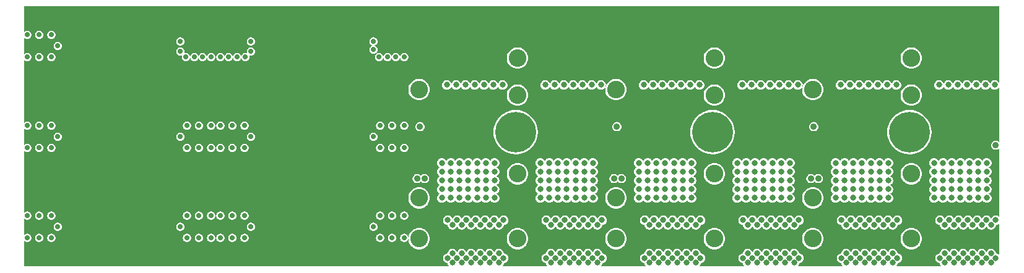
<source format=gbr>
G04 start of page 4 for group 2 idx 2 *
G04 Title: fet12v2, signal3 *
G04 Creator: pcb 20140316 *
G04 CreationDate: Wed 13 Jun 2018 07:35:06 AM GMT UTC *
G04 For: brian *
G04 Format: Gerber/RS-274X *
G04 PCB-Dimensions (mil): 6000.00 5000.00 *
G04 PCB-Coordinate-Origin: lower left *
%MOIN*%
%FSLAX25Y25*%
%LNGROUP2*%
%ADD65C,0.1878*%
%ADD64C,0.0118*%
%ADD63C,0.0650*%
%ADD62C,0.0125*%
%ADD61C,0.0200*%
%ADD60C,0.0285*%
%ADD59C,0.0360*%
%ADD58C,0.2190*%
%ADD57C,0.0318*%
%ADD56C,0.0950*%
%ADD55C,0.0001*%
G54D55*G36*
X522496Y68883D02*X522820Y68685D01*
X523197Y68529D01*
X523594Y68434D01*
X524000Y68402D01*
X524406Y68434D01*
X524803Y68529D01*
X525180Y68685D01*
X525527Y68898D01*
X525837Y69163D01*
X526102Y69473D01*
X526315Y69820D01*
X526471Y70197D01*
X526500Y70317D01*
X526529Y70197D01*
X526685Y69820D01*
X526898Y69473D01*
X527163Y69163D01*
X527473Y68898D01*
X527820Y68685D01*
X528197Y68529D01*
X528594Y68434D01*
X529000Y68402D01*
X529406Y68434D01*
X529803Y68529D01*
X530180Y68685D01*
X530527Y68898D01*
X530837Y69163D01*
X531102Y69473D01*
X531315Y69820D01*
X531471Y70197D01*
X531500Y70317D01*
X531529Y70197D01*
X531685Y69820D01*
X531898Y69473D01*
X532163Y69163D01*
X532473Y68898D01*
X532820Y68685D01*
X533197Y68529D01*
X533594Y68434D01*
X534000Y68402D01*
X534406Y68434D01*
X534803Y68529D01*
X535180Y68685D01*
X535527Y68898D01*
X535837Y69163D01*
X536102Y69473D01*
X536315Y69820D01*
X536471Y70197D01*
X536500Y70317D01*
X536529Y70197D01*
X536685Y69820D01*
X536898Y69473D01*
X537163Y69163D01*
X537473Y68898D01*
X537820Y68685D01*
X538197Y68529D01*
X538594Y68434D01*
X539000Y68402D01*
X539406Y68434D01*
X539803Y68529D01*
X540180Y68685D01*
X540527Y68898D01*
X540837Y69163D01*
X541102Y69473D01*
X541315Y69820D01*
X541471Y70197D01*
X541566Y70594D01*
X541585Y70908D01*
X541906Y70934D01*
X542303Y71029D01*
X542680Y71185D01*
X543027Y71398D01*
X543337Y71663D01*
X543500Y71853D01*
Y54647D01*
X543337Y54837D01*
X543027Y55102D01*
X542680Y55315D01*
X542303Y55471D01*
X541906Y55566D01*
X541585Y55592D01*
X541566Y55906D01*
X541471Y56303D01*
X541315Y56680D01*
X541102Y57027D01*
X540837Y57337D01*
X540527Y57602D01*
X540180Y57815D01*
X539803Y57971D01*
X539406Y58066D01*
X539000Y58098D01*
X538594Y58066D01*
X538197Y57971D01*
X537820Y57815D01*
X537473Y57602D01*
X537163Y57337D01*
X536898Y57027D01*
X536685Y56680D01*
X536529Y56303D01*
X536500Y56183D01*
X536471Y56303D01*
X536315Y56680D01*
X536102Y57027D01*
X535837Y57337D01*
X535527Y57602D01*
X535180Y57815D01*
X534803Y57971D01*
X534406Y58066D01*
X534000Y58098D01*
X533594Y58066D01*
X533197Y57971D01*
X532820Y57815D01*
X532473Y57602D01*
X532163Y57337D01*
X531898Y57027D01*
X531685Y56680D01*
X531529Y56303D01*
X531500Y56183D01*
X531471Y56303D01*
X531315Y56680D01*
X531102Y57027D01*
X530837Y57337D01*
X530527Y57602D01*
X530180Y57815D01*
X529803Y57971D01*
X529406Y58066D01*
X529000Y58098D01*
X528594Y58066D01*
X528197Y57971D01*
X527820Y57815D01*
X527473Y57602D01*
X527163Y57337D01*
X526898Y57027D01*
X526685Y56680D01*
X526529Y56303D01*
X526500Y56183D01*
X526471Y56303D01*
X526315Y56680D01*
X526102Y57027D01*
X525837Y57337D01*
X525527Y57602D01*
X525180Y57815D01*
X524803Y57971D01*
X524406Y58066D01*
X524000Y58098D01*
X523594Y58066D01*
X523197Y57971D01*
X522820Y57815D01*
X522496Y57617D01*
Y68883D01*
G37*
G36*
Y144379D02*X522527Y144398D01*
X522837Y144663D01*
X523102Y144973D01*
X523315Y145320D01*
X523471Y145697D01*
X523500Y145817D01*
X523529Y145697D01*
X523685Y145320D01*
X523898Y144973D01*
X524163Y144663D01*
X524473Y144398D01*
X524820Y144185D01*
X525197Y144029D01*
X525594Y143934D01*
X526000Y143902D01*
X526406Y143934D01*
X526803Y144029D01*
X527180Y144185D01*
X527527Y144398D01*
X527837Y144663D01*
X528102Y144973D01*
X528315Y145320D01*
X528471Y145697D01*
X528500Y145817D01*
X528529Y145697D01*
X528685Y145320D01*
X528898Y144973D01*
X529163Y144663D01*
X529473Y144398D01*
X529820Y144185D01*
X530197Y144029D01*
X530594Y143934D01*
X531000Y143902D01*
X531406Y143934D01*
X531803Y144029D01*
X532180Y144185D01*
X532527Y144398D01*
X532837Y144663D01*
X533102Y144973D01*
X533315Y145320D01*
X533471Y145697D01*
X533500Y145817D01*
X533529Y145697D01*
X533685Y145320D01*
X533898Y144973D01*
X534163Y144663D01*
X534473Y144398D01*
X534820Y144185D01*
X535197Y144029D01*
X535594Y143934D01*
X536000Y143902D01*
X536406Y143934D01*
X536803Y144029D01*
X537180Y144185D01*
X537527Y144398D01*
X537837Y144663D01*
X538102Y144973D01*
X538315Y145320D01*
X538471Y145697D01*
X538500Y145817D01*
X538529Y145697D01*
X538685Y145320D01*
X538898Y144973D01*
X539163Y144663D01*
X539473Y144398D01*
X539820Y144185D01*
X540197Y144029D01*
X540594Y143934D01*
X541000Y143902D01*
X541406Y143934D01*
X541803Y144029D01*
X542180Y144185D01*
X542527Y144398D01*
X542837Y144663D01*
X543102Y144973D01*
X543315Y145320D01*
X543471Y145697D01*
X543500Y145817D01*
Y115508D01*
X543273Y115773D01*
X542974Y116029D01*
X542638Y116234D01*
X542275Y116385D01*
X541892Y116477D01*
X541500Y116508D01*
X541108Y116477D01*
X540725Y116385D01*
X540362Y116234D01*
X540026Y116029D01*
X539727Y115773D01*
X539471Y115474D01*
X539266Y115138D01*
X539115Y114775D01*
X539023Y114392D01*
X538992Y114000D01*
X539023Y113608D01*
X539115Y113225D01*
X539266Y112862D01*
X539471Y112526D01*
X539727Y112227D01*
X540026Y111971D01*
X540362Y111766D01*
X540725Y111615D01*
X541108Y111523D01*
X541500Y111492D01*
X541892Y111523D01*
X542275Y111615D01*
X542638Y111766D01*
X542974Y111971D01*
X543273Y112227D01*
X543500Y112492D01*
Y75147D01*
X543337Y75337D01*
X543027Y75602D01*
X542680Y75815D01*
X542303Y75971D01*
X541906Y76066D01*
X541500Y76098D01*
X541094Y76066D01*
X540697Y75971D01*
X540320Y75815D01*
X539973Y75602D01*
X539663Y75337D01*
X539398Y75027D01*
X539185Y74680D01*
X539029Y74303D01*
X539000Y74183D01*
X538971Y74303D01*
X538815Y74680D01*
X538602Y75027D01*
X538337Y75337D01*
X538027Y75602D01*
X537680Y75815D01*
X537303Y75971D01*
X536906Y76066D01*
X536500Y76098D01*
X536094Y76066D01*
X535697Y75971D01*
X535320Y75815D01*
X534973Y75602D01*
X534663Y75337D01*
X534398Y75027D01*
X534185Y74680D01*
X534029Y74303D01*
X534000Y74183D01*
X533971Y74303D01*
X533815Y74680D01*
X533602Y75027D01*
X533337Y75337D01*
X533027Y75602D01*
X532680Y75815D01*
X532303Y75971D01*
X531906Y76066D01*
X531500Y76098D01*
X531094Y76066D01*
X530697Y75971D01*
X530320Y75815D01*
X529973Y75602D01*
X529663Y75337D01*
X529398Y75027D01*
X529185Y74680D01*
X529029Y74303D01*
X529000Y74183D01*
X528971Y74303D01*
X528815Y74680D01*
X528602Y75027D01*
X528337Y75337D01*
X528027Y75602D01*
X527680Y75815D01*
X527303Y75971D01*
X526906Y76066D01*
X526500Y76098D01*
X526094Y76066D01*
X525697Y75971D01*
X525320Y75815D01*
X524973Y75602D01*
X524663Y75337D01*
X524398Y75027D01*
X524185Y74680D01*
X524029Y74303D01*
X524000Y74183D01*
X523971Y74303D01*
X523815Y74680D01*
X523602Y75027D01*
X523337Y75337D01*
X523027Y75602D01*
X522680Y75815D01*
X522496Y75891D01*
Y82910D01*
X522500Y82910D01*
X522906Y82942D01*
X523303Y83037D01*
X523680Y83193D01*
X524027Y83406D01*
X524337Y83671D01*
X524602Y83981D01*
X524815Y84328D01*
X524862Y84441D01*
X524909Y84328D01*
X525122Y83981D01*
X525387Y83671D01*
X525697Y83406D01*
X526044Y83193D01*
X526421Y83037D01*
X526818Y82942D01*
X527224Y82910D01*
X527630Y82942D01*
X528027Y83037D01*
X528404Y83193D01*
X528751Y83406D01*
X529061Y83671D01*
X529326Y83981D01*
X529539Y84328D01*
X529586Y84442D01*
X529634Y84328D01*
X529847Y83981D01*
X530112Y83671D01*
X530422Y83406D01*
X530769Y83193D01*
X531146Y83037D01*
X531543Y82942D01*
X531949Y82910D01*
X532355Y82942D01*
X532752Y83037D01*
X533129Y83193D01*
X533476Y83406D01*
X533786Y83671D01*
X534051Y83981D01*
X534264Y84328D01*
X534311Y84441D01*
X534358Y84328D01*
X534571Y83981D01*
X534836Y83671D01*
X535146Y83406D01*
X535493Y83193D01*
X535870Y83037D01*
X536267Y82942D01*
X536673Y82910D01*
X537079Y82942D01*
X537476Y83037D01*
X537853Y83193D01*
X538200Y83406D01*
X538510Y83671D01*
X538775Y83981D01*
X538988Y84328D01*
X539144Y84705D01*
X539240Y85102D01*
X539264Y85508D01*
X539240Y85914D01*
X539144Y86311D01*
X538988Y86688D01*
X538775Y87035D01*
X538510Y87345D01*
X538200Y87610D01*
X537853Y87823D01*
X537740Y87870D01*
X537853Y87917D01*
X538200Y88130D01*
X538510Y88395D01*
X538775Y88705D01*
X538988Y89052D01*
X539144Y89429D01*
X539240Y89826D01*
X539264Y90232D01*
X539240Y90638D01*
X539144Y91035D01*
X538988Y91412D01*
X538775Y91759D01*
X538510Y92069D01*
X538200Y92334D01*
X537853Y92547D01*
X537740Y92594D01*
X537853Y92641D01*
X538200Y92854D01*
X538510Y93119D01*
X538775Y93429D01*
X538988Y93776D01*
X539144Y94153D01*
X539240Y94550D01*
X539264Y94956D01*
X539240Y95362D01*
X539144Y95759D01*
X538988Y96136D01*
X538775Y96483D01*
X538510Y96793D01*
X538200Y97058D01*
X537853Y97271D01*
X537739Y97318D01*
X537853Y97366D01*
X538200Y97579D01*
X538510Y97844D01*
X538775Y98154D01*
X538988Y98501D01*
X539144Y98878D01*
X539240Y99275D01*
X539264Y99681D01*
X539240Y100087D01*
X539144Y100484D01*
X538988Y100861D01*
X538775Y101208D01*
X538510Y101518D01*
X538200Y101783D01*
X537853Y101996D01*
X537740Y102043D01*
X537853Y102090D01*
X538200Y102303D01*
X538510Y102568D01*
X538775Y102878D01*
X538988Y103225D01*
X539144Y103602D01*
X539240Y103999D01*
X539264Y104405D01*
X539240Y104811D01*
X539144Y105208D01*
X538988Y105585D01*
X538775Y105932D01*
X538510Y106242D01*
X538200Y106507D01*
X537853Y106720D01*
X537476Y106876D01*
X537079Y106971D01*
X536673Y107003D01*
X536267Y106971D01*
X535870Y106876D01*
X535493Y106720D01*
X535146Y106507D01*
X534836Y106242D01*
X534571Y105932D01*
X534358Y105585D01*
X534311Y105472D01*
X534264Y105585D01*
X534051Y105932D01*
X533786Y106242D01*
X533476Y106507D01*
X533129Y106720D01*
X532752Y106876D01*
X532355Y106971D01*
X531949Y107003D01*
X531543Y106971D01*
X531146Y106876D01*
X530769Y106720D01*
X530422Y106507D01*
X530112Y106242D01*
X529847Y105932D01*
X529634Y105585D01*
X529586Y105471D01*
X529539Y105585D01*
X529326Y105932D01*
X529061Y106242D01*
X528751Y106507D01*
X528404Y106720D01*
X528027Y106876D01*
X527630Y106971D01*
X527224Y107003D01*
X526818Y106971D01*
X526421Y106876D01*
X526044Y106720D01*
X525697Y106507D01*
X525387Y106242D01*
X525122Y105932D01*
X524909Y105585D01*
X524862Y105472D01*
X524815Y105585D01*
X524602Y105932D01*
X524337Y106242D01*
X524027Y106507D01*
X523680Y106720D01*
X523303Y106876D01*
X522906Y106971D01*
X522500Y107003D01*
X522496Y107003D01*
Y144379D01*
G37*
G36*
Y189000D02*X543500D01*
Y147183D01*
X543471Y147303D01*
X543315Y147680D01*
X543102Y148027D01*
X542837Y148337D01*
X542527Y148602D01*
X542180Y148815D01*
X541803Y148971D01*
X541406Y149066D01*
X541000Y149098D01*
X540594Y149066D01*
X540197Y148971D01*
X539820Y148815D01*
X539473Y148602D01*
X539163Y148337D01*
X538898Y148027D01*
X538685Y147680D01*
X538529Y147303D01*
X538500Y147183D01*
X538471Y147303D01*
X538315Y147680D01*
X538102Y148027D01*
X537837Y148337D01*
X537527Y148602D01*
X537180Y148815D01*
X536803Y148971D01*
X536406Y149066D01*
X536000Y149098D01*
X535594Y149066D01*
X535197Y148971D01*
X534820Y148815D01*
X534473Y148602D01*
X534163Y148337D01*
X533898Y148027D01*
X533685Y147680D01*
X533529Y147303D01*
X533500Y147183D01*
X533471Y147303D01*
X533315Y147680D01*
X533102Y148027D01*
X532837Y148337D01*
X532527Y148602D01*
X532180Y148815D01*
X531803Y148971D01*
X531406Y149066D01*
X531000Y149098D01*
X530594Y149066D01*
X530197Y148971D01*
X529820Y148815D01*
X529473Y148602D01*
X529163Y148337D01*
X528898Y148027D01*
X528685Y147680D01*
X528529Y147303D01*
X528500Y147183D01*
X528471Y147303D01*
X528315Y147680D01*
X528102Y148027D01*
X527837Y148337D01*
X527527Y148602D01*
X527180Y148815D01*
X526803Y148971D01*
X526406Y149066D01*
X526000Y149098D01*
X525594Y149066D01*
X525197Y148971D01*
X524820Y148815D01*
X524473Y148602D01*
X524163Y148337D01*
X523898Y148027D01*
X523685Y147680D01*
X523529Y147303D01*
X523500Y147183D01*
X523471Y147303D01*
X523315Y147680D01*
X523102Y148027D01*
X522837Y148337D01*
X522527Y148602D01*
X522496Y148621D01*
Y189000D01*
G37*
G36*
X495991D02*X522496D01*
Y148621D01*
X522180Y148815D01*
X521803Y148971D01*
X521406Y149066D01*
X521000Y149098D01*
X520594Y149066D01*
X520197Y148971D01*
X519820Y148815D01*
X519473Y148602D01*
X519163Y148337D01*
X518898Y148027D01*
X518685Y147680D01*
X518529Y147303D01*
X518500Y147183D01*
X518471Y147303D01*
X518315Y147680D01*
X518102Y148027D01*
X517837Y148337D01*
X517527Y148602D01*
X517180Y148815D01*
X516803Y148971D01*
X516406Y149066D01*
X516000Y149098D01*
X515594Y149066D01*
X515197Y148971D01*
X514820Y148815D01*
X514473Y148602D01*
X514163Y148337D01*
X513898Y148027D01*
X513685Y147680D01*
X513529Y147303D01*
X513500Y147183D01*
X513471Y147303D01*
X513315Y147680D01*
X513102Y148027D01*
X512837Y148337D01*
X512527Y148602D01*
X512180Y148815D01*
X511803Y148971D01*
X511406Y149066D01*
X511000Y149098D01*
X510594Y149066D01*
X510197Y148971D01*
X509820Y148815D01*
X509473Y148602D01*
X509163Y148337D01*
X508898Y148027D01*
X508685Y147680D01*
X508529Y147303D01*
X508434Y146906D01*
X508402Y146500D01*
X508434Y146094D01*
X508529Y145697D01*
X508685Y145320D01*
X508898Y144973D01*
X509163Y144663D01*
X509473Y144398D01*
X509820Y144185D01*
X510197Y144029D01*
X510594Y143934D01*
X511000Y143902D01*
X511406Y143934D01*
X511803Y144029D01*
X512180Y144185D01*
X512527Y144398D01*
X512837Y144663D01*
X513102Y144973D01*
X513315Y145320D01*
X513471Y145697D01*
X513500Y145817D01*
X513529Y145697D01*
X513685Y145320D01*
X513898Y144973D01*
X514163Y144663D01*
X514473Y144398D01*
X514820Y144185D01*
X515197Y144029D01*
X515594Y143934D01*
X516000Y143902D01*
X516406Y143934D01*
X516803Y144029D01*
X517180Y144185D01*
X517527Y144398D01*
X517837Y144663D01*
X518102Y144973D01*
X518315Y145320D01*
X518471Y145697D01*
X518500Y145817D01*
X518529Y145697D01*
X518685Y145320D01*
X518898Y144973D01*
X519163Y144663D01*
X519473Y144398D01*
X519820Y144185D01*
X520197Y144029D01*
X520594Y143934D01*
X521000Y143902D01*
X521406Y143934D01*
X521803Y144029D01*
X522180Y144185D01*
X522496Y144379D01*
Y107003D01*
X522094Y106971D01*
X521697Y106876D01*
X521320Y106720D01*
X520973Y106507D01*
X520663Y106242D01*
X520398Y105932D01*
X520185Y105585D01*
X520138Y105472D01*
X520091Y105585D01*
X519878Y105932D01*
X519613Y106242D01*
X519303Y106507D01*
X518956Y106720D01*
X518579Y106876D01*
X518182Y106971D01*
X517776Y107003D01*
X517370Y106971D01*
X516973Y106876D01*
X516596Y106720D01*
X516249Y106507D01*
X515939Y106242D01*
X515674Y105932D01*
X515461Y105585D01*
X515414Y105471D01*
X515366Y105585D01*
X515153Y105932D01*
X514888Y106242D01*
X514578Y106507D01*
X514231Y106720D01*
X513854Y106876D01*
X513457Y106971D01*
X513051Y107003D01*
X512645Y106971D01*
X512248Y106876D01*
X511871Y106720D01*
X511524Y106507D01*
X511214Y106242D01*
X510949Y105932D01*
X510736Y105585D01*
X510689Y105472D01*
X510642Y105585D01*
X510429Y105932D01*
X510164Y106242D01*
X509854Y106507D01*
X509507Y106720D01*
X509130Y106876D01*
X508733Y106971D01*
X508327Y107003D01*
X507921Y106971D01*
X507524Y106876D01*
X507147Y106720D01*
X506800Y106507D01*
X506490Y106242D01*
X506225Y105932D01*
X506012Y105585D01*
X505856Y105208D01*
X505760Y104811D01*
X505729Y104405D01*
X505760Y103999D01*
X505856Y103602D01*
X506012Y103225D01*
X506225Y102878D01*
X506490Y102568D01*
X506800Y102303D01*
X507147Y102090D01*
X507260Y102043D01*
X507147Y101996D01*
X506800Y101783D01*
X506490Y101518D01*
X506225Y101208D01*
X506012Y100861D01*
X505856Y100484D01*
X505760Y100087D01*
X505729Y99681D01*
X505760Y99275D01*
X505856Y98878D01*
X506012Y98501D01*
X506225Y98154D01*
X506490Y97844D01*
X506800Y97579D01*
X507147Y97366D01*
X507261Y97318D01*
X507147Y97271D01*
X506800Y97058D01*
X506490Y96793D01*
X506225Y96483D01*
X506012Y96136D01*
X505856Y95759D01*
X505760Y95362D01*
X505729Y94956D01*
X505760Y94550D01*
X505856Y94153D01*
X506012Y93776D01*
X506225Y93429D01*
X506490Y93119D01*
X506800Y92854D01*
X507147Y92641D01*
X507260Y92594D01*
X507147Y92547D01*
X506800Y92334D01*
X506490Y92069D01*
X506225Y91759D01*
X506012Y91412D01*
X505856Y91035D01*
X505760Y90638D01*
X505729Y90232D01*
X505760Y89826D01*
X505856Y89429D01*
X506012Y89052D01*
X506225Y88705D01*
X506490Y88395D01*
X506800Y88130D01*
X507147Y87917D01*
X507260Y87870D01*
X507147Y87823D01*
X506800Y87610D01*
X506490Y87345D01*
X506225Y87035D01*
X506012Y86688D01*
X505856Y86311D01*
X505760Y85914D01*
X505729Y85508D01*
X505760Y85102D01*
X505856Y84705D01*
X506012Y84328D01*
X506225Y83981D01*
X506490Y83671D01*
X506800Y83406D01*
X507147Y83193D01*
X507524Y83037D01*
X507921Y82942D01*
X508327Y82910D01*
X508733Y82942D01*
X509130Y83037D01*
X509507Y83193D01*
X509854Y83406D01*
X510164Y83671D01*
X510429Y83981D01*
X510642Y84328D01*
X510689Y84441D01*
X510736Y84328D01*
X510949Y83981D01*
X511214Y83671D01*
X511524Y83406D01*
X511871Y83193D01*
X512248Y83037D01*
X512645Y82942D01*
X513051Y82910D01*
X513457Y82942D01*
X513854Y83037D01*
X514231Y83193D01*
X514578Y83406D01*
X514888Y83671D01*
X515153Y83981D01*
X515366Y84328D01*
X515414Y84442D01*
X515461Y84328D01*
X515674Y83981D01*
X515939Y83671D01*
X516249Y83406D01*
X516596Y83193D01*
X516973Y83037D01*
X517370Y82942D01*
X517776Y82910D01*
X518182Y82942D01*
X518579Y83037D01*
X518956Y83193D01*
X519303Y83406D01*
X519613Y83671D01*
X519878Y83981D01*
X520091Y84328D01*
X520138Y84441D01*
X520185Y84328D01*
X520398Y83981D01*
X520663Y83671D01*
X520973Y83406D01*
X521320Y83193D01*
X521697Y83037D01*
X522094Y82942D01*
X522496Y82910D01*
Y75891D01*
X522303Y75971D01*
X521906Y76066D01*
X521500Y76098D01*
X521094Y76066D01*
X520697Y75971D01*
X520320Y75815D01*
X519973Y75602D01*
X519663Y75337D01*
X519398Y75027D01*
X519185Y74680D01*
X519029Y74303D01*
X519000Y74183D01*
X518971Y74303D01*
X518815Y74680D01*
X518602Y75027D01*
X518337Y75337D01*
X518027Y75602D01*
X517680Y75815D01*
X517303Y75971D01*
X516906Y76066D01*
X516500Y76098D01*
X516094Y76066D01*
X515697Y75971D01*
X515320Y75815D01*
X514973Y75602D01*
X514663Y75337D01*
X514398Y75027D01*
X514185Y74680D01*
X514029Y74303D01*
X514000Y74183D01*
X513971Y74303D01*
X513815Y74680D01*
X513602Y75027D01*
X513337Y75337D01*
X513027Y75602D01*
X512680Y75815D01*
X512303Y75971D01*
X511906Y76066D01*
X511500Y76098D01*
X511094Y76066D01*
X510697Y75971D01*
X510320Y75815D01*
X509973Y75602D01*
X509663Y75337D01*
X509398Y75027D01*
X509185Y74680D01*
X509029Y74303D01*
X508934Y73906D01*
X508902Y73500D01*
X508934Y73094D01*
X509029Y72697D01*
X509185Y72320D01*
X509398Y71973D01*
X509663Y71663D01*
X509973Y71398D01*
X510320Y71185D01*
X510697Y71029D01*
X511094Y70934D01*
X511409Y70909D01*
X511434Y70594D01*
X511529Y70197D01*
X511685Y69820D01*
X511898Y69473D01*
X512163Y69163D01*
X512473Y68898D01*
X512820Y68685D01*
X513197Y68529D01*
X513594Y68434D01*
X514000Y68402D01*
X514406Y68434D01*
X514803Y68529D01*
X515180Y68685D01*
X515527Y68898D01*
X515837Y69163D01*
X516102Y69473D01*
X516315Y69820D01*
X516471Y70197D01*
X516500Y70317D01*
X516529Y70197D01*
X516685Y69820D01*
X516898Y69473D01*
X517163Y69163D01*
X517473Y68898D01*
X517820Y68685D01*
X518197Y68529D01*
X518594Y68434D01*
X519000Y68402D01*
X519406Y68434D01*
X519803Y68529D01*
X520180Y68685D01*
X520527Y68898D01*
X520837Y69163D01*
X521102Y69473D01*
X521315Y69820D01*
X521471Y70197D01*
X521500Y70317D01*
X521529Y70197D01*
X521685Y69820D01*
X521898Y69473D01*
X522163Y69163D01*
X522473Y68898D01*
X522496Y68883D01*
Y57617D01*
X522473Y57602D01*
X522163Y57337D01*
X521898Y57027D01*
X521685Y56680D01*
X521529Y56303D01*
X521500Y56183D01*
X521471Y56303D01*
X521315Y56680D01*
X521102Y57027D01*
X520837Y57337D01*
X520527Y57602D01*
X520180Y57815D01*
X519803Y57971D01*
X519406Y58066D01*
X519000Y58098D01*
X518594Y58066D01*
X518197Y57971D01*
X517820Y57815D01*
X517473Y57602D01*
X517163Y57337D01*
X516898Y57027D01*
X516685Y56680D01*
X516529Y56303D01*
X516500Y56183D01*
X516471Y56303D01*
X516315Y56680D01*
X516102Y57027D01*
X515837Y57337D01*
X515527Y57602D01*
X515180Y57815D01*
X514803Y57971D01*
X514406Y58066D01*
X514000Y58098D01*
X513594Y58066D01*
X513197Y57971D01*
X512820Y57815D01*
X512473Y57602D01*
X512163Y57337D01*
X511898Y57027D01*
X511685Y56680D01*
X511529Y56303D01*
X511434Y55906D01*
X511409Y55591D01*
X511094Y55566D01*
X510697Y55471D01*
X510320Y55315D01*
X509973Y55102D01*
X509663Y54837D01*
X509398Y54527D01*
X509185Y54180D01*
X509029Y53803D01*
X508934Y53406D01*
X508902Y53000D01*
X508934Y52594D01*
X509029Y52197D01*
X509185Y51820D01*
X509398Y51473D01*
X509663Y51163D01*
X509973Y50898D01*
X510320Y50685D01*
X510697Y50529D01*
X511094Y50434D01*
X511409Y50409D01*
X511434Y50094D01*
X511529Y49697D01*
X511685Y49320D01*
X511898Y48973D01*
X512163Y48663D01*
X512353Y48500D01*
X495991D01*
Y57733D01*
X496000Y57732D01*
X496902Y57803D01*
X497782Y58015D01*
X498618Y58361D01*
X499390Y58834D01*
X500078Y59422D01*
X500666Y60110D01*
X501139Y60882D01*
X501485Y61718D01*
X501697Y62598D01*
X501750Y63500D01*
X501697Y64402D01*
X501485Y65282D01*
X501139Y66118D01*
X500666Y66890D01*
X500078Y67578D01*
X499390Y68166D01*
X498618Y68639D01*
X497782Y68985D01*
X496902Y69197D01*
X496000Y69268D01*
X495991Y69267D01*
Y92733D01*
X496000Y92732D01*
X496902Y92803D01*
X497782Y93015D01*
X498618Y93361D01*
X499390Y93834D01*
X500078Y94422D01*
X500666Y95110D01*
X501139Y95882D01*
X501485Y96718D01*
X501697Y97598D01*
X501750Y98500D01*
X501697Y99402D01*
X501485Y100282D01*
X501139Y101118D01*
X500666Y101890D01*
X500078Y102578D01*
X499390Y103166D01*
X498618Y103639D01*
X497782Y103985D01*
X496902Y104197D01*
X496000Y104268D01*
X495991Y104267D01*
Y109091D01*
X496875Y109161D01*
X498704Y109600D01*
X500442Y110320D01*
X502046Y111302D01*
X503476Y112524D01*
X504698Y113954D01*
X505680Y115558D01*
X506400Y117296D01*
X506839Y119125D01*
X506950Y121000D01*
X506839Y122875D01*
X506400Y124704D01*
X505680Y126442D01*
X504698Y128046D01*
X503476Y129476D01*
X502046Y130698D01*
X500442Y131680D01*
X498704Y132400D01*
X496875Y132839D01*
X495991Y132909D01*
Y135233D01*
X496000Y135232D01*
X496902Y135303D01*
X497782Y135515D01*
X498618Y135861D01*
X499390Y136334D01*
X500078Y136922D01*
X500666Y137610D01*
X501139Y138382D01*
X501485Y139218D01*
X501697Y140098D01*
X501750Y141000D01*
X501697Y141902D01*
X501485Y142782D01*
X501139Y143618D01*
X500666Y144390D01*
X500078Y145078D01*
X499390Y145666D01*
X498618Y146139D01*
X497782Y146485D01*
X496902Y146697D01*
X496000Y146768D01*
X495991Y146767D01*
Y155233D01*
X496000Y155232D01*
X496902Y155303D01*
X497782Y155515D01*
X498618Y155861D01*
X499390Y156334D01*
X500078Y156922D01*
X500666Y157610D01*
X501139Y158382D01*
X501485Y159218D01*
X501697Y160098D01*
X501750Y161000D01*
X501697Y161902D01*
X501485Y162782D01*
X501139Y163618D01*
X500666Y164390D01*
X500078Y165078D01*
X499390Y165666D01*
X498618Y166139D01*
X497782Y166485D01*
X496902Y166697D01*
X496000Y166768D01*
X495991Y166767D01*
Y189000D01*
G37*
G36*
X469496D02*X495991D01*
Y166767D01*
X495098Y166697D01*
X494218Y166485D01*
X493382Y166139D01*
X492610Y165666D01*
X491922Y165078D01*
X491334Y164390D01*
X490861Y163618D01*
X490515Y162782D01*
X490303Y161902D01*
X490232Y161000D01*
X490303Y160098D01*
X490515Y159218D01*
X490861Y158382D01*
X491334Y157610D01*
X491922Y156922D01*
X492610Y156334D01*
X493382Y155861D01*
X494218Y155515D01*
X495098Y155303D01*
X495991Y155233D01*
Y146767D01*
X495098Y146697D01*
X494218Y146485D01*
X493382Y146139D01*
X492610Y145666D01*
X491922Y145078D01*
X491334Y144390D01*
X490861Y143618D01*
X490515Y142782D01*
X490303Y141902D01*
X490232Y141000D01*
X490303Y140098D01*
X490515Y139218D01*
X490861Y138382D01*
X491334Y137610D01*
X491922Y136922D01*
X492610Y136334D01*
X493382Y135861D01*
X494218Y135515D01*
X495098Y135303D01*
X495991Y135233D01*
Y132909D01*
X495000Y132987D01*
X493125Y132839D01*
X491296Y132400D01*
X489558Y131680D01*
X487954Y130698D01*
X486524Y129476D01*
X485302Y128046D01*
X484320Y126442D01*
X483600Y124704D01*
X483161Y122875D01*
X483013Y121000D01*
X483161Y119125D01*
X483600Y117296D01*
X484320Y115558D01*
X485302Y113954D01*
X486524Y112524D01*
X487954Y111302D01*
X489558Y110320D01*
X491296Y109600D01*
X493125Y109161D01*
X495000Y109013D01*
X495991Y109091D01*
Y104267D01*
X495098Y104197D01*
X494218Y103985D01*
X493382Y103639D01*
X492610Y103166D01*
X491922Y102578D01*
X491334Y101890D01*
X490861Y101118D01*
X490515Y100282D01*
X490303Y99402D01*
X490232Y98500D01*
X490303Y97598D01*
X490515Y96718D01*
X490861Y95882D01*
X491334Y95110D01*
X491922Y94422D01*
X492610Y93834D01*
X493382Y93361D01*
X494218Y93015D01*
X495098Y92803D01*
X495991Y92733D01*
Y69267D01*
X495098Y69197D01*
X494218Y68985D01*
X493382Y68639D01*
X492610Y68166D01*
X491922Y67578D01*
X491334Y66890D01*
X490861Y66118D01*
X490515Y65282D01*
X490303Y64402D01*
X490232Y63500D01*
X490303Y62598D01*
X490515Y61718D01*
X490861Y60882D01*
X491334Y60110D01*
X491922Y59422D01*
X492610Y58834D01*
X493382Y58361D01*
X494218Y58015D01*
X495098Y57803D01*
X495991Y57733D01*
Y48500D01*
X487647D01*
X487837Y48663D01*
X488102Y48973D01*
X488315Y49320D01*
X488471Y49697D01*
X488566Y50094D01*
X488585Y50408D01*
X488906Y50434D01*
X489303Y50529D01*
X489680Y50685D01*
X490027Y50898D01*
X490337Y51163D01*
X490602Y51473D01*
X490815Y51820D01*
X490971Y52197D01*
X491066Y52594D01*
X491090Y53000D01*
X491066Y53406D01*
X490971Y53803D01*
X490815Y54180D01*
X490602Y54527D01*
X490337Y54837D01*
X490027Y55102D01*
X489680Y55315D01*
X489303Y55471D01*
X488906Y55566D01*
X488585Y55592D01*
X488566Y55906D01*
X488471Y56303D01*
X488315Y56680D01*
X488102Y57027D01*
X487837Y57337D01*
X487527Y57602D01*
X487180Y57815D01*
X486803Y57971D01*
X486406Y58066D01*
X486000Y58098D01*
X485594Y58066D01*
X485197Y57971D01*
X484820Y57815D01*
X484473Y57602D01*
X484163Y57337D01*
X483898Y57027D01*
X483685Y56680D01*
X483529Y56303D01*
X483500Y56183D01*
X483471Y56303D01*
X483315Y56680D01*
X483102Y57027D01*
X482837Y57337D01*
X482527Y57602D01*
X482180Y57815D01*
X481803Y57971D01*
X481406Y58066D01*
X481000Y58098D01*
X480594Y58066D01*
X480197Y57971D01*
X479820Y57815D01*
X479473Y57602D01*
X479163Y57337D01*
X478898Y57027D01*
X478685Y56680D01*
X478529Y56303D01*
X478500Y56183D01*
X478471Y56303D01*
X478315Y56680D01*
X478102Y57027D01*
X477837Y57337D01*
X477527Y57602D01*
X477180Y57815D01*
X476803Y57971D01*
X476406Y58066D01*
X476000Y58098D01*
X475594Y58066D01*
X475197Y57971D01*
X474820Y57815D01*
X474473Y57602D01*
X474163Y57337D01*
X473898Y57027D01*
X473685Y56680D01*
X473529Y56303D01*
X473500Y56183D01*
X473471Y56303D01*
X473315Y56680D01*
X473102Y57027D01*
X472837Y57337D01*
X472527Y57602D01*
X472180Y57815D01*
X471803Y57971D01*
X471406Y58066D01*
X471000Y58098D01*
X470594Y58066D01*
X470197Y57971D01*
X469820Y57815D01*
X469496Y57617D01*
Y68883D01*
X469820Y68685D01*
X470197Y68529D01*
X470594Y68434D01*
X471000Y68402D01*
X471406Y68434D01*
X471803Y68529D01*
X472180Y68685D01*
X472527Y68898D01*
X472837Y69163D01*
X473102Y69473D01*
X473315Y69820D01*
X473471Y70197D01*
X473500Y70317D01*
X473529Y70197D01*
X473685Y69820D01*
X473898Y69473D01*
X474163Y69163D01*
X474473Y68898D01*
X474820Y68685D01*
X475197Y68529D01*
X475594Y68434D01*
X476000Y68402D01*
X476406Y68434D01*
X476803Y68529D01*
X477180Y68685D01*
X477527Y68898D01*
X477837Y69163D01*
X478102Y69473D01*
X478315Y69820D01*
X478471Y70197D01*
X478500Y70317D01*
X478529Y70197D01*
X478685Y69820D01*
X478898Y69473D01*
X479163Y69163D01*
X479473Y68898D01*
X479820Y68685D01*
X480197Y68529D01*
X480594Y68434D01*
X481000Y68402D01*
X481406Y68434D01*
X481803Y68529D01*
X482180Y68685D01*
X482527Y68898D01*
X482837Y69163D01*
X483102Y69473D01*
X483315Y69820D01*
X483471Y70197D01*
X483500Y70317D01*
X483529Y70197D01*
X483685Y69820D01*
X483898Y69473D01*
X484163Y69163D01*
X484473Y68898D01*
X484820Y68685D01*
X485197Y68529D01*
X485594Y68434D01*
X486000Y68402D01*
X486406Y68434D01*
X486803Y68529D01*
X487180Y68685D01*
X487527Y68898D01*
X487837Y69163D01*
X488102Y69473D01*
X488315Y69820D01*
X488471Y70197D01*
X488566Y70594D01*
X488585Y70908D01*
X488906Y70934D01*
X489303Y71029D01*
X489680Y71185D01*
X490027Y71398D01*
X490337Y71663D01*
X490602Y71973D01*
X490815Y72320D01*
X490971Y72697D01*
X491066Y73094D01*
X491090Y73500D01*
X491066Y73906D01*
X490971Y74303D01*
X490815Y74680D01*
X490602Y75027D01*
X490337Y75337D01*
X490027Y75602D01*
X489680Y75815D01*
X489303Y75971D01*
X488906Y76066D01*
X488500Y76098D01*
X488094Y76066D01*
X487697Y75971D01*
X487320Y75815D01*
X486973Y75602D01*
X486663Y75337D01*
X486398Y75027D01*
X486185Y74680D01*
X486029Y74303D01*
X486000Y74183D01*
X485971Y74303D01*
X485815Y74680D01*
X485602Y75027D01*
X485337Y75337D01*
X485027Y75602D01*
X484680Y75815D01*
X484303Y75971D01*
X483906Y76066D01*
X483500Y76098D01*
X483094Y76066D01*
X482697Y75971D01*
X482320Y75815D01*
X481973Y75602D01*
X481663Y75337D01*
X481398Y75027D01*
X481185Y74680D01*
X481029Y74303D01*
X481000Y74183D01*
X480971Y74303D01*
X480815Y74680D01*
X480602Y75027D01*
X480337Y75337D01*
X480027Y75602D01*
X479680Y75815D01*
X479303Y75971D01*
X478906Y76066D01*
X478500Y76098D01*
X478094Y76066D01*
X477697Y75971D01*
X477320Y75815D01*
X476973Y75602D01*
X476663Y75337D01*
X476398Y75027D01*
X476185Y74680D01*
X476029Y74303D01*
X476000Y74183D01*
X475971Y74303D01*
X475815Y74680D01*
X475602Y75027D01*
X475337Y75337D01*
X475027Y75602D01*
X474680Y75815D01*
X474303Y75971D01*
X473906Y76066D01*
X473500Y76098D01*
X473094Y76066D01*
X472697Y75971D01*
X472320Y75815D01*
X471973Y75602D01*
X471663Y75337D01*
X471398Y75027D01*
X471185Y74680D01*
X471029Y74303D01*
X471000Y74183D01*
X470971Y74303D01*
X470815Y74680D01*
X470602Y75027D01*
X470337Y75337D01*
X470027Y75602D01*
X469680Y75815D01*
X469496Y75891D01*
Y82910D01*
X469500Y82910D01*
X469906Y82942D01*
X470303Y83037D01*
X470680Y83193D01*
X471027Y83406D01*
X471337Y83671D01*
X471602Y83981D01*
X471815Y84328D01*
X471862Y84441D01*
X471909Y84328D01*
X472122Y83981D01*
X472387Y83671D01*
X472697Y83406D01*
X473044Y83193D01*
X473421Y83037D01*
X473818Y82942D01*
X474224Y82910D01*
X474630Y82942D01*
X475027Y83037D01*
X475404Y83193D01*
X475751Y83406D01*
X476061Y83671D01*
X476326Y83981D01*
X476539Y84328D01*
X476586Y84442D01*
X476634Y84328D01*
X476847Y83981D01*
X477112Y83671D01*
X477422Y83406D01*
X477769Y83193D01*
X478146Y83037D01*
X478543Y82942D01*
X478949Y82910D01*
X479355Y82942D01*
X479752Y83037D01*
X480129Y83193D01*
X480476Y83406D01*
X480786Y83671D01*
X481051Y83981D01*
X481264Y84328D01*
X481311Y84441D01*
X481358Y84328D01*
X481571Y83981D01*
X481836Y83671D01*
X482146Y83406D01*
X482493Y83193D01*
X482870Y83037D01*
X483267Y82942D01*
X483673Y82910D01*
X484079Y82942D01*
X484476Y83037D01*
X484853Y83193D01*
X485200Y83406D01*
X485510Y83671D01*
X485775Y83981D01*
X485988Y84328D01*
X486144Y84705D01*
X486240Y85102D01*
X486264Y85508D01*
X486240Y85914D01*
X486144Y86311D01*
X485988Y86688D01*
X485775Y87035D01*
X485510Y87345D01*
X485200Y87610D01*
X484853Y87823D01*
X484740Y87870D01*
X484853Y87917D01*
X485200Y88130D01*
X485510Y88395D01*
X485775Y88705D01*
X485988Y89052D01*
X486144Y89429D01*
X486240Y89826D01*
X486264Y90232D01*
X486240Y90638D01*
X486144Y91035D01*
X485988Y91412D01*
X485775Y91759D01*
X485510Y92069D01*
X485200Y92334D01*
X484853Y92547D01*
X484740Y92594D01*
X484853Y92641D01*
X485200Y92854D01*
X485510Y93119D01*
X485775Y93429D01*
X485988Y93776D01*
X486144Y94153D01*
X486240Y94550D01*
X486264Y94956D01*
X486240Y95362D01*
X486144Y95759D01*
X485988Y96136D01*
X485775Y96483D01*
X485510Y96793D01*
X485200Y97058D01*
X484853Y97271D01*
X484739Y97318D01*
X484853Y97366D01*
X485200Y97579D01*
X485510Y97844D01*
X485775Y98154D01*
X485988Y98501D01*
X486144Y98878D01*
X486240Y99275D01*
X486264Y99681D01*
X486240Y100087D01*
X486144Y100484D01*
X485988Y100861D01*
X485775Y101208D01*
X485510Y101518D01*
X485200Y101783D01*
X484853Y101996D01*
X484740Y102043D01*
X484853Y102090D01*
X485200Y102303D01*
X485510Y102568D01*
X485775Y102878D01*
X485988Y103225D01*
X486144Y103602D01*
X486240Y103999D01*
X486264Y104405D01*
X486240Y104811D01*
X486144Y105208D01*
X485988Y105585D01*
X485775Y105932D01*
X485510Y106242D01*
X485200Y106507D01*
X484853Y106720D01*
X484476Y106876D01*
X484079Y106971D01*
X483673Y107003D01*
X483267Y106971D01*
X482870Y106876D01*
X482493Y106720D01*
X482146Y106507D01*
X481836Y106242D01*
X481571Y105932D01*
X481358Y105585D01*
X481311Y105472D01*
X481264Y105585D01*
X481051Y105932D01*
X480786Y106242D01*
X480476Y106507D01*
X480129Y106720D01*
X479752Y106876D01*
X479355Y106971D01*
X478949Y107003D01*
X478543Y106971D01*
X478146Y106876D01*
X477769Y106720D01*
X477422Y106507D01*
X477112Y106242D01*
X476847Y105932D01*
X476634Y105585D01*
X476586Y105471D01*
X476539Y105585D01*
X476326Y105932D01*
X476061Y106242D01*
X475751Y106507D01*
X475404Y106720D01*
X475027Y106876D01*
X474630Y106971D01*
X474224Y107003D01*
X473818Y106971D01*
X473421Y106876D01*
X473044Y106720D01*
X472697Y106507D01*
X472387Y106242D01*
X472122Y105932D01*
X471909Y105585D01*
X471862Y105472D01*
X471815Y105585D01*
X471602Y105932D01*
X471337Y106242D01*
X471027Y106507D01*
X470680Y106720D01*
X470303Y106876D01*
X469906Y106971D01*
X469500Y107003D01*
X469496Y107003D01*
Y144379D01*
X469527Y144398D01*
X469837Y144663D01*
X470102Y144973D01*
X470315Y145320D01*
X470471Y145697D01*
X470500Y145817D01*
X470529Y145697D01*
X470685Y145320D01*
X470898Y144973D01*
X471163Y144663D01*
X471473Y144398D01*
X471820Y144185D01*
X472197Y144029D01*
X472594Y143934D01*
X473000Y143902D01*
X473406Y143934D01*
X473803Y144029D01*
X474180Y144185D01*
X474527Y144398D01*
X474837Y144663D01*
X475102Y144973D01*
X475315Y145320D01*
X475471Y145697D01*
X475500Y145817D01*
X475529Y145697D01*
X475685Y145320D01*
X475898Y144973D01*
X476163Y144663D01*
X476473Y144398D01*
X476820Y144185D01*
X477197Y144029D01*
X477594Y143934D01*
X478000Y143902D01*
X478406Y143934D01*
X478803Y144029D01*
X479180Y144185D01*
X479527Y144398D01*
X479837Y144663D01*
X480102Y144973D01*
X480315Y145320D01*
X480471Y145697D01*
X480500Y145817D01*
X480529Y145697D01*
X480685Y145320D01*
X480898Y144973D01*
X481163Y144663D01*
X481473Y144398D01*
X481820Y144185D01*
X482197Y144029D01*
X482594Y143934D01*
X483000Y143902D01*
X483406Y143934D01*
X483803Y144029D01*
X484180Y144185D01*
X484527Y144398D01*
X484837Y144663D01*
X485102Y144973D01*
X485315Y145320D01*
X485471Y145697D01*
X485500Y145817D01*
X485529Y145697D01*
X485685Y145320D01*
X485898Y144973D01*
X486163Y144663D01*
X486473Y144398D01*
X486820Y144185D01*
X487197Y144029D01*
X487594Y143934D01*
X488000Y143902D01*
X488406Y143934D01*
X488803Y144029D01*
X489180Y144185D01*
X489527Y144398D01*
X489837Y144663D01*
X490102Y144973D01*
X490315Y145320D01*
X490471Y145697D01*
X490566Y146094D01*
X490590Y146500D01*
X490566Y146906D01*
X490471Y147303D01*
X490315Y147680D01*
X490102Y148027D01*
X489837Y148337D01*
X489527Y148602D01*
X489180Y148815D01*
X488803Y148971D01*
X488406Y149066D01*
X488000Y149098D01*
X487594Y149066D01*
X487197Y148971D01*
X486820Y148815D01*
X486473Y148602D01*
X486163Y148337D01*
X485898Y148027D01*
X485685Y147680D01*
X485529Y147303D01*
X485500Y147183D01*
X485471Y147303D01*
X485315Y147680D01*
X485102Y148027D01*
X484837Y148337D01*
X484527Y148602D01*
X484180Y148815D01*
X483803Y148971D01*
X483406Y149066D01*
X483000Y149098D01*
X482594Y149066D01*
X482197Y148971D01*
X481820Y148815D01*
X481473Y148602D01*
X481163Y148337D01*
X480898Y148027D01*
X480685Y147680D01*
X480529Y147303D01*
X480500Y147183D01*
X480471Y147303D01*
X480315Y147680D01*
X480102Y148027D01*
X479837Y148337D01*
X479527Y148602D01*
X479180Y148815D01*
X478803Y148971D01*
X478406Y149066D01*
X478000Y149098D01*
X477594Y149066D01*
X477197Y148971D01*
X476820Y148815D01*
X476473Y148602D01*
X476163Y148337D01*
X475898Y148027D01*
X475685Y147680D01*
X475529Y147303D01*
X475500Y147183D01*
X475471Y147303D01*
X475315Y147680D01*
X475102Y148027D01*
X474837Y148337D01*
X474527Y148602D01*
X474180Y148815D01*
X473803Y148971D01*
X473406Y149066D01*
X473000Y149098D01*
X472594Y149066D01*
X472197Y148971D01*
X471820Y148815D01*
X471473Y148602D01*
X471163Y148337D01*
X470898Y148027D01*
X470685Y147680D01*
X470529Y147303D01*
X470500Y147183D01*
X470471Y147303D01*
X470315Y147680D01*
X470102Y148027D01*
X469837Y148337D01*
X469527Y148602D01*
X469496Y148621D01*
Y189000D01*
G37*
G36*
X443496D02*X469496D01*
Y148621D01*
X469180Y148815D01*
X468803Y148971D01*
X468406Y149066D01*
X468000Y149098D01*
X467594Y149066D01*
X467197Y148971D01*
X466820Y148815D01*
X466473Y148602D01*
X466163Y148337D01*
X465898Y148027D01*
X465685Y147680D01*
X465529Y147303D01*
X465500Y147183D01*
X465471Y147303D01*
X465315Y147680D01*
X465102Y148027D01*
X464837Y148337D01*
X464527Y148602D01*
X464180Y148815D01*
X463803Y148971D01*
X463406Y149066D01*
X463000Y149098D01*
X462594Y149066D01*
X462197Y148971D01*
X461820Y148815D01*
X461473Y148602D01*
X461163Y148337D01*
X460898Y148027D01*
X460685Y147680D01*
X460529Y147303D01*
X460500Y147183D01*
X460471Y147303D01*
X460315Y147680D01*
X460102Y148027D01*
X459837Y148337D01*
X459527Y148602D01*
X459180Y148815D01*
X458803Y148971D01*
X458406Y149066D01*
X458000Y149098D01*
X457594Y149066D01*
X457197Y148971D01*
X456820Y148815D01*
X456473Y148602D01*
X456163Y148337D01*
X455898Y148027D01*
X455685Y147680D01*
X455529Y147303D01*
X455434Y146906D01*
X455402Y146500D01*
X455434Y146094D01*
X455529Y145697D01*
X455685Y145320D01*
X455898Y144973D01*
X456163Y144663D01*
X456473Y144398D01*
X456820Y144185D01*
X457197Y144029D01*
X457594Y143934D01*
X458000Y143902D01*
X458406Y143934D01*
X458803Y144029D01*
X459180Y144185D01*
X459527Y144398D01*
X459837Y144663D01*
X460102Y144973D01*
X460315Y145320D01*
X460471Y145697D01*
X460500Y145817D01*
X460529Y145697D01*
X460685Y145320D01*
X460898Y144973D01*
X461163Y144663D01*
X461473Y144398D01*
X461820Y144185D01*
X462197Y144029D01*
X462594Y143934D01*
X463000Y143902D01*
X463406Y143934D01*
X463803Y144029D01*
X464180Y144185D01*
X464527Y144398D01*
X464837Y144663D01*
X465102Y144973D01*
X465315Y145320D01*
X465471Y145697D01*
X465500Y145817D01*
X465529Y145697D01*
X465685Y145320D01*
X465898Y144973D01*
X466163Y144663D01*
X466473Y144398D01*
X466820Y144185D01*
X467197Y144029D01*
X467594Y143934D01*
X468000Y143902D01*
X468406Y143934D01*
X468803Y144029D01*
X469180Y144185D01*
X469496Y144379D01*
Y107003D01*
X469094Y106971D01*
X468697Y106876D01*
X468320Y106720D01*
X467973Y106507D01*
X467663Y106242D01*
X467398Y105932D01*
X467185Y105585D01*
X467138Y105472D01*
X467091Y105585D01*
X466878Y105932D01*
X466613Y106242D01*
X466303Y106507D01*
X465956Y106720D01*
X465579Y106876D01*
X465182Y106971D01*
X464776Y107003D01*
X464370Y106971D01*
X463973Y106876D01*
X463596Y106720D01*
X463249Y106507D01*
X462939Y106242D01*
X462674Y105932D01*
X462461Y105585D01*
X462414Y105471D01*
X462366Y105585D01*
X462153Y105932D01*
X461888Y106242D01*
X461578Y106507D01*
X461231Y106720D01*
X460854Y106876D01*
X460457Y106971D01*
X460051Y107003D01*
X459645Y106971D01*
X459248Y106876D01*
X458871Y106720D01*
X458524Y106507D01*
X458214Y106242D01*
X457949Y105932D01*
X457736Y105585D01*
X457689Y105472D01*
X457642Y105585D01*
X457429Y105932D01*
X457164Y106242D01*
X456854Y106507D01*
X456507Y106720D01*
X456130Y106876D01*
X455733Y106971D01*
X455327Y107003D01*
X454921Y106971D01*
X454524Y106876D01*
X454147Y106720D01*
X453800Y106507D01*
X453490Y106242D01*
X453225Y105932D01*
X453012Y105585D01*
X452856Y105208D01*
X452760Y104811D01*
X452729Y104405D01*
X452760Y103999D01*
X452856Y103602D01*
X453012Y103225D01*
X453225Y102878D01*
X453490Y102568D01*
X453800Y102303D01*
X454147Y102090D01*
X454260Y102043D01*
X454147Y101996D01*
X453800Y101783D01*
X453490Y101518D01*
X453225Y101208D01*
X453012Y100861D01*
X452856Y100484D01*
X452760Y100087D01*
X452729Y99681D01*
X452760Y99275D01*
X452856Y98878D01*
X453012Y98501D01*
X453225Y98154D01*
X453490Y97844D01*
X453800Y97579D01*
X454147Y97366D01*
X454261Y97318D01*
X454147Y97271D01*
X453800Y97058D01*
X453490Y96793D01*
X453225Y96483D01*
X453012Y96136D01*
X452856Y95759D01*
X452760Y95362D01*
X452729Y94956D01*
X452760Y94550D01*
X452856Y94153D01*
X453012Y93776D01*
X453225Y93429D01*
X453490Y93119D01*
X453800Y92854D01*
X454147Y92641D01*
X454260Y92594D01*
X454147Y92547D01*
X453800Y92334D01*
X453490Y92069D01*
X453225Y91759D01*
X453012Y91412D01*
X452856Y91035D01*
X452760Y90638D01*
X452729Y90232D01*
X452760Y89826D01*
X452856Y89429D01*
X453012Y89052D01*
X453225Y88705D01*
X453490Y88395D01*
X453800Y88130D01*
X454147Y87917D01*
X454260Y87870D01*
X454147Y87823D01*
X453800Y87610D01*
X453490Y87345D01*
X453225Y87035D01*
X453012Y86688D01*
X452856Y86311D01*
X452760Y85914D01*
X452729Y85508D01*
X452760Y85102D01*
X452856Y84705D01*
X453012Y84328D01*
X453225Y83981D01*
X453490Y83671D01*
X453800Y83406D01*
X454147Y83193D01*
X454524Y83037D01*
X454921Y82942D01*
X455327Y82910D01*
X455733Y82942D01*
X456130Y83037D01*
X456507Y83193D01*
X456854Y83406D01*
X457164Y83671D01*
X457429Y83981D01*
X457642Y84328D01*
X457689Y84441D01*
X457736Y84328D01*
X457949Y83981D01*
X458214Y83671D01*
X458524Y83406D01*
X458871Y83193D01*
X459248Y83037D01*
X459645Y82942D01*
X460051Y82910D01*
X460457Y82942D01*
X460854Y83037D01*
X461231Y83193D01*
X461578Y83406D01*
X461888Y83671D01*
X462153Y83981D01*
X462366Y84328D01*
X462414Y84442D01*
X462461Y84328D01*
X462674Y83981D01*
X462939Y83671D01*
X463249Y83406D01*
X463596Y83193D01*
X463973Y83037D01*
X464370Y82942D01*
X464776Y82910D01*
X465182Y82942D01*
X465579Y83037D01*
X465956Y83193D01*
X466303Y83406D01*
X466613Y83671D01*
X466878Y83981D01*
X467091Y84328D01*
X467138Y84441D01*
X467185Y84328D01*
X467398Y83981D01*
X467663Y83671D01*
X467973Y83406D01*
X468320Y83193D01*
X468697Y83037D01*
X469094Y82942D01*
X469496Y82910D01*
Y75891D01*
X469303Y75971D01*
X468906Y76066D01*
X468500Y76098D01*
X468094Y76066D01*
X467697Y75971D01*
X467320Y75815D01*
X466973Y75602D01*
X466663Y75337D01*
X466398Y75027D01*
X466185Y74680D01*
X466029Y74303D01*
X466000Y74183D01*
X465971Y74303D01*
X465815Y74680D01*
X465602Y75027D01*
X465337Y75337D01*
X465027Y75602D01*
X464680Y75815D01*
X464303Y75971D01*
X463906Y76066D01*
X463500Y76098D01*
X463094Y76066D01*
X462697Y75971D01*
X462320Y75815D01*
X461973Y75602D01*
X461663Y75337D01*
X461398Y75027D01*
X461185Y74680D01*
X461029Y74303D01*
X461000Y74183D01*
X460971Y74303D01*
X460815Y74680D01*
X460602Y75027D01*
X460337Y75337D01*
X460027Y75602D01*
X459680Y75815D01*
X459303Y75971D01*
X458906Y76066D01*
X458500Y76098D01*
X458094Y76066D01*
X457697Y75971D01*
X457320Y75815D01*
X456973Y75602D01*
X456663Y75337D01*
X456398Y75027D01*
X456185Y74680D01*
X456029Y74303D01*
X455934Y73906D01*
X455902Y73500D01*
X455934Y73094D01*
X456029Y72697D01*
X456185Y72320D01*
X456398Y71973D01*
X456663Y71663D01*
X456973Y71398D01*
X457320Y71185D01*
X457697Y71029D01*
X458094Y70934D01*
X458409Y70909D01*
X458434Y70594D01*
X458529Y70197D01*
X458685Y69820D01*
X458898Y69473D01*
X459163Y69163D01*
X459473Y68898D01*
X459820Y68685D01*
X460197Y68529D01*
X460594Y68434D01*
X461000Y68402D01*
X461406Y68434D01*
X461803Y68529D01*
X462180Y68685D01*
X462527Y68898D01*
X462837Y69163D01*
X463102Y69473D01*
X463315Y69820D01*
X463471Y70197D01*
X463500Y70317D01*
X463529Y70197D01*
X463685Y69820D01*
X463898Y69473D01*
X464163Y69163D01*
X464473Y68898D01*
X464820Y68685D01*
X465197Y68529D01*
X465594Y68434D01*
X466000Y68402D01*
X466406Y68434D01*
X466803Y68529D01*
X467180Y68685D01*
X467527Y68898D01*
X467837Y69163D01*
X468102Y69473D01*
X468315Y69820D01*
X468471Y70197D01*
X468500Y70317D01*
X468529Y70197D01*
X468685Y69820D01*
X468898Y69473D01*
X469163Y69163D01*
X469473Y68898D01*
X469496Y68883D01*
Y57617D01*
X469473Y57602D01*
X469163Y57337D01*
X468898Y57027D01*
X468685Y56680D01*
X468529Y56303D01*
X468500Y56183D01*
X468471Y56303D01*
X468315Y56680D01*
X468102Y57027D01*
X467837Y57337D01*
X467527Y57602D01*
X467180Y57815D01*
X466803Y57971D01*
X466406Y58066D01*
X466000Y58098D01*
X465594Y58066D01*
X465197Y57971D01*
X464820Y57815D01*
X464473Y57602D01*
X464163Y57337D01*
X463898Y57027D01*
X463685Y56680D01*
X463529Y56303D01*
X463500Y56183D01*
X463471Y56303D01*
X463315Y56680D01*
X463102Y57027D01*
X462837Y57337D01*
X462527Y57602D01*
X462180Y57815D01*
X461803Y57971D01*
X461406Y58066D01*
X461000Y58098D01*
X460594Y58066D01*
X460197Y57971D01*
X459820Y57815D01*
X459473Y57602D01*
X459163Y57337D01*
X458898Y57027D01*
X458685Y56680D01*
X458529Y56303D01*
X458434Y55906D01*
X458409Y55591D01*
X458094Y55566D01*
X457697Y55471D01*
X457320Y55315D01*
X456973Y55102D01*
X456663Y54837D01*
X456398Y54527D01*
X456185Y54180D01*
X456029Y53803D01*
X455934Y53406D01*
X455902Y53000D01*
X455934Y52594D01*
X456029Y52197D01*
X456185Y51820D01*
X456398Y51473D01*
X456663Y51163D01*
X456973Y50898D01*
X457320Y50685D01*
X457697Y50529D01*
X458094Y50434D01*
X458409Y50409D01*
X458434Y50094D01*
X458529Y49697D01*
X458685Y49320D01*
X458898Y48973D01*
X459163Y48663D01*
X459353Y48500D01*
X443496D01*
Y57771D01*
X443902Y57803D01*
X444782Y58015D01*
X445618Y58361D01*
X446390Y58834D01*
X447078Y59422D01*
X447666Y60110D01*
X448139Y60882D01*
X448485Y61718D01*
X448697Y62598D01*
X448750Y63500D01*
X448697Y64402D01*
X448485Y65282D01*
X448139Y66118D01*
X447666Y66890D01*
X447078Y67578D01*
X446390Y68166D01*
X445618Y68639D01*
X444782Y68985D01*
X443902Y69197D01*
X443496Y69229D01*
Y79771D01*
X443902Y79803D01*
X444782Y80015D01*
X445618Y80361D01*
X446390Y80834D01*
X447078Y81422D01*
X447666Y82110D01*
X448139Y82882D01*
X448485Y83718D01*
X448697Y84598D01*
X448750Y85500D01*
X448697Y86402D01*
X448485Y87282D01*
X448139Y88118D01*
X447666Y88890D01*
X447078Y89578D01*
X446390Y90166D01*
X445618Y90639D01*
X444782Y90985D01*
X443902Y91197D01*
X443496Y91229D01*
Y93990D01*
X443773Y94227D01*
X444000Y94492D01*
X444227Y94227D01*
X444526Y93971D01*
X444862Y93766D01*
X445225Y93615D01*
X445608Y93523D01*
X446000Y93492D01*
X446392Y93523D01*
X446775Y93615D01*
X447138Y93766D01*
X447474Y93971D01*
X447773Y94227D01*
X448029Y94526D01*
X448234Y94862D01*
X448385Y95225D01*
X448477Y95608D01*
X448500Y96000D01*
X448477Y96392D01*
X448385Y96775D01*
X448234Y97138D01*
X448029Y97474D01*
X447773Y97773D01*
X447474Y98029D01*
X447138Y98234D01*
X446775Y98385D01*
X446392Y98477D01*
X446000Y98508D01*
X445608Y98477D01*
X445225Y98385D01*
X444862Y98234D01*
X444526Y98029D01*
X444227Y97773D01*
X444000Y97508D01*
X443773Y97773D01*
X443496Y98010D01*
Y121493D01*
X443500Y121492D01*
X443892Y121523D01*
X444275Y121615D01*
X444638Y121766D01*
X444974Y121971D01*
X445273Y122227D01*
X445529Y122526D01*
X445734Y122862D01*
X445885Y123225D01*
X445977Y123608D01*
X446000Y124000D01*
X445977Y124392D01*
X445885Y124775D01*
X445734Y125138D01*
X445529Y125474D01*
X445273Y125773D01*
X444974Y126029D01*
X444638Y126234D01*
X444275Y126385D01*
X443892Y126477D01*
X443500Y126508D01*
X443496Y126507D01*
Y138271D01*
X443902Y138303D01*
X444782Y138515D01*
X445618Y138861D01*
X446390Y139334D01*
X447078Y139922D01*
X447666Y140610D01*
X448139Y141382D01*
X448485Y142218D01*
X448697Y143098D01*
X448750Y144000D01*
X448697Y144902D01*
X448485Y145782D01*
X448139Y146618D01*
X447666Y147390D01*
X447078Y148078D01*
X446390Y148666D01*
X445618Y149139D01*
X444782Y149485D01*
X443902Y149697D01*
X443496Y149729D01*
Y189000D01*
G37*
G36*
X438090Y53000D02*X438066Y53406D01*
X437971Y53803D01*
X437815Y54180D01*
X437602Y54527D01*
X437337Y54837D01*
X437027Y55102D01*
X436680Y55315D01*
X436303Y55471D01*
X435906Y55566D01*
X435585Y55592D01*
X435566Y55906D01*
X435471Y56303D01*
X435315Y56680D01*
X435102Y57027D01*
X434837Y57337D01*
X434527Y57602D01*
X434180Y57815D01*
X433803Y57971D01*
X433406Y58066D01*
X433000Y58098D01*
X432594Y58066D01*
X432197Y57971D01*
X431820Y57815D01*
X431473Y57602D01*
X431163Y57337D01*
X430898Y57027D01*
X430685Y56680D01*
X430529Y56303D01*
X430500Y56183D01*
X430471Y56303D01*
X430315Y56680D01*
X430102Y57027D01*
X429837Y57337D01*
X429527Y57602D01*
X429180Y57815D01*
X428803Y57971D01*
X428406Y58066D01*
X428000Y58098D01*
X427594Y58066D01*
X427197Y57971D01*
X426820Y57815D01*
X426473Y57602D01*
X426163Y57337D01*
X425898Y57027D01*
X425685Y56680D01*
X425529Y56303D01*
X425500Y56183D01*
X425471Y56303D01*
X425315Y56680D01*
X425102Y57027D01*
X424837Y57337D01*
X424527Y57602D01*
X424180Y57815D01*
X423803Y57971D01*
X423406Y58066D01*
X423000Y58098D01*
X422594Y58066D01*
X422197Y57971D01*
X421820Y57815D01*
X421473Y57602D01*
X421163Y57337D01*
X420898Y57027D01*
X420685Y56680D01*
X420529Y56303D01*
X420500Y56183D01*
X420471Y56303D01*
X420315Y56680D01*
X420102Y57027D01*
X419996Y57152D01*
Y69348D01*
X420102Y69473D01*
X420315Y69820D01*
X420471Y70197D01*
X420500Y70317D01*
X420529Y70197D01*
X420685Y69820D01*
X420898Y69473D01*
X421163Y69163D01*
X421473Y68898D01*
X421820Y68685D01*
X422197Y68529D01*
X422594Y68434D01*
X423000Y68402D01*
X423406Y68434D01*
X423803Y68529D01*
X424180Y68685D01*
X424527Y68898D01*
X424837Y69163D01*
X425102Y69473D01*
X425315Y69820D01*
X425471Y70197D01*
X425500Y70317D01*
X425529Y70197D01*
X425685Y69820D01*
X425898Y69473D01*
X426163Y69163D01*
X426473Y68898D01*
X426820Y68685D01*
X427197Y68529D01*
X427594Y68434D01*
X428000Y68402D01*
X428406Y68434D01*
X428803Y68529D01*
X429180Y68685D01*
X429527Y68898D01*
X429837Y69163D01*
X430102Y69473D01*
X430315Y69820D01*
X430471Y70197D01*
X430500Y70317D01*
X430529Y70197D01*
X430685Y69820D01*
X430898Y69473D01*
X431163Y69163D01*
X431473Y68898D01*
X431820Y68685D01*
X432197Y68529D01*
X432594Y68434D01*
X433000Y68402D01*
X433406Y68434D01*
X433803Y68529D01*
X434180Y68685D01*
X434527Y68898D01*
X434837Y69163D01*
X435102Y69473D01*
X435315Y69820D01*
X435471Y70197D01*
X435566Y70594D01*
X435585Y70908D01*
X435906Y70934D01*
X436303Y71029D01*
X436680Y71185D01*
X437027Y71398D01*
X437337Y71663D01*
X437602Y71973D01*
X437815Y72320D01*
X437971Y72697D01*
X438066Y73094D01*
X438090Y73500D01*
X438066Y73906D01*
X437971Y74303D01*
X437815Y74680D01*
X437602Y75027D01*
X437337Y75337D01*
X437027Y75602D01*
X436680Y75815D01*
X436303Y75971D01*
X435906Y76066D01*
X435500Y76098D01*
X435094Y76066D01*
X434697Y75971D01*
X434320Y75815D01*
X433973Y75602D01*
X433663Y75337D01*
X433398Y75027D01*
X433185Y74680D01*
X433029Y74303D01*
X433000Y74183D01*
X432971Y74303D01*
X432815Y74680D01*
X432602Y75027D01*
X432337Y75337D01*
X432027Y75602D01*
X431680Y75815D01*
X431303Y75971D01*
X430906Y76066D01*
X430500Y76098D01*
X430094Y76066D01*
X429697Y75971D01*
X429320Y75815D01*
X428973Y75602D01*
X428663Y75337D01*
X428398Y75027D01*
X428185Y74680D01*
X428029Y74303D01*
X428000Y74183D01*
X427971Y74303D01*
X427815Y74680D01*
X427602Y75027D01*
X427337Y75337D01*
X427027Y75602D01*
X426680Y75815D01*
X426303Y75971D01*
X425906Y76066D01*
X425500Y76098D01*
X425094Y76066D01*
X424697Y75971D01*
X424320Y75815D01*
X423973Y75602D01*
X423663Y75337D01*
X423398Y75027D01*
X423185Y74680D01*
X423029Y74303D01*
X423000Y74183D01*
X422971Y74303D01*
X422815Y74680D01*
X422602Y75027D01*
X422337Y75337D01*
X422027Y75602D01*
X421680Y75815D01*
X421303Y75971D01*
X420906Y76066D01*
X420500Y76098D01*
X420094Y76066D01*
X419996Y76043D01*
Y83222D01*
X420044Y83193D01*
X420421Y83037D01*
X420818Y82942D01*
X421224Y82910D01*
X421630Y82942D01*
X422027Y83037D01*
X422404Y83193D01*
X422751Y83406D01*
X423061Y83671D01*
X423326Y83981D01*
X423539Y84328D01*
X423586Y84442D01*
X423634Y84328D01*
X423847Y83981D01*
X424112Y83671D01*
X424422Y83406D01*
X424769Y83193D01*
X425146Y83037D01*
X425543Y82942D01*
X425949Y82910D01*
X426355Y82942D01*
X426752Y83037D01*
X427129Y83193D01*
X427476Y83406D01*
X427786Y83671D01*
X428051Y83981D01*
X428264Y84328D01*
X428311Y84441D01*
X428358Y84328D01*
X428571Y83981D01*
X428836Y83671D01*
X429146Y83406D01*
X429493Y83193D01*
X429870Y83037D01*
X430267Y82942D01*
X430673Y82910D01*
X431079Y82942D01*
X431476Y83037D01*
X431853Y83193D01*
X432200Y83406D01*
X432510Y83671D01*
X432775Y83981D01*
X432988Y84328D01*
X433144Y84705D01*
X433240Y85102D01*
X433264Y85508D01*
X433240Y85914D01*
X433144Y86311D01*
X432988Y86688D01*
X432775Y87035D01*
X432510Y87345D01*
X432200Y87610D01*
X431853Y87823D01*
X431740Y87870D01*
X431853Y87917D01*
X432200Y88130D01*
X432510Y88395D01*
X432775Y88705D01*
X432988Y89052D01*
X433144Y89429D01*
X433240Y89826D01*
X433264Y90232D01*
X433240Y90638D01*
X433144Y91035D01*
X432988Y91412D01*
X432775Y91759D01*
X432510Y92069D01*
X432200Y92334D01*
X431853Y92547D01*
X431740Y92594D01*
X431853Y92641D01*
X432200Y92854D01*
X432510Y93119D01*
X432775Y93429D01*
X432988Y93776D01*
X433144Y94153D01*
X433240Y94550D01*
X433264Y94956D01*
X433240Y95362D01*
X433144Y95759D01*
X432988Y96136D01*
X432775Y96483D01*
X432510Y96793D01*
X432200Y97058D01*
X431853Y97271D01*
X431739Y97318D01*
X431853Y97366D01*
X432200Y97579D01*
X432510Y97844D01*
X432775Y98154D01*
X432988Y98501D01*
X433144Y98878D01*
X433240Y99275D01*
X433264Y99681D01*
X433240Y100087D01*
X433144Y100484D01*
X432988Y100861D01*
X432775Y101208D01*
X432510Y101518D01*
X432200Y101783D01*
X431853Y101996D01*
X431740Y102043D01*
X431853Y102090D01*
X432200Y102303D01*
X432510Y102568D01*
X432775Y102878D01*
X432988Y103225D01*
X433144Y103602D01*
X433240Y103999D01*
X433264Y104405D01*
X433240Y104811D01*
X433144Y105208D01*
X432988Y105585D01*
X432775Y105932D01*
X432510Y106242D01*
X432200Y106507D01*
X431853Y106720D01*
X431476Y106876D01*
X431079Y106971D01*
X430673Y107003D01*
X430267Y106971D01*
X429870Y106876D01*
X429493Y106720D01*
X429146Y106507D01*
X428836Y106242D01*
X428571Y105932D01*
X428358Y105585D01*
X428311Y105472D01*
X428264Y105585D01*
X428051Y105932D01*
X427786Y106242D01*
X427476Y106507D01*
X427129Y106720D01*
X426752Y106876D01*
X426355Y106971D01*
X425949Y107003D01*
X425543Y106971D01*
X425146Y106876D01*
X424769Y106720D01*
X424422Y106507D01*
X424112Y106242D01*
X423847Y105932D01*
X423634Y105585D01*
X423586Y105471D01*
X423539Y105585D01*
X423326Y105932D01*
X423061Y106242D01*
X422751Y106507D01*
X422404Y106720D01*
X422027Y106876D01*
X421630Y106971D01*
X421224Y107003D01*
X420818Y106971D01*
X420421Y106876D01*
X420044Y106720D01*
X419996Y106691D01*
Y143902D01*
X420000Y143902D01*
X420406Y143934D01*
X420803Y144029D01*
X421180Y144185D01*
X421527Y144398D01*
X421837Y144663D01*
X422102Y144973D01*
X422315Y145320D01*
X422471Y145697D01*
X422500Y145817D01*
X422529Y145697D01*
X422685Y145320D01*
X422898Y144973D01*
X423163Y144663D01*
X423473Y144398D01*
X423820Y144185D01*
X424197Y144029D01*
X424594Y143934D01*
X425000Y143902D01*
X425406Y143934D01*
X425803Y144029D01*
X426180Y144185D01*
X426527Y144398D01*
X426837Y144663D01*
X427102Y144973D01*
X427315Y145320D01*
X427471Y145697D01*
X427500Y145817D01*
X427529Y145697D01*
X427685Y145320D01*
X427898Y144973D01*
X428163Y144663D01*
X428473Y144398D01*
X428820Y144185D01*
X429197Y144029D01*
X429594Y143934D01*
X430000Y143902D01*
X430406Y143934D01*
X430803Y144029D01*
X431180Y144185D01*
X431527Y144398D01*
X431837Y144663D01*
X432102Y144973D01*
X432315Y145320D01*
X432471Y145697D01*
X432500Y145817D01*
X432529Y145697D01*
X432685Y145320D01*
X432898Y144973D01*
X433163Y144663D01*
X433473Y144398D01*
X433820Y144185D01*
X434197Y144029D01*
X434594Y143934D01*
X435000Y143902D01*
X435406Y143934D01*
X435803Y144029D01*
X436180Y144185D01*
X436527Y144398D01*
X436837Y144663D01*
X437102Y144973D01*
X437315Y145320D01*
X437471Y145697D01*
X437566Y146094D01*
X437590Y146500D01*
X437566Y146906D01*
X437471Y147303D01*
X437315Y147680D01*
X437102Y148027D01*
X436837Y148337D01*
X436527Y148602D01*
X436180Y148815D01*
X435803Y148971D01*
X435406Y149066D01*
X435000Y149098D01*
X434594Y149066D01*
X434197Y148971D01*
X433820Y148815D01*
X433473Y148602D01*
X433163Y148337D01*
X432898Y148027D01*
X432685Y147680D01*
X432529Y147303D01*
X432500Y147183D01*
X432471Y147303D01*
X432315Y147680D01*
X432102Y148027D01*
X431837Y148337D01*
X431527Y148602D01*
X431180Y148815D01*
X430803Y148971D01*
X430406Y149066D01*
X430000Y149098D01*
X429594Y149066D01*
X429197Y148971D01*
X428820Y148815D01*
X428473Y148602D01*
X428163Y148337D01*
X427898Y148027D01*
X427685Y147680D01*
X427529Y147303D01*
X427500Y147183D01*
X427471Y147303D01*
X427315Y147680D01*
X427102Y148027D01*
X426837Y148337D01*
X426527Y148602D01*
X426180Y148815D01*
X425803Y148971D01*
X425406Y149066D01*
X425000Y149098D01*
X424594Y149066D01*
X424197Y148971D01*
X423820Y148815D01*
X423473Y148602D01*
X423163Y148337D01*
X422898Y148027D01*
X422685Y147680D01*
X422529Y147303D01*
X422500Y147183D01*
X422471Y147303D01*
X422315Y147680D01*
X422102Y148027D01*
X421837Y148337D01*
X421527Y148602D01*
X421180Y148815D01*
X420803Y148971D01*
X420406Y149066D01*
X420000Y149098D01*
X419996Y149098D01*
Y189000D01*
X443496D01*
Y149729D01*
X443000Y149768D01*
X442098Y149697D01*
X441218Y149485D01*
X440382Y149139D01*
X439610Y148666D01*
X438922Y148078D01*
X438334Y147390D01*
X437861Y146618D01*
X437515Y145782D01*
X437303Y144902D01*
X437232Y144000D01*
X437303Y143098D01*
X437515Y142218D01*
X437861Y141382D01*
X438334Y140610D01*
X438922Y139922D01*
X439610Y139334D01*
X440382Y138861D01*
X441218Y138515D01*
X442098Y138303D01*
X443000Y138232D01*
X443496Y138271D01*
Y126507D01*
X443108Y126477D01*
X442725Y126385D01*
X442362Y126234D01*
X442026Y126029D01*
X441727Y125773D01*
X441471Y125474D01*
X441266Y125138D01*
X441115Y124775D01*
X441023Y124392D01*
X440992Y124000D01*
X441023Y123608D01*
X441115Y123225D01*
X441266Y122862D01*
X441471Y122526D01*
X441727Y122227D01*
X442026Y121971D01*
X442362Y121766D01*
X442725Y121615D01*
X443108Y121523D01*
X443496Y121493D01*
Y98010D01*
X443474Y98029D01*
X443138Y98234D01*
X442775Y98385D01*
X442392Y98477D01*
X442000Y98508D01*
X441608Y98477D01*
X441225Y98385D01*
X440862Y98234D01*
X440526Y98029D01*
X440227Y97773D01*
X439971Y97474D01*
X439766Y97138D01*
X439615Y96775D01*
X439523Y96392D01*
X439492Y96000D01*
X439523Y95608D01*
X439615Y95225D01*
X439766Y94862D01*
X439971Y94526D01*
X440227Y94227D01*
X440526Y93971D01*
X440862Y93766D01*
X441225Y93615D01*
X441608Y93523D01*
X442000Y93492D01*
X442392Y93523D01*
X442775Y93615D01*
X443138Y93766D01*
X443474Y93971D01*
X443496Y93990D01*
Y91229D01*
X443000Y91268D01*
X442098Y91197D01*
X441218Y90985D01*
X440382Y90639D01*
X439610Y90166D01*
X438922Y89578D01*
X438334Y88890D01*
X437861Y88118D01*
X437515Y87282D01*
X437303Y86402D01*
X437232Y85500D01*
X437303Y84598D01*
X437515Y83718D01*
X437861Y82882D01*
X438334Y82110D01*
X438922Y81422D01*
X439610Y80834D01*
X440382Y80361D01*
X441218Y80015D01*
X442098Y79803D01*
X443000Y79732D01*
X443496Y79771D01*
Y69229D01*
X443000Y69268D01*
X442098Y69197D01*
X441218Y68985D01*
X440382Y68639D01*
X439610Y68166D01*
X438922Y67578D01*
X438334Y66890D01*
X437861Y66118D01*
X437515Y65282D01*
X437303Y64402D01*
X437232Y63500D01*
X437303Y62598D01*
X437515Y61718D01*
X437861Y60882D01*
X438334Y60110D01*
X438922Y59422D01*
X439610Y58834D01*
X440382Y58361D01*
X441218Y58015D01*
X442098Y57803D01*
X443000Y57732D01*
X443496Y57771D01*
Y48500D01*
X434647D01*
X434837Y48663D01*
X435102Y48973D01*
X435315Y49320D01*
X435471Y49697D01*
X435566Y50094D01*
X435585Y50408D01*
X435906Y50434D01*
X436303Y50529D01*
X436680Y50685D01*
X437027Y50898D01*
X437337Y51163D01*
X437602Y51473D01*
X437815Y51820D01*
X437971Y52197D01*
X438066Y52594D01*
X438090Y53000D01*
G37*
G36*
X419996Y57152D02*X419837Y57337D01*
X419527Y57602D01*
X419180Y57815D01*
X418803Y57971D01*
X418406Y58066D01*
X418000Y58098D01*
X417594Y58066D01*
X417197Y57971D01*
X416820Y57815D01*
X416473Y57602D01*
X416163Y57337D01*
X415898Y57027D01*
X415685Y56680D01*
X415529Y56303D01*
X415500Y56183D01*
X415471Y56303D01*
X415315Y56680D01*
X415102Y57027D01*
X414837Y57337D01*
X414527Y57602D01*
X414180Y57815D01*
X413803Y57971D01*
X413406Y58066D01*
X413000Y58098D01*
X412594Y58066D01*
X412197Y57971D01*
X411820Y57815D01*
X411473Y57602D01*
X411163Y57337D01*
X410898Y57027D01*
X410685Y56680D01*
X410529Y56303D01*
X410500Y56183D01*
X410471Y56303D01*
X410315Y56680D01*
X410102Y57027D01*
X409837Y57337D01*
X409527Y57602D01*
X409180Y57815D01*
X408803Y57971D01*
X408406Y58066D01*
X408000Y58098D01*
X407594Y58066D01*
X407197Y57971D01*
X406820Y57815D01*
X406473Y57602D01*
X406163Y57337D01*
X405898Y57027D01*
X405685Y56680D01*
X405529Y56303D01*
X405434Y55906D01*
X405409Y55591D01*
X405094Y55566D01*
X404697Y55471D01*
X404320Y55315D01*
X403973Y55102D01*
X403663Y54837D01*
X403398Y54527D01*
X403185Y54180D01*
X403029Y53803D01*
X402934Y53406D01*
X402902Y53000D01*
X402934Y52594D01*
X403029Y52197D01*
X403185Y51820D01*
X403398Y51473D01*
X403663Y51163D01*
X403973Y50898D01*
X404320Y50685D01*
X404697Y50529D01*
X405094Y50434D01*
X405409Y50409D01*
X405434Y50094D01*
X405529Y49697D01*
X405685Y49320D01*
X405898Y48973D01*
X406163Y48663D01*
X406353Y48500D01*
X389991D01*
Y57733D01*
X390000Y57732D01*
X390902Y57803D01*
X391782Y58015D01*
X392618Y58361D01*
X393390Y58834D01*
X394078Y59422D01*
X394666Y60110D01*
X395139Y60882D01*
X395485Y61718D01*
X395697Y62598D01*
X395750Y63500D01*
X395697Y64402D01*
X395485Y65282D01*
X395139Y66118D01*
X394666Y66890D01*
X394078Y67578D01*
X393390Y68166D01*
X392618Y68639D01*
X391782Y68985D01*
X390902Y69197D01*
X390000Y69268D01*
X389991Y69267D01*
Y92733D01*
X390000Y92732D01*
X390902Y92803D01*
X391782Y93015D01*
X392618Y93361D01*
X393390Y93834D01*
X394078Y94422D01*
X394666Y95110D01*
X395139Y95882D01*
X395485Y96718D01*
X395697Y97598D01*
X395750Y98500D01*
X395697Y99402D01*
X395485Y100282D01*
X395139Y101118D01*
X394666Y101890D01*
X394078Y102578D01*
X393390Y103166D01*
X392618Y103639D01*
X391782Y103985D01*
X390902Y104197D01*
X390000Y104268D01*
X389991Y104267D01*
Y109091D01*
X390875Y109161D01*
X392704Y109600D01*
X394442Y110320D01*
X396046Y111302D01*
X397476Y112524D01*
X398698Y113954D01*
X399680Y115558D01*
X400400Y117296D01*
X400839Y119125D01*
X400950Y121000D01*
X400839Y122875D01*
X400400Y124704D01*
X399680Y126442D01*
X398698Y128046D01*
X397476Y129476D01*
X396046Y130698D01*
X394442Y131680D01*
X392704Y132400D01*
X390875Y132839D01*
X389991Y132909D01*
Y135233D01*
X390000Y135232D01*
X390902Y135303D01*
X391782Y135515D01*
X392618Y135861D01*
X393390Y136334D01*
X394078Y136922D01*
X394666Y137610D01*
X395139Y138382D01*
X395485Y139218D01*
X395697Y140098D01*
X395750Y141000D01*
X395697Y141902D01*
X395485Y142782D01*
X395139Y143618D01*
X394666Y144390D01*
X394078Y145078D01*
X393390Y145666D01*
X392618Y146139D01*
X391782Y146485D01*
X390902Y146697D01*
X390000Y146768D01*
X389991Y146767D01*
Y155233D01*
X390000Y155232D01*
X390902Y155303D01*
X391782Y155515D01*
X392618Y155861D01*
X393390Y156334D01*
X394078Y156922D01*
X394666Y157610D01*
X395139Y158382D01*
X395485Y159218D01*
X395697Y160098D01*
X395750Y161000D01*
X395697Y161902D01*
X395485Y162782D01*
X395139Y163618D01*
X394666Y164390D01*
X394078Y165078D01*
X393390Y165666D01*
X392618Y166139D01*
X391782Y166485D01*
X390902Y166697D01*
X390000Y166768D01*
X389991Y166767D01*
Y189000D01*
X419996D01*
Y149098D01*
X419594Y149066D01*
X419197Y148971D01*
X418820Y148815D01*
X418473Y148602D01*
X418163Y148337D01*
X417898Y148027D01*
X417685Y147680D01*
X417529Y147303D01*
X417500Y147183D01*
X417471Y147303D01*
X417315Y147680D01*
X417102Y148027D01*
X416837Y148337D01*
X416527Y148602D01*
X416180Y148815D01*
X415803Y148971D01*
X415406Y149066D01*
X415000Y149098D01*
X414594Y149066D01*
X414197Y148971D01*
X413820Y148815D01*
X413473Y148602D01*
X413163Y148337D01*
X412898Y148027D01*
X412685Y147680D01*
X412529Y147303D01*
X412500Y147183D01*
X412471Y147303D01*
X412315Y147680D01*
X412102Y148027D01*
X411837Y148337D01*
X411527Y148602D01*
X411180Y148815D01*
X410803Y148971D01*
X410406Y149066D01*
X410000Y149098D01*
X409594Y149066D01*
X409197Y148971D01*
X408820Y148815D01*
X408473Y148602D01*
X408163Y148337D01*
X407898Y148027D01*
X407685Y147680D01*
X407529Y147303D01*
X407500Y147183D01*
X407471Y147303D01*
X407315Y147680D01*
X407102Y148027D01*
X406837Y148337D01*
X406527Y148602D01*
X406180Y148815D01*
X405803Y148971D01*
X405406Y149066D01*
X405000Y149098D01*
X404594Y149066D01*
X404197Y148971D01*
X403820Y148815D01*
X403473Y148602D01*
X403163Y148337D01*
X402898Y148027D01*
X402685Y147680D01*
X402529Y147303D01*
X402434Y146906D01*
X402402Y146500D01*
X402434Y146094D01*
X402529Y145697D01*
X402685Y145320D01*
X402898Y144973D01*
X403163Y144663D01*
X403473Y144398D01*
X403820Y144185D01*
X404197Y144029D01*
X404594Y143934D01*
X405000Y143902D01*
X405406Y143934D01*
X405803Y144029D01*
X406180Y144185D01*
X406527Y144398D01*
X406837Y144663D01*
X407102Y144973D01*
X407315Y145320D01*
X407471Y145697D01*
X407500Y145817D01*
X407529Y145697D01*
X407685Y145320D01*
X407898Y144973D01*
X408163Y144663D01*
X408473Y144398D01*
X408820Y144185D01*
X409197Y144029D01*
X409594Y143934D01*
X410000Y143902D01*
X410406Y143934D01*
X410803Y144029D01*
X411180Y144185D01*
X411527Y144398D01*
X411837Y144663D01*
X412102Y144973D01*
X412315Y145320D01*
X412471Y145697D01*
X412500Y145817D01*
X412529Y145697D01*
X412685Y145320D01*
X412898Y144973D01*
X413163Y144663D01*
X413473Y144398D01*
X413820Y144185D01*
X414197Y144029D01*
X414594Y143934D01*
X415000Y143902D01*
X415406Y143934D01*
X415803Y144029D01*
X416180Y144185D01*
X416527Y144398D01*
X416837Y144663D01*
X417102Y144973D01*
X417315Y145320D01*
X417471Y145697D01*
X417500Y145817D01*
X417529Y145697D01*
X417685Y145320D01*
X417898Y144973D01*
X418163Y144663D01*
X418473Y144398D01*
X418820Y144185D01*
X419197Y144029D01*
X419594Y143934D01*
X419996Y143902D01*
Y106691D01*
X419697Y106507D01*
X419387Y106242D01*
X419122Y105932D01*
X418909Y105585D01*
X418862Y105472D01*
X418815Y105585D01*
X418602Y105932D01*
X418337Y106242D01*
X418027Y106507D01*
X417680Y106720D01*
X417303Y106876D01*
X416906Y106971D01*
X416500Y107003D01*
X416094Y106971D01*
X415697Y106876D01*
X415320Y106720D01*
X414973Y106507D01*
X414663Y106242D01*
X414398Y105932D01*
X414185Y105585D01*
X414138Y105472D01*
X414091Y105585D01*
X413878Y105932D01*
X413613Y106242D01*
X413303Y106507D01*
X412956Y106720D01*
X412579Y106876D01*
X412182Y106971D01*
X411776Y107003D01*
X411370Y106971D01*
X410973Y106876D01*
X410596Y106720D01*
X410249Y106507D01*
X409939Y106242D01*
X409674Y105932D01*
X409461Y105585D01*
X409414Y105471D01*
X409366Y105585D01*
X409153Y105932D01*
X408888Y106242D01*
X408578Y106507D01*
X408231Y106720D01*
X407854Y106876D01*
X407457Y106971D01*
X407051Y107003D01*
X406645Y106971D01*
X406248Y106876D01*
X405871Y106720D01*
X405524Y106507D01*
X405214Y106242D01*
X404949Y105932D01*
X404736Y105585D01*
X404689Y105472D01*
X404642Y105585D01*
X404429Y105932D01*
X404164Y106242D01*
X403854Y106507D01*
X403507Y106720D01*
X403130Y106876D01*
X402733Y106971D01*
X402327Y107003D01*
X401921Y106971D01*
X401524Y106876D01*
X401147Y106720D01*
X400800Y106507D01*
X400490Y106242D01*
X400225Y105932D01*
X400012Y105585D01*
X399856Y105208D01*
X399760Y104811D01*
X399729Y104405D01*
X399760Y103999D01*
X399856Y103602D01*
X400012Y103225D01*
X400225Y102878D01*
X400490Y102568D01*
X400800Y102303D01*
X401147Y102090D01*
X401260Y102043D01*
X401147Y101996D01*
X400800Y101783D01*
X400490Y101518D01*
X400225Y101208D01*
X400012Y100861D01*
X399856Y100484D01*
X399760Y100087D01*
X399729Y99681D01*
X399760Y99275D01*
X399856Y98878D01*
X400012Y98501D01*
X400225Y98154D01*
X400490Y97844D01*
X400800Y97579D01*
X401147Y97366D01*
X401261Y97318D01*
X401147Y97271D01*
X400800Y97058D01*
X400490Y96793D01*
X400225Y96483D01*
X400012Y96136D01*
X399856Y95759D01*
X399760Y95362D01*
X399729Y94956D01*
X399760Y94550D01*
X399856Y94153D01*
X400012Y93776D01*
X400225Y93429D01*
X400490Y93119D01*
X400800Y92854D01*
X401147Y92641D01*
X401260Y92594D01*
X401147Y92547D01*
X400800Y92334D01*
X400490Y92069D01*
X400225Y91759D01*
X400012Y91412D01*
X399856Y91035D01*
X399760Y90638D01*
X399729Y90232D01*
X399760Y89826D01*
X399856Y89429D01*
X400012Y89052D01*
X400225Y88705D01*
X400490Y88395D01*
X400800Y88130D01*
X401147Y87917D01*
X401260Y87870D01*
X401147Y87823D01*
X400800Y87610D01*
X400490Y87345D01*
X400225Y87035D01*
X400012Y86688D01*
X399856Y86311D01*
X399760Y85914D01*
X399729Y85508D01*
X399760Y85102D01*
X399856Y84705D01*
X400012Y84328D01*
X400225Y83981D01*
X400490Y83671D01*
X400800Y83406D01*
X401147Y83193D01*
X401524Y83037D01*
X401921Y82942D01*
X402327Y82910D01*
X402733Y82942D01*
X403130Y83037D01*
X403507Y83193D01*
X403854Y83406D01*
X404164Y83671D01*
X404429Y83981D01*
X404642Y84328D01*
X404689Y84441D01*
X404736Y84328D01*
X404949Y83981D01*
X405214Y83671D01*
X405524Y83406D01*
X405871Y83193D01*
X406248Y83037D01*
X406645Y82942D01*
X407051Y82910D01*
X407457Y82942D01*
X407854Y83037D01*
X408231Y83193D01*
X408578Y83406D01*
X408888Y83671D01*
X409153Y83981D01*
X409366Y84328D01*
X409414Y84442D01*
X409461Y84328D01*
X409674Y83981D01*
X409939Y83671D01*
X410249Y83406D01*
X410596Y83193D01*
X410973Y83037D01*
X411370Y82942D01*
X411776Y82910D01*
X412182Y82942D01*
X412579Y83037D01*
X412956Y83193D01*
X413303Y83406D01*
X413613Y83671D01*
X413878Y83981D01*
X414091Y84328D01*
X414138Y84441D01*
X414185Y84328D01*
X414398Y83981D01*
X414663Y83671D01*
X414973Y83406D01*
X415320Y83193D01*
X415697Y83037D01*
X416094Y82942D01*
X416500Y82910D01*
X416906Y82942D01*
X417303Y83037D01*
X417680Y83193D01*
X418027Y83406D01*
X418337Y83671D01*
X418602Y83981D01*
X418815Y84328D01*
X418862Y84441D01*
X418909Y84328D01*
X419122Y83981D01*
X419387Y83671D01*
X419697Y83406D01*
X419996Y83222D01*
Y76043D01*
X419697Y75971D01*
X419320Y75815D01*
X418973Y75602D01*
X418663Y75337D01*
X418398Y75027D01*
X418185Y74680D01*
X418029Y74303D01*
X418000Y74183D01*
X417971Y74303D01*
X417815Y74680D01*
X417602Y75027D01*
X417337Y75337D01*
X417027Y75602D01*
X416680Y75815D01*
X416303Y75971D01*
X415906Y76066D01*
X415500Y76098D01*
X415094Y76066D01*
X414697Y75971D01*
X414320Y75815D01*
X413973Y75602D01*
X413663Y75337D01*
X413398Y75027D01*
X413185Y74680D01*
X413029Y74303D01*
X413000Y74183D01*
X412971Y74303D01*
X412815Y74680D01*
X412602Y75027D01*
X412337Y75337D01*
X412027Y75602D01*
X411680Y75815D01*
X411303Y75971D01*
X410906Y76066D01*
X410500Y76098D01*
X410094Y76066D01*
X409697Y75971D01*
X409320Y75815D01*
X408973Y75602D01*
X408663Y75337D01*
X408398Y75027D01*
X408185Y74680D01*
X408029Y74303D01*
X408000Y74183D01*
X407971Y74303D01*
X407815Y74680D01*
X407602Y75027D01*
X407337Y75337D01*
X407027Y75602D01*
X406680Y75815D01*
X406303Y75971D01*
X405906Y76066D01*
X405500Y76098D01*
X405094Y76066D01*
X404697Y75971D01*
X404320Y75815D01*
X403973Y75602D01*
X403663Y75337D01*
X403398Y75027D01*
X403185Y74680D01*
X403029Y74303D01*
X402934Y73906D01*
X402902Y73500D01*
X402934Y73094D01*
X403029Y72697D01*
X403185Y72320D01*
X403398Y71973D01*
X403663Y71663D01*
X403973Y71398D01*
X404320Y71185D01*
X404697Y71029D01*
X405094Y70934D01*
X405409Y70909D01*
X405434Y70594D01*
X405529Y70197D01*
X405685Y69820D01*
X405898Y69473D01*
X406163Y69163D01*
X406473Y68898D01*
X406820Y68685D01*
X407197Y68529D01*
X407594Y68434D01*
X408000Y68402D01*
X408406Y68434D01*
X408803Y68529D01*
X409180Y68685D01*
X409527Y68898D01*
X409837Y69163D01*
X410102Y69473D01*
X410315Y69820D01*
X410471Y70197D01*
X410500Y70317D01*
X410529Y70197D01*
X410685Y69820D01*
X410898Y69473D01*
X411163Y69163D01*
X411473Y68898D01*
X411820Y68685D01*
X412197Y68529D01*
X412594Y68434D01*
X413000Y68402D01*
X413406Y68434D01*
X413803Y68529D01*
X414180Y68685D01*
X414527Y68898D01*
X414837Y69163D01*
X415102Y69473D01*
X415315Y69820D01*
X415471Y70197D01*
X415500Y70317D01*
X415529Y70197D01*
X415685Y69820D01*
X415898Y69473D01*
X416163Y69163D01*
X416473Y68898D01*
X416820Y68685D01*
X417197Y68529D01*
X417594Y68434D01*
X418000Y68402D01*
X418406Y68434D01*
X418803Y68529D01*
X419180Y68685D01*
X419527Y68898D01*
X419837Y69163D01*
X419996Y69348D01*
Y57152D01*
G37*
G36*
X389991Y48500D02*X381647D01*
X381837Y48663D01*
X382102Y48973D01*
X382315Y49320D01*
X382471Y49697D01*
X382566Y50094D01*
X382585Y50408D01*
X382906Y50434D01*
X383303Y50529D01*
X383680Y50685D01*
X384027Y50898D01*
X384337Y51163D01*
X384602Y51473D01*
X384815Y51820D01*
X384971Y52197D01*
X385066Y52594D01*
X385090Y53000D01*
X385066Y53406D01*
X384971Y53803D01*
X384815Y54180D01*
X384602Y54527D01*
X384337Y54837D01*
X384027Y55102D01*
X383680Y55315D01*
X383303Y55471D01*
X382906Y55566D01*
X382585Y55592D01*
X382566Y55906D01*
X382471Y56303D01*
X382315Y56680D01*
X382102Y57027D01*
X381837Y57337D01*
X381527Y57602D01*
X381180Y57815D01*
X380803Y57971D01*
X380406Y58066D01*
X380000Y58098D01*
X379594Y58066D01*
X379197Y57971D01*
X378820Y57815D01*
X378473Y57602D01*
X378163Y57337D01*
X377898Y57027D01*
X377685Y56680D01*
X377529Y56303D01*
X377500Y56183D01*
X377471Y56303D01*
X377315Y56680D01*
X377102Y57027D01*
X376837Y57337D01*
X376527Y57602D01*
X376180Y57815D01*
X375803Y57971D01*
X375406Y58066D01*
X375000Y58098D01*
X374594Y58066D01*
X374197Y57971D01*
X373820Y57815D01*
X373473Y57602D01*
X373163Y57337D01*
X372898Y57027D01*
X372685Y56680D01*
X372529Y56303D01*
X372500Y56183D01*
X372471Y56303D01*
X372315Y56680D01*
X372102Y57027D01*
X371837Y57337D01*
X371527Y57602D01*
X371180Y57815D01*
X370803Y57971D01*
X370406Y58066D01*
X370000Y58098D01*
X369594Y58066D01*
X369197Y57971D01*
X368820Y57815D01*
X368473Y57602D01*
X368163Y57337D01*
X367898Y57027D01*
X367685Y56680D01*
X367529Y56303D01*
X367500Y56183D01*
X367471Y56303D01*
X367315Y56680D01*
X367102Y57027D01*
X366996Y57152D01*
Y69348D01*
X367102Y69473D01*
X367315Y69820D01*
X367471Y70197D01*
X367500Y70317D01*
X367529Y70197D01*
X367685Y69820D01*
X367898Y69473D01*
X368163Y69163D01*
X368473Y68898D01*
X368820Y68685D01*
X369197Y68529D01*
X369594Y68434D01*
X370000Y68402D01*
X370406Y68434D01*
X370803Y68529D01*
X371180Y68685D01*
X371527Y68898D01*
X371837Y69163D01*
X372102Y69473D01*
X372315Y69820D01*
X372471Y70197D01*
X372500Y70317D01*
X372529Y70197D01*
X372685Y69820D01*
X372898Y69473D01*
X373163Y69163D01*
X373473Y68898D01*
X373820Y68685D01*
X374197Y68529D01*
X374594Y68434D01*
X375000Y68402D01*
X375406Y68434D01*
X375803Y68529D01*
X376180Y68685D01*
X376527Y68898D01*
X376837Y69163D01*
X377102Y69473D01*
X377315Y69820D01*
X377471Y70197D01*
X377500Y70317D01*
X377529Y70197D01*
X377685Y69820D01*
X377898Y69473D01*
X378163Y69163D01*
X378473Y68898D01*
X378820Y68685D01*
X379197Y68529D01*
X379594Y68434D01*
X380000Y68402D01*
X380406Y68434D01*
X380803Y68529D01*
X381180Y68685D01*
X381527Y68898D01*
X381837Y69163D01*
X382102Y69473D01*
X382315Y69820D01*
X382471Y70197D01*
X382566Y70594D01*
X382585Y70908D01*
X382906Y70934D01*
X383303Y71029D01*
X383680Y71185D01*
X384027Y71398D01*
X384337Y71663D01*
X384602Y71973D01*
X384815Y72320D01*
X384971Y72697D01*
X385066Y73094D01*
X385090Y73500D01*
X385066Y73906D01*
X384971Y74303D01*
X384815Y74680D01*
X384602Y75027D01*
X384337Y75337D01*
X384027Y75602D01*
X383680Y75815D01*
X383303Y75971D01*
X382906Y76066D01*
X382500Y76098D01*
X382094Y76066D01*
X381697Y75971D01*
X381320Y75815D01*
X380973Y75602D01*
X380663Y75337D01*
X380398Y75027D01*
X380185Y74680D01*
X380029Y74303D01*
X380000Y74183D01*
X379971Y74303D01*
X379815Y74680D01*
X379602Y75027D01*
X379337Y75337D01*
X379027Y75602D01*
X378680Y75815D01*
X378303Y75971D01*
X377906Y76066D01*
X377500Y76098D01*
X377094Y76066D01*
X376697Y75971D01*
X376320Y75815D01*
X375973Y75602D01*
X375663Y75337D01*
X375398Y75027D01*
X375185Y74680D01*
X375029Y74303D01*
X375000Y74183D01*
X374971Y74303D01*
X374815Y74680D01*
X374602Y75027D01*
X374337Y75337D01*
X374027Y75602D01*
X373680Y75815D01*
X373303Y75971D01*
X372906Y76066D01*
X372500Y76098D01*
X372094Y76066D01*
X371697Y75971D01*
X371320Y75815D01*
X370973Y75602D01*
X370663Y75337D01*
X370398Y75027D01*
X370185Y74680D01*
X370029Y74303D01*
X370000Y74183D01*
X369971Y74303D01*
X369815Y74680D01*
X369602Y75027D01*
X369337Y75337D01*
X369027Y75602D01*
X368680Y75815D01*
X368303Y75971D01*
X367906Y76066D01*
X367500Y76098D01*
X367094Y76066D01*
X366996Y76043D01*
Y83222D01*
X367044Y83193D01*
X367421Y83037D01*
X367818Y82942D01*
X368224Y82910D01*
X368630Y82942D01*
X369027Y83037D01*
X369404Y83193D01*
X369751Y83406D01*
X370061Y83671D01*
X370326Y83981D01*
X370539Y84328D01*
X370586Y84442D01*
X370634Y84328D01*
X370847Y83981D01*
X371112Y83671D01*
X371422Y83406D01*
X371769Y83193D01*
X372146Y83037D01*
X372543Y82942D01*
X372949Y82910D01*
X373355Y82942D01*
X373752Y83037D01*
X374129Y83193D01*
X374476Y83406D01*
X374786Y83671D01*
X375051Y83981D01*
X375264Y84328D01*
X375311Y84441D01*
X375358Y84328D01*
X375571Y83981D01*
X375836Y83671D01*
X376146Y83406D01*
X376493Y83193D01*
X376870Y83037D01*
X377267Y82942D01*
X377673Y82910D01*
X378079Y82942D01*
X378476Y83037D01*
X378853Y83193D01*
X379200Y83406D01*
X379510Y83671D01*
X379775Y83981D01*
X379988Y84328D01*
X380144Y84705D01*
X380240Y85102D01*
X380264Y85508D01*
X380240Y85914D01*
X380144Y86311D01*
X379988Y86688D01*
X379775Y87035D01*
X379510Y87345D01*
X379200Y87610D01*
X378853Y87823D01*
X378740Y87870D01*
X378853Y87917D01*
X379200Y88130D01*
X379510Y88395D01*
X379775Y88705D01*
X379988Y89052D01*
X380144Y89429D01*
X380240Y89826D01*
X380264Y90232D01*
X380240Y90638D01*
X380144Y91035D01*
X379988Y91412D01*
X379775Y91759D01*
X379510Y92069D01*
X379200Y92334D01*
X378853Y92547D01*
X378740Y92594D01*
X378853Y92641D01*
X379200Y92854D01*
X379510Y93119D01*
X379775Y93429D01*
X379988Y93776D01*
X380144Y94153D01*
X380240Y94550D01*
X380264Y94956D01*
X380240Y95362D01*
X380144Y95759D01*
X379988Y96136D01*
X379775Y96483D01*
X379510Y96793D01*
X379200Y97058D01*
X378853Y97271D01*
X378739Y97318D01*
X378853Y97366D01*
X379200Y97579D01*
X379510Y97844D01*
X379775Y98154D01*
X379988Y98501D01*
X380144Y98878D01*
X380240Y99275D01*
X380264Y99681D01*
X380240Y100087D01*
X380144Y100484D01*
X379988Y100861D01*
X379775Y101208D01*
X379510Y101518D01*
X379200Y101783D01*
X378853Y101996D01*
X378740Y102043D01*
X378853Y102090D01*
X379200Y102303D01*
X379510Y102568D01*
X379775Y102878D01*
X379988Y103225D01*
X380144Y103602D01*
X380240Y103999D01*
X380264Y104405D01*
X380240Y104811D01*
X380144Y105208D01*
X379988Y105585D01*
X379775Y105932D01*
X379510Y106242D01*
X379200Y106507D01*
X378853Y106720D01*
X378476Y106876D01*
X378079Y106971D01*
X377673Y107003D01*
X377267Y106971D01*
X376870Y106876D01*
X376493Y106720D01*
X376146Y106507D01*
X375836Y106242D01*
X375571Y105932D01*
X375358Y105585D01*
X375311Y105472D01*
X375264Y105585D01*
X375051Y105932D01*
X374786Y106242D01*
X374476Y106507D01*
X374129Y106720D01*
X373752Y106876D01*
X373355Y106971D01*
X372949Y107003D01*
X372543Y106971D01*
X372146Y106876D01*
X371769Y106720D01*
X371422Y106507D01*
X371112Y106242D01*
X370847Y105932D01*
X370634Y105585D01*
X370586Y105471D01*
X370539Y105585D01*
X370326Y105932D01*
X370061Y106242D01*
X369751Y106507D01*
X369404Y106720D01*
X369027Y106876D01*
X368630Y106971D01*
X368224Y107003D01*
X367818Y106971D01*
X367421Y106876D01*
X367044Y106720D01*
X366996Y106691D01*
Y143902D01*
X367000Y143902D01*
X367406Y143934D01*
X367803Y144029D01*
X368180Y144185D01*
X368527Y144398D01*
X368837Y144663D01*
X369102Y144973D01*
X369315Y145320D01*
X369471Y145697D01*
X369500Y145817D01*
X369529Y145697D01*
X369685Y145320D01*
X369898Y144973D01*
X370163Y144663D01*
X370473Y144398D01*
X370820Y144185D01*
X371197Y144029D01*
X371594Y143934D01*
X372000Y143902D01*
X372406Y143934D01*
X372803Y144029D01*
X373180Y144185D01*
X373527Y144398D01*
X373837Y144663D01*
X374102Y144973D01*
X374315Y145320D01*
X374471Y145697D01*
X374500Y145817D01*
X374529Y145697D01*
X374685Y145320D01*
X374898Y144973D01*
X375163Y144663D01*
X375473Y144398D01*
X375820Y144185D01*
X376197Y144029D01*
X376594Y143934D01*
X377000Y143902D01*
X377406Y143934D01*
X377803Y144029D01*
X378180Y144185D01*
X378527Y144398D01*
X378837Y144663D01*
X379102Y144973D01*
X379315Y145320D01*
X379471Y145697D01*
X379500Y145817D01*
X379529Y145697D01*
X379685Y145320D01*
X379898Y144973D01*
X380163Y144663D01*
X380473Y144398D01*
X380820Y144185D01*
X381197Y144029D01*
X381594Y143934D01*
X382000Y143902D01*
X382406Y143934D01*
X382803Y144029D01*
X383180Y144185D01*
X383527Y144398D01*
X383837Y144663D01*
X384102Y144973D01*
X384315Y145320D01*
X384471Y145697D01*
X384566Y146094D01*
X384590Y146500D01*
X384566Y146906D01*
X384471Y147303D01*
X384315Y147680D01*
X384102Y148027D01*
X383837Y148337D01*
X383527Y148602D01*
X383180Y148815D01*
X382803Y148971D01*
X382406Y149066D01*
X382000Y149098D01*
X381594Y149066D01*
X381197Y148971D01*
X380820Y148815D01*
X380473Y148602D01*
X380163Y148337D01*
X379898Y148027D01*
X379685Y147680D01*
X379529Y147303D01*
X379500Y147183D01*
X379471Y147303D01*
X379315Y147680D01*
X379102Y148027D01*
X378837Y148337D01*
X378527Y148602D01*
X378180Y148815D01*
X377803Y148971D01*
X377406Y149066D01*
X377000Y149098D01*
X376594Y149066D01*
X376197Y148971D01*
X375820Y148815D01*
X375473Y148602D01*
X375163Y148337D01*
X374898Y148027D01*
X374685Y147680D01*
X374529Y147303D01*
X374500Y147183D01*
X374471Y147303D01*
X374315Y147680D01*
X374102Y148027D01*
X373837Y148337D01*
X373527Y148602D01*
X373180Y148815D01*
X372803Y148971D01*
X372406Y149066D01*
X372000Y149098D01*
X371594Y149066D01*
X371197Y148971D01*
X370820Y148815D01*
X370473Y148602D01*
X370163Y148337D01*
X369898Y148027D01*
X369685Y147680D01*
X369529Y147303D01*
X369500Y147183D01*
X369471Y147303D01*
X369315Y147680D01*
X369102Y148027D01*
X368837Y148337D01*
X368527Y148602D01*
X368180Y148815D01*
X367803Y148971D01*
X367406Y149066D01*
X367000Y149098D01*
X366996Y149098D01*
Y189000D01*
X389991D01*
Y166767D01*
X389098Y166697D01*
X388218Y166485D01*
X387382Y166139D01*
X386610Y165666D01*
X385922Y165078D01*
X385334Y164390D01*
X384861Y163618D01*
X384515Y162782D01*
X384303Y161902D01*
X384232Y161000D01*
X384303Y160098D01*
X384515Y159218D01*
X384861Y158382D01*
X385334Y157610D01*
X385922Y156922D01*
X386610Y156334D01*
X387382Y155861D01*
X388218Y155515D01*
X389098Y155303D01*
X389991Y155233D01*
Y146767D01*
X389098Y146697D01*
X388218Y146485D01*
X387382Y146139D01*
X386610Y145666D01*
X385922Y145078D01*
X385334Y144390D01*
X384861Y143618D01*
X384515Y142782D01*
X384303Y141902D01*
X384232Y141000D01*
X384303Y140098D01*
X384515Y139218D01*
X384861Y138382D01*
X385334Y137610D01*
X385922Y136922D01*
X386610Y136334D01*
X387382Y135861D01*
X388218Y135515D01*
X389098Y135303D01*
X389991Y135233D01*
Y132909D01*
X389000Y132987D01*
X387125Y132839D01*
X385296Y132400D01*
X383558Y131680D01*
X381954Y130698D01*
X380524Y129476D01*
X379302Y128046D01*
X378320Y126442D01*
X377600Y124704D01*
X377161Y122875D01*
X377013Y121000D01*
X377161Y119125D01*
X377600Y117296D01*
X378320Y115558D01*
X379302Y113954D01*
X380524Y112524D01*
X381954Y111302D01*
X383558Y110320D01*
X385296Y109600D01*
X387125Y109161D01*
X389000Y109013D01*
X389991Y109091D01*
Y104267D01*
X389098Y104197D01*
X388218Y103985D01*
X387382Y103639D01*
X386610Y103166D01*
X385922Y102578D01*
X385334Y101890D01*
X384861Y101118D01*
X384515Y100282D01*
X384303Y99402D01*
X384232Y98500D01*
X384303Y97598D01*
X384515Y96718D01*
X384861Y95882D01*
X385334Y95110D01*
X385922Y94422D01*
X386610Y93834D01*
X387382Y93361D01*
X388218Y93015D01*
X389098Y92803D01*
X389991Y92733D01*
Y69267D01*
X389098Y69197D01*
X388218Y68985D01*
X387382Y68639D01*
X386610Y68166D01*
X385922Y67578D01*
X385334Y66890D01*
X384861Y66118D01*
X384515Y65282D01*
X384303Y64402D01*
X384232Y63500D01*
X384303Y62598D01*
X384515Y61718D01*
X384861Y60882D01*
X385334Y60110D01*
X385922Y59422D01*
X386610Y58834D01*
X387382Y58361D01*
X388218Y58015D01*
X389098Y57803D01*
X389991Y57733D01*
Y48500D01*
G37*
G36*
X366996Y57152D02*X366837Y57337D01*
X366527Y57602D01*
X366180Y57815D01*
X365803Y57971D01*
X365406Y58066D01*
X365000Y58098D01*
X364594Y58066D01*
X364197Y57971D01*
X363820Y57815D01*
X363473Y57602D01*
X363163Y57337D01*
X362898Y57027D01*
X362685Y56680D01*
X362529Y56303D01*
X362500Y56183D01*
X362471Y56303D01*
X362315Y56680D01*
X362102Y57027D01*
X361837Y57337D01*
X361527Y57602D01*
X361180Y57815D01*
X360803Y57971D01*
X360406Y58066D01*
X360000Y58098D01*
X359594Y58066D01*
X359197Y57971D01*
X358820Y57815D01*
X358473Y57602D01*
X358163Y57337D01*
X357898Y57027D01*
X357685Y56680D01*
X357529Y56303D01*
X357500Y56183D01*
X357471Y56303D01*
X357315Y56680D01*
X357102Y57027D01*
X356837Y57337D01*
X356527Y57602D01*
X356180Y57815D01*
X355803Y57971D01*
X355406Y58066D01*
X355000Y58098D01*
X354594Y58066D01*
X354197Y57971D01*
X353820Y57815D01*
X353473Y57602D01*
X353163Y57337D01*
X352898Y57027D01*
X352685Y56680D01*
X352529Y56303D01*
X352434Y55906D01*
X352409Y55591D01*
X352094Y55566D01*
X351697Y55471D01*
X351320Y55315D01*
X350973Y55102D01*
X350663Y54837D01*
X350398Y54527D01*
X350185Y54180D01*
X350029Y53803D01*
X349934Y53406D01*
X349902Y53000D01*
X349934Y52594D01*
X350029Y52197D01*
X350185Y51820D01*
X350398Y51473D01*
X350663Y51163D01*
X350973Y50898D01*
X351320Y50685D01*
X351697Y50529D01*
X352094Y50434D01*
X352409Y50409D01*
X352434Y50094D01*
X352529Y49697D01*
X352685Y49320D01*
X352898Y48973D01*
X353163Y48663D01*
X353353Y48500D01*
X337496D01*
Y57771D01*
X337902Y57803D01*
X338782Y58015D01*
X339618Y58361D01*
X340390Y58834D01*
X341078Y59422D01*
X341666Y60110D01*
X342139Y60882D01*
X342485Y61718D01*
X342697Y62598D01*
X342750Y63500D01*
X342697Y64402D01*
X342485Y65282D01*
X342139Y66118D01*
X341666Y66890D01*
X341078Y67578D01*
X340390Y68166D01*
X339618Y68639D01*
X338782Y68985D01*
X337902Y69197D01*
X337496Y69229D01*
Y79771D01*
X337902Y79803D01*
X338782Y80015D01*
X339618Y80361D01*
X340390Y80834D01*
X341078Y81422D01*
X341666Y82110D01*
X342139Y82882D01*
X342485Y83718D01*
X342697Y84598D01*
X342750Y85500D01*
X342697Y86402D01*
X342485Y87282D01*
X342139Y88118D01*
X341666Y88890D01*
X341078Y89578D01*
X340390Y90166D01*
X339618Y90639D01*
X338782Y90985D01*
X337902Y91197D01*
X337496Y91229D01*
Y93990D01*
X337773Y94227D01*
X338000Y94492D01*
X338227Y94227D01*
X338526Y93971D01*
X338862Y93766D01*
X339225Y93615D01*
X339608Y93523D01*
X340000Y93492D01*
X340392Y93523D01*
X340775Y93615D01*
X341138Y93766D01*
X341474Y93971D01*
X341773Y94227D01*
X342029Y94526D01*
X342234Y94862D01*
X342385Y95225D01*
X342477Y95608D01*
X342500Y96000D01*
X342477Y96392D01*
X342385Y96775D01*
X342234Y97138D01*
X342029Y97474D01*
X341773Y97773D01*
X341474Y98029D01*
X341138Y98234D01*
X340775Y98385D01*
X340392Y98477D01*
X340000Y98508D01*
X339608Y98477D01*
X339225Y98385D01*
X338862Y98234D01*
X338526Y98029D01*
X338227Y97773D01*
X338000Y97508D01*
X337773Y97773D01*
X337496Y98010D01*
Y121493D01*
X337500Y121492D01*
X337892Y121523D01*
X338275Y121615D01*
X338638Y121766D01*
X338974Y121971D01*
X339273Y122227D01*
X339529Y122526D01*
X339734Y122862D01*
X339885Y123225D01*
X339977Y123608D01*
X340000Y124000D01*
X339977Y124392D01*
X339885Y124775D01*
X339734Y125138D01*
X339529Y125474D01*
X339273Y125773D01*
X338974Y126029D01*
X338638Y126234D01*
X338275Y126385D01*
X337892Y126477D01*
X337500Y126508D01*
X337496Y126507D01*
Y138271D01*
X337902Y138303D01*
X338782Y138515D01*
X339618Y138861D01*
X340390Y139334D01*
X341078Y139922D01*
X341666Y140610D01*
X342139Y141382D01*
X342485Y142218D01*
X342697Y143098D01*
X342750Y144000D01*
X342697Y144902D01*
X342485Y145782D01*
X342139Y146618D01*
X341666Y147390D01*
X341078Y148078D01*
X340390Y148666D01*
X339618Y149139D01*
X338782Y149485D01*
X337902Y149697D01*
X337496Y149729D01*
Y189000D01*
X366996D01*
Y149098D01*
X366594Y149066D01*
X366197Y148971D01*
X365820Y148815D01*
X365473Y148602D01*
X365163Y148337D01*
X364898Y148027D01*
X364685Y147680D01*
X364529Y147303D01*
X364500Y147183D01*
X364471Y147303D01*
X364315Y147680D01*
X364102Y148027D01*
X363837Y148337D01*
X363527Y148602D01*
X363180Y148815D01*
X362803Y148971D01*
X362406Y149066D01*
X362000Y149098D01*
X361594Y149066D01*
X361197Y148971D01*
X360820Y148815D01*
X360473Y148602D01*
X360163Y148337D01*
X359898Y148027D01*
X359685Y147680D01*
X359529Y147303D01*
X359500Y147183D01*
X359471Y147303D01*
X359315Y147680D01*
X359102Y148027D01*
X358837Y148337D01*
X358527Y148602D01*
X358180Y148815D01*
X357803Y148971D01*
X357406Y149066D01*
X357000Y149098D01*
X356594Y149066D01*
X356197Y148971D01*
X355820Y148815D01*
X355473Y148602D01*
X355163Y148337D01*
X354898Y148027D01*
X354685Y147680D01*
X354529Y147303D01*
X354500Y147183D01*
X354471Y147303D01*
X354315Y147680D01*
X354102Y148027D01*
X353837Y148337D01*
X353527Y148602D01*
X353180Y148815D01*
X352803Y148971D01*
X352406Y149066D01*
X352000Y149098D01*
X351594Y149066D01*
X351197Y148971D01*
X350820Y148815D01*
X350473Y148602D01*
X350163Y148337D01*
X349898Y148027D01*
X349685Y147680D01*
X349529Y147303D01*
X349434Y146906D01*
X349402Y146500D01*
X349434Y146094D01*
X349529Y145697D01*
X349685Y145320D01*
X349898Y144973D01*
X350163Y144663D01*
X350473Y144398D01*
X350820Y144185D01*
X351197Y144029D01*
X351594Y143934D01*
X352000Y143902D01*
X352406Y143934D01*
X352803Y144029D01*
X353180Y144185D01*
X353527Y144398D01*
X353837Y144663D01*
X354102Y144973D01*
X354315Y145320D01*
X354471Y145697D01*
X354500Y145817D01*
X354529Y145697D01*
X354685Y145320D01*
X354898Y144973D01*
X355163Y144663D01*
X355473Y144398D01*
X355820Y144185D01*
X356197Y144029D01*
X356594Y143934D01*
X357000Y143902D01*
X357406Y143934D01*
X357803Y144029D01*
X358180Y144185D01*
X358527Y144398D01*
X358837Y144663D01*
X359102Y144973D01*
X359315Y145320D01*
X359471Y145697D01*
X359500Y145817D01*
X359529Y145697D01*
X359685Y145320D01*
X359898Y144973D01*
X360163Y144663D01*
X360473Y144398D01*
X360820Y144185D01*
X361197Y144029D01*
X361594Y143934D01*
X362000Y143902D01*
X362406Y143934D01*
X362803Y144029D01*
X363180Y144185D01*
X363527Y144398D01*
X363837Y144663D01*
X364102Y144973D01*
X364315Y145320D01*
X364471Y145697D01*
X364500Y145817D01*
X364529Y145697D01*
X364685Y145320D01*
X364898Y144973D01*
X365163Y144663D01*
X365473Y144398D01*
X365820Y144185D01*
X366197Y144029D01*
X366594Y143934D01*
X366996Y143902D01*
Y106691D01*
X366697Y106507D01*
X366387Y106242D01*
X366122Y105932D01*
X365909Y105585D01*
X365862Y105472D01*
X365815Y105585D01*
X365602Y105932D01*
X365337Y106242D01*
X365027Y106507D01*
X364680Y106720D01*
X364303Y106876D01*
X363906Y106971D01*
X363500Y107003D01*
X363094Y106971D01*
X362697Y106876D01*
X362320Y106720D01*
X361973Y106507D01*
X361663Y106242D01*
X361398Y105932D01*
X361185Y105585D01*
X361138Y105472D01*
X361091Y105585D01*
X360878Y105932D01*
X360613Y106242D01*
X360303Y106507D01*
X359956Y106720D01*
X359579Y106876D01*
X359182Y106971D01*
X358776Y107003D01*
X358370Y106971D01*
X357973Y106876D01*
X357596Y106720D01*
X357249Y106507D01*
X356939Y106242D01*
X356674Y105932D01*
X356461Y105585D01*
X356414Y105471D01*
X356366Y105585D01*
X356153Y105932D01*
X355888Y106242D01*
X355578Y106507D01*
X355231Y106720D01*
X354854Y106876D01*
X354457Y106971D01*
X354051Y107003D01*
X353645Y106971D01*
X353248Y106876D01*
X352871Y106720D01*
X352524Y106507D01*
X352214Y106242D01*
X351949Y105932D01*
X351736Y105585D01*
X351689Y105472D01*
X351642Y105585D01*
X351429Y105932D01*
X351164Y106242D01*
X350854Y106507D01*
X350507Y106720D01*
X350130Y106876D01*
X349733Y106971D01*
X349327Y107003D01*
X348921Y106971D01*
X348524Y106876D01*
X348147Y106720D01*
X347800Y106507D01*
X347490Y106242D01*
X347225Y105932D01*
X347012Y105585D01*
X346856Y105208D01*
X346760Y104811D01*
X346729Y104405D01*
X346760Y103999D01*
X346856Y103602D01*
X347012Y103225D01*
X347225Y102878D01*
X347490Y102568D01*
X347800Y102303D01*
X348147Y102090D01*
X348260Y102043D01*
X348147Y101996D01*
X347800Y101783D01*
X347490Y101518D01*
X347225Y101208D01*
X347012Y100861D01*
X346856Y100484D01*
X346760Y100087D01*
X346729Y99681D01*
X346760Y99275D01*
X346856Y98878D01*
X347012Y98501D01*
X347225Y98154D01*
X347490Y97844D01*
X347800Y97579D01*
X348147Y97366D01*
X348261Y97318D01*
X348147Y97271D01*
X347800Y97058D01*
X347490Y96793D01*
X347225Y96483D01*
X347012Y96136D01*
X346856Y95759D01*
X346760Y95362D01*
X346729Y94956D01*
X346760Y94550D01*
X346856Y94153D01*
X347012Y93776D01*
X347225Y93429D01*
X347490Y93119D01*
X347800Y92854D01*
X348147Y92641D01*
X348260Y92594D01*
X348147Y92547D01*
X347800Y92334D01*
X347490Y92069D01*
X347225Y91759D01*
X347012Y91412D01*
X346856Y91035D01*
X346760Y90638D01*
X346729Y90232D01*
X346760Y89826D01*
X346856Y89429D01*
X347012Y89052D01*
X347225Y88705D01*
X347490Y88395D01*
X347800Y88130D01*
X348147Y87917D01*
X348260Y87870D01*
X348147Y87823D01*
X347800Y87610D01*
X347490Y87345D01*
X347225Y87035D01*
X347012Y86688D01*
X346856Y86311D01*
X346760Y85914D01*
X346729Y85508D01*
X346760Y85102D01*
X346856Y84705D01*
X347012Y84328D01*
X347225Y83981D01*
X347490Y83671D01*
X347800Y83406D01*
X348147Y83193D01*
X348524Y83037D01*
X348921Y82942D01*
X349327Y82910D01*
X349733Y82942D01*
X350130Y83037D01*
X350507Y83193D01*
X350854Y83406D01*
X351164Y83671D01*
X351429Y83981D01*
X351642Y84328D01*
X351689Y84441D01*
X351736Y84328D01*
X351949Y83981D01*
X352214Y83671D01*
X352524Y83406D01*
X352871Y83193D01*
X353248Y83037D01*
X353645Y82942D01*
X354051Y82910D01*
X354457Y82942D01*
X354854Y83037D01*
X355231Y83193D01*
X355578Y83406D01*
X355888Y83671D01*
X356153Y83981D01*
X356366Y84328D01*
X356414Y84442D01*
X356461Y84328D01*
X356674Y83981D01*
X356939Y83671D01*
X357249Y83406D01*
X357596Y83193D01*
X357973Y83037D01*
X358370Y82942D01*
X358776Y82910D01*
X359182Y82942D01*
X359579Y83037D01*
X359956Y83193D01*
X360303Y83406D01*
X360613Y83671D01*
X360878Y83981D01*
X361091Y84328D01*
X361138Y84441D01*
X361185Y84328D01*
X361398Y83981D01*
X361663Y83671D01*
X361973Y83406D01*
X362320Y83193D01*
X362697Y83037D01*
X363094Y82942D01*
X363500Y82910D01*
X363906Y82942D01*
X364303Y83037D01*
X364680Y83193D01*
X365027Y83406D01*
X365337Y83671D01*
X365602Y83981D01*
X365815Y84328D01*
X365862Y84441D01*
X365909Y84328D01*
X366122Y83981D01*
X366387Y83671D01*
X366697Y83406D01*
X366996Y83222D01*
Y76043D01*
X366697Y75971D01*
X366320Y75815D01*
X365973Y75602D01*
X365663Y75337D01*
X365398Y75027D01*
X365185Y74680D01*
X365029Y74303D01*
X365000Y74183D01*
X364971Y74303D01*
X364815Y74680D01*
X364602Y75027D01*
X364337Y75337D01*
X364027Y75602D01*
X363680Y75815D01*
X363303Y75971D01*
X362906Y76066D01*
X362500Y76098D01*
X362094Y76066D01*
X361697Y75971D01*
X361320Y75815D01*
X360973Y75602D01*
X360663Y75337D01*
X360398Y75027D01*
X360185Y74680D01*
X360029Y74303D01*
X360000Y74183D01*
X359971Y74303D01*
X359815Y74680D01*
X359602Y75027D01*
X359337Y75337D01*
X359027Y75602D01*
X358680Y75815D01*
X358303Y75971D01*
X357906Y76066D01*
X357500Y76098D01*
X357094Y76066D01*
X356697Y75971D01*
X356320Y75815D01*
X355973Y75602D01*
X355663Y75337D01*
X355398Y75027D01*
X355185Y74680D01*
X355029Y74303D01*
X355000Y74183D01*
X354971Y74303D01*
X354815Y74680D01*
X354602Y75027D01*
X354337Y75337D01*
X354027Y75602D01*
X353680Y75815D01*
X353303Y75971D01*
X352906Y76066D01*
X352500Y76098D01*
X352094Y76066D01*
X351697Y75971D01*
X351320Y75815D01*
X350973Y75602D01*
X350663Y75337D01*
X350398Y75027D01*
X350185Y74680D01*
X350029Y74303D01*
X349934Y73906D01*
X349902Y73500D01*
X349934Y73094D01*
X350029Y72697D01*
X350185Y72320D01*
X350398Y71973D01*
X350663Y71663D01*
X350973Y71398D01*
X351320Y71185D01*
X351697Y71029D01*
X352094Y70934D01*
X352409Y70909D01*
X352434Y70594D01*
X352529Y70197D01*
X352685Y69820D01*
X352898Y69473D01*
X353163Y69163D01*
X353473Y68898D01*
X353820Y68685D01*
X354197Y68529D01*
X354594Y68434D01*
X355000Y68402D01*
X355406Y68434D01*
X355803Y68529D01*
X356180Y68685D01*
X356527Y68898D01*
X356837Y69163D01*
X357102Y69473D01*
X357315Y69820D01*
X357471Y70197D01*
X357500Y70317D01*
X357529Y70197D01*
X357685Y69820D01*
X357898Y69473D01*
X358163Y69163D01*
X358473Y68898D01*
X358820Y68685D01*
X359197Y68529D01*
X359594Y68434D01*
X360000Y68402D01*
X360406Y68434D01*
X360803Y68529D01*
X361180Y68685D01*
X361527Y68898D01*
X361837Y69163D01*
X362102Y69473D01*
X362315Y69820D01*
X362471Y70197D01*
X362500Y70317D01*
X362529Y70197D01*
X362685Y69820D01*
X362898Y69473D01*
X363163Y69163D01*
X363473Y68898D01*
X363820Y68685D01*
X364197Y68529D01*
X364594Y68434D01*
X365000Y68402D01*
X365406Y68434D01*
X365803Y68529D01*
X366180Y68685D01*
X366527Y68898D01*
X366837Y69163D01*
X366996Y69348D01*
Y57152D01*
G37*
G36*
X337496Y48500D02*X328647D01*
X328837Y48663D01*
X329102Y48973D01*
X329315Y49320D01*
X329471Y49697D01*
X329566Y50094D01*
X329585Y50408D01*
X329906Y50434D01*
X330303Y50529D01*
X330680Y50685D01*
X331027Y50898D01*
X331337Y51163D01*
X331602Y51473D01*
X331815Y51820D01*
X331971Y52197D01*
X332066Y52594D01*
X332090Y53000D01*
X332066Y53406D01*
X331971Y53803D01*
X331815Y54180D01*
X331602Y54527D01*
X331337Y54837D01*
X331027Y55102D01*
X330680Y55315D01*
X330303Y55471D01*
X329906Y55566D01*
X329585Y55592D01*
X329566Y55906D01*
X329471Y56303D01*
X329315Y56680D01*
X329102Y57027D01*
X328837Y57337D01*
X328527Y57602D01*
X328180Y57815D01*
X327803Y57971D01*
X327406Y58066D01*
X327000Y58098D01*
X326594Y58066D01*
X326197Y57971D01*
X325820Y57815D01*
X325473Y57602D01*
X325163Y57337D01*
X324898Y57027D01*
X324685Y56680D01*
X324529Y56303D01*
X324500Y56183D01*
X324471Y56303D01*
X324315Y56680D01*
X324102Y57027D01*
X323837Y57337D01*
X323527Y57602D01*
X323180Y57815D01*
X322803Y57971D01*
X322406Y58066D01*
X322000Y58098D01*
X321594Y58066D01*
X321197Y57971D01*
X320820Y57815D01*
X320473Y57602D01*
X320163Y57337D01*
X319898Y57027D01*
X319685Y56680D01*
X319529Y56303D01*
X319500Y56183D01*
X319471Y56303D01*
X319315Y56680D01*
X319102Y57027D01*
X318837Y57337D01*
X318527Y57602D01*
X318180Y57815D01*
X317803Y57971D01*
X317406Y58066D01*
X317000Y58098D01*
X316594Y58066D01*
X316197Y57971D01*
X315820Y57815D01*
X315473Y57602D01*
X315163Y57337D01*
X314898Y57027D01*
X314685Y56680D01*
X314529Y56303D01*
X314500Y56183D01*
X314471Y56303D01*
X314315Y56680D01*
X314102Y57027D01*
X313996Y57152D01*
Y69348D01*
X314102Y69473D01*
X314315Y69820D01*
X314471Y70197D01*
X314500Y70317D01*
X314529Y70197D01*
X314685Y69820D01*
X314898Y69473D01*
X315163Y69163D01*
X315473Y68898D01*
X315820Y68685D01*
X316197Y68529D01*
X316594Y68434D01*
X317000Y68402D01*
X317406Y68434D01*
X317803Y68529D01*
X318180Y68685D01*
X318527Y68898D01*
X318837Y69163D01*
X319102Y69473D01*
X319315Y69820D01*
X319471Y70197D01*
X319500Y70317D01*
X319529Y70197D01*
X319685Y69820D01*
X319898Y69473D01*
X320163Y69163D01*
X320473Y68898D01*
X320820Y68685D01*
X321197Y68529D01*
X321594Y68434D01*
X322000Y68402D01*
X322406Y68434D01*
X322803Y68529D01*
X323180Y68685D01*
X323527Y68898D01*
X323837Y69163D01*
X324102Y69473D01*
X324315Y69820D01*
X324471Y70197D01*
X324500Y70317D01*
X324529Y70197D01*
X324685Y69820D01*
X324898Y69473D01*
X325163Y69163D01*
X325473Y68898D01*
X325820Y68685D01*
X326197Y68529D01*
X326594Y68434D01*
X327000Y68402D01*
X327406Y68434D01*
X327803Y68529D01*
X328180Y68685D01*
X328527Y68898D01*
X328837Y69163D01*
X329102Y69473D01*
X329315Y69820D01*
X329471Y70197D01*
X329566Y70594D01*
X329585Y70908D01*
X329906Y70934D01*
X330303Y71029D01*
X330680Y71185D01*
X331027Y71398D01*
X331337Y71663D01*
X331602Y71973D01*
X331815Y72320D01*
X331971Y72697D01*
X332066Y73094D01*
X332090Y73500D01*
X332066Y73906D01*
X331971Y74303D01*
X331815Y74680D01*
X331602Y75027D01*
X331337Y75337D01*
X331027Y75602D01*
X330680Y75815D01*
X330303Y75971D01*
X329906Y76066D01*
X329500Y76098D01*
X329094Y76066D01*
X328697Y75971D01*
X328320Y75815D01*
X327973Y75602D01*
X327663Y75337D01*
X327398Y75027D01*
X327185Y74680D01*
X327029Y74303D01*
X327000Y74183D01*
X326971Y74303D01*
X326815Y74680D01*
X326602Y75027D01*
X326337Y75337D01*
X326027Y75602D01*
X325680Y75815D01*
X325303Y75971D01*
X324906Y76066D01*
X324500Y76098D01*
X324094Y76066D01*
X323697Y75971D01*
X323320Y75815D01*
X322973Y75602D01*
X322663Y75337D01*
X322398Y75027D01*
X322185Y74680D01*
X322029Y74303D01*
X322000Y74183D01*
X321971Y74303D01*
X321815Y74680D01*
X321602Y75027D01*
X321337Y75337D01*
X321027Y75602D01*
X320680Y75815D01*
X320303Y75971D01*
X319906Y76066D01*
X319500Y76098D01*
X319094Y76066D01*
X318697Y75971D01*
X318320Y75815D01*
X317973Y75602D01*
X317663Y75337D01*
X317398Y75027D01*
X317185Y74680D01*
X317029Y74303D01*
X317000Y74183D01*
X316971Y74303D01*
X316815Y74680D01*
X316602Y75027D01*
X316337Y75337D01*
X316027Y75602D01*
X315680Y75815D01*
X315303Y75971D01*
X314906Y76066D01*
X314500Y76098D01*
X314094Y76066D01*
X313996Y76043D01*
Y83222D01*
X314044Y83193D01*
X314421Y83037D01*
X314818Y82942D01*
X315224Y82910D01*
X315630Y82942D01*
X316027Y83037D01*
X316404Y83193D01*
X316751Y83406D01*
X317061Y83671D01*
X317326Y83981D01*
X317539Y84328D01*
X317586Y84442D01*
X317634Y84328D01*
X317847Y83981D01*
X318112Y83671D01*
X318422Y83406D01*
X318769Y83193D01*
X319146Y83037D01*
X319543Y82942D01*
X319949Y82910D01*
X320355Y82942D01*
X320752Y83037D01*
X321129Y83193D01*
X321476Y83406D01*
X321786Y83671D01*
X322051Y83981D01*
X322264Y84328D01*
X322311Y84441D01*
X322358Y84328D01*
X322571Y83981D01*
X322836Y83671D01*
X323146Y83406D01*
X323493Y83193D01*
X323870Y83037D01*
X324267Y82942D01*
X324673Y82910D01*
X325079Y82942D01*
X325476Y83037D01*
X325853Y83193D01*
X326200Y83406D01*
X326510Y83671D01*
X326775Y83981D01*
X326988Y84328D01*
X327144Y84705D01*
X327240Y85102D01*
X327264Y85508D01*
X327240Y85914D01*
X327144Y86311D01*
X326988Y86688D01*
X326775Y87035D01*
X326510Y87345D01*
X326200Y87610D01*
X325853Y87823D01*
X325740Y87870D01*
X325853Y87917D01*
X326200Y88130D01*
X326510Y88395D01*
X326775Y88705D01*
X326988Y89052D01*
X327144Y89429D01*
X327240Y89826D01*
X327264Y90232D01*
X327240Y90638D01*
X327144Y91035D01*
X326988Y91412D01*
X326775Y91759D01*
X326510Y92069D01*
X326200Y92334D01*
X325853Y92547D01*
X325740Y92594D01*
X325853Y92641D01*
X326200Y92854D01*
X326510Y93119D01*
X326775Y93429D01*
X326988Y93776D01*
X327144Y94153D01*
X327240Y94550D01*
X327264Y94956D01*
X327240Y95362D01*
X327144Y95759D01*
X326988Y96136D01*
X326775Y96483D01*
X326510Y96793D01*
X326200Y97058D01*
X325853Y97271D01*
X325739Y97318D01*
X325853Y97366D01*
X326200Y97579D01*
X326510Y97844D01*
X326775Y98154D01*
X326988Y98501D01*
X327144Y98878D01*
X327240Y99275D01*
X327264Y99681D01*
X327240Y100087D01*
X327144Y100484D01*
X326988Y100861D01*
X326775Y101208D01*
X326510Y101518D01*
X326200Y101783D01*
X325853Y101996D01*
X325740Y102043D01*
X325853Y102090D01*
X326200Y102303D01*
X326510Y102568D01*
X326775Y102878D01*
X326988Y103225D01*
X327144Y103602D01*
X327240Y103999D01*
X327264Y104405D01*
X327240Y104811D01*
X327144Y105208D01*
X326988Y105585D01*
X326775Y105932D01*
X326510Y106242D01*
X326200Y106507D01*
X325853Y106720D01*
X325476Y106876D01*
X325079Y106971D01*
X324673Y107003D01*
X324267Y106971D01*
X323870Y106876D01*
X323493Y106720D01*
X323146Y106507D01*
X322836Y106242D01*
X322571Y105932D01*
X322358Y105585D01*
X322311Y105472D01*
X322264Y105585D01*
X322051Y105932D01*
X321786Y106242D01*
X321476Y106507D01*
X321129Y106720D01*
X320752Y106876D01*
X320355Y106971D01*
X319949Y107003D01*
X319543Y106971D01*
X319146Y106876D01*
X318769Y106720D01*
X318422Y106507D01*
X318112Y106242D01*
X317847Y105932D01*
X317634Y105585D01*
X317586Y105471D01*
X317539Y105585D01*
X317326Y105932D01*
X317061Y106242D01*
X316751Y106507D01*
X316404Y106720D01*
X316027Y106876D01*
X315630Y106971D01*
X315224Y107003D01*
X314818Y106971D01*
X314421Y106876D01*
X314044Y106720D01*
X313996Y106691D01*
Y143902D01*
X314000Y143902D01*
X314406Y143934D01*
X314803Y144029D01*
X315180Y144185D01*
X315527Y144398D01*
X315837Y144663D01*
X316102Y144973D01*
X316315Y145320D01*
X316471Y145697D01*
X316500Y145817D01*
X316529Y145697D01*
X316685Y145320D01*
X316898Y144973D01*
X317163Y144663D01*
X317473Y144398D01*
X317820Y144185D01*
X318197Y144029D01*
X318594Y143934D01*
X319000Y143902D01*
X319406Y143934D01*
X319803Y144029D01*
X320180Y144185D01*
X320527Y144398D01*
X320837Y144663D01*
X321102Y144973D01*
X321315Y145320D01*
X321471Y145697D01*
X321500Y145817D01*
X321529Y145697D01*
X321685Y145320D01*
X321898Y144973D01*
X322163Y144663D01*
X322473Y144398D01*
X322820Y144185D01*
X323197Y144029D01*
X323594Y143934D01*
X324000Y143902D01*
X324406Y143934D01*
X324803Y144029D01*
X325180Y144185D01*
X325527Y144398D01*
X325837Y144663D01*
X326102Y144973D01*
X326315Y145320D01*
X326471Y145697D01*
X326500Y145817D01*
X326529Y145697D01*
X326685Y145320D01*
X326898Y144973D01*
X327163Y144663D01*
X327473Y144398D01*
X327820Y144185D01*
X328197Y144029D01*
X328594Y143934D01*
X329000Y143902D01*
X329406Y143934D01*
X329803Y144029D01*
X330180Y144185D01*
X330527Y144398D01*
X330837Y144663D01*
X331102Y144973D01*
X331315Y145320D01*
X331471Y145697D01*
X331566Y146094D01*
X331590Y146500D01*
X331566Y146906D01*
X331471Y147303D01*
X331315Y147680D01*
X331102Y148027D01*
X330837Y148337D01*
X330527Y148602D01*
X330180Y148815D01*
X329803Y148971D01*
X329406Y149066D01*
X329000Y149098D01*
X328594Y149066D01*
X328197Y148971D01*
X327820Y148815D01*
X327473Y148602D01*
X327163Y148337D01*
X326898Y148027D01*
X326685Y147680D01*
X326529Y147303D01*
X326500Y147183D01*
X326471Y147303D01*
X326315Y147680D01*
X326102Y148027D01*
X325837Y148337D01*
X325527Y148602D01*
X325180Y148815D01*
X324803Y148971D01*
X324406Y149066D01*
X324000Y149098D01*
X323594Y149066D01*
X323197Y148971D01*
X322820Y148815D01*
X322473Y148602D01*
X322163Y148337D01*
X321898Y148027D01*
X321685Y147680D01*
X321529Y147303D01*
X321500Y147183D01*
X321471Y147303D01*
X321315Y147680D01*
X321102Y148027D01*
X320837Y148337D01*
X320527Y148602D01*
X320180Y148815D01*
X319803Y148971D01*
X319406Y149066D01*
X319000Y149098D01*
X318594Y149066D01*
X318197Y148971D01*
X317820Y148815D01*
X317473Y148602D01*
X317163Y148337D01*
X316898Y148027D01*
X316685Y147680D01*
X316529Y147303D01*
X316500Y147183D01*
X316471Y147303D01*
X316315Y147680D01*
X316102Y148027D01*
X315837Y148337D01*
X315527Y148602D01*
X315180Y148815D01*
X314803Y148971D01*
X314406Y149066D01*
X314000Y149098D01*
X313996Y149098D01*
Y189000D01*
X337496D01*
Y149729D01*
X337000Y149768D01*
X336098Y149697D01*
X335218Y149485D01*
X334382Y149139D01*
X333610Y148666D01*
X332922Y148078D01*
X332334Y147390D01*
X331861Y146618D01*
X331515Y145782D01*
X331303Y144902D01*
X331232Y144000D01*
X331303Y143098D01*
X331515Y142218D01*
X331861Y141382D01*
X332334Y140610D01*
X332922Y139922D01*
X333610Y139334D01*
X334382Y138861D01*
X335218Y138515D01*
X336098Y138303D01*
X337000Y138232D01*
X337496Y138271D01*
Y126507D01*
X337108Y126477D01*
X336725Y126385D01*
X336362Y126234D01*
X336026Y126029D01*
X335727Y125773D01*
X335471Y125474D01*
X335266Y125138D01*
X335115Y124775D01*
X335023Y124392D01*
X334992Y124000D01*
X335023Y123608D01*
X335115Y123225D01*
X335266Y122862D01*
X335471Y122526D01*
X335727Y122227D01*
X336026Y121971D01*
X336362Y121766D01*
X336725Y121615D01*
X337108Y121523D01*
X337496Y121493D01*
Y98010D01*
X337474Y98029D01*
X337138Y98234D01*
X336775Y98385D01*
X336392Y98477D01*
X336000Y98508D01*
X335608Y98477D01*
X335225Y98385D01*
X334862Y98234D01*
X334526Y98029D01*
X334227Y97773D01*
X333971Y97474D01*
X333766Y97138D01*
X333615Y96775D01*
X333523Y96392D01*
X333492Y96000D01*
X333523Y95608D01*
X333615Y95225D01*
X333766Y94862D01*
X333971Y94526D01*
X334227Y94227D01*
X334526Y93971D01*
X334862Y93766D01*
X335225Y93615D01*
X335608Y93523D01*
X336000Y93492D01*
X336392Y93523D01*
X336775Y93615D01*
X337138Y93766D01*
X337474Y93971D01*
X337496Y93990D01*
Y91229D01*
X337000Y91268D01*
X336098Y91197D01*
X335218Y90985D01*
X334382Y90639D01*
X333610Y90166D01*
X332922Y89578D01*
X332334Y88890D01*
X331861Y88118D01*
X331515Y87282D01*
X331303Y86402D01*
X331232Y85500D01*
X331303Y84598D01*
X331515Y83718D01*
X331861Y82882D01*
X332334Y82110D01*
X332922Y81422D01*
X333610Y80834D01*
X334382Y80361D01*
X335218Y80015D01*
X336098Y79803D01*
X337000Y79732D01*
X337496Y79771D01*
Y69229D01*
X337000Y69268D01*
X336098Y69197D01*
X335218Y68985D01*
X334382Y68639D01*
X333610Y68166D01*
X332922Y67578D01*
X332334Y66890D01*
X331861Y66118D01*
X331515Y65282D01*
X331303Y64402D01*
X331232Y63500D01*
X331303Y62598D01*
X331515Y61718D01*
X331861Y60882D01*
X332334Y60110D01*
X332922Y59422D01*
X333610Y58834D01*
X334382Y58361D01*
X335218Y58015D01*
X336098Y57803D01*
X337000Y57732D01*
X337496Y57771D01*
Y48500D01*
G37*
G36*
X313996Y57152D02*X313837Y57337D01*
X313527Y57602D01*
X313180Y57815D01*
X312803Y57971D01*
X312406Y58066D01*
X312000Y58098D01*
X311594Y58066D01*
X311197Y57971D01*
X310820Y57815D01*
X310473Y57602D01*
X310163Y57337D01*
X309898Y57027D01*
X309685Y56680D01*
X309529Y56303D01*
X309500Y56183D01*
X309471Y56303D01*
X309315Y56680D01*
X309102Y57027D01*
X308837Y57337D01*
X308527Y57602D01*
X308180Y57815D01*
X307803Y57971D01*
X307406Y58066D01*
X307000Y58098D01*
X306594Y58066D01*
X306197Y57971D01*
X305820Y57815D01*
X305473Y57602D01*
X305163Y57337D01*
X304898Y57027D01*
X304685Y56680D01*
X304529Y56303D01*
X304500Y56183D01*
X304471Y56303D01*
X304315Y56680D01*
X304102Y57027D01*
X303837Y57337D01*
X303527Y57602D01*
X303180Y57815D01*
X302803Y57971D01*
X302406Y58066D01*
X302000Y58098D01*
X301594Y58066D01*
X301197Y57971D01*
X300820Y57815D01*
X300473Y57602D01*
X300163Y57337D01*
X299898Y57027D01*
X299685Y56680D01*
X299529Y56303D01*
X299434Y55906D01*
X299409Y55591D01*
X299094Y55566D01*
X298697Y55471D01*
X298320Y55315D01*
X297973Y55102D01*
X297663Y54837D01*
X297398Y54527D01*
X297185Y54180D01*
X297029Y53803D01*
X296934Y53406D01*
X296902Y53000D01*
X296934Y52594D01*
X297029Y52197D01*
X297185Y51820D01*
X297398Y51473D01*
X297663Y51163D01*
X297973Y50898D01*
X298320Y50685D01*
X298697Y50529D01*
X299094Y50434D01*
X299409Y50409D01*
X299434Y50094D01*
X299529Y49697D01*
X299685Y49320D01*
X299898Y48973D01*
X300163Y48663D01*
X300353Y48500D01*
X283991D01*
Y57733D01*
X284000Y57732D01*
X284902Y57803D01*
X285782Y58015D01*
X286618Y58361D01*
X287390Y58834D01*
X288078Y59422D01*
X288666Y60110D01*
X289139Y60882D01*
X289485Y61718D01*
X289697Y62598D01*
X289750Y63500D01*
X289697Y64402D01*
X289485Y65282D01*
X289139Y66118D01*
X288666Y66890D01*
X288078Y67578D01*
X287390Y68166D01*
X286618Y68639D01*
X285782Y68985D01*
X284902Y69197D01*
X284000Y69268D01*
X283991Y69267D01*
Y92733D01*
X284000Y92732D01*
X284902Y92803D01*
X285782Y93015D01*
X286618Y93361D01*
X287390Y93834D01*
X288078Y94422D01*
X288666Y95110D01*
X289139Y95882D01*
X289485Y96718D01*
X289697Y97598D01*
X289750Y98500D01*
X289697Y99402D01*
X289485Y100282D01*
X289139Y101118D01*
X288666Y101890D01*
X288078Y102578D01*
X287390Y103166D01*
X286618Y103639D01*
X285782Y103985D01*
X284902Y104197D01*
X284000Y104268D01*
X283991Y104267D01*
Y109091D01*
X284875Y109161D01*
X286704Y109600D01*
X288442Y110320D01*
X290046Y111302D01*
X291476Y112524D01*
X292698Y113954D01*
X293680Y115558D01*
X294400Y117296D01*
X294839Y119125D01*
X294950Y121000D01*
X294839Y122875D01*
X294400Y124704D01*
X293680Y126442D01*
X292698Y128046D01*
X291476Y129476D01*
X290046Y130698D01*
X288442Y131680D01*
X286704Y132400D01*
X284875Y132839D01*
X283991Y132909D01*
Y135233D01*
X284000Y135232D01*
X284902Y135303D01*
X285782Y135515D01*
X286618Y135861D01*
X287390Y136334D01*
X288078Y136922D01*
X288666Y137610D01*
X289139Y138382D01*
X289485Y139218D01*
X289697Y140098D01*
X289750Y141000D01*
X289697Y141902D01*
X289485Y142782D01*
X289139Y143618D01*
X288666Y144390D01*
X288078Y145078D01*
X287390Y145666D01*
X286618Y146139D01*
X285782Y146485D01*
X284902Y146697D01*
X284000Y146768D01*
X283991Y146767D01*
Y155233D01*
X284000Y155232D01*
X284902Y155303D01*
X285782Y155515D01*
X286618Y155861D01*
X287390Y156334D01*
X288078Y156922D01*
X288666Y157610D01*
X289139Y158382D01*
X289485Y159218D01*
X289697Y160098D01*
X289750Y161000D01*
X289697Y161902D01*
X289485Y162782D01*
X289139Y163618D01*
X288666Y164390D01*
X288078Y165078D01*
X287390Y165666D01*
X286618Y166139D01*
X285782Y166485D01*
X284902Y166697D01*
X284000Y166768D01*
X283991Y166767D01*
Y189000D01*
X313996D01*
Y149098D01*
X313594Y149066D01*
X313197Y148971D01*
X312820Y148815D01*
X312473Y148602D01*
X312163Y148337D01*
X311898Y148027D01*
X311685Y147680D01*
X311529Y147303D01*
X311500Y147183D01*
X311471Y147303D01*
X311315Y147680D01*
X311102Y148027D01*
X310837Y148337D01*
X310527Y148602D01*
X310180Y148815D01*
X309803Y148971D01*
X309406Y149066D01*
X309000Y149098D01*
X308594Y149066D01*
X308197Y148971D01*
X307820Y148815D01*
X307473Y148602D01*
X307163Y148337D01*
X306898Y148027D01*
X306685Y147680D01*
X306529Y147303D01*
X306500Y147183D01*
X306471Y147303D01*
X306315Y147680D01*
X306102Y148027D01*
X305837Y148337D01*
X305527Y148602D01*
X305180Y148815D01*
X304803Y148971D01*
X304406Y149066D01*
X304000Y149098D01*
X303594Y149066D01*
X303197Y148971D01*
X302820Y148815D01*
X302473Y148602D01*
X302163Y148337D01*
X301898Y148027D01*
X301685Y147680D01*
X301529Y147303D01*
X301500Y147183D01*
X301471Y147303D01*
X301315Y147680D01*
X301102Y148027D01*
X300837Y148337D01*
X300527Y148602D01*
X300180Y148815D01*
X299803Y148971D01*
X299406Y149066D01*
X299000Y149098D01*
X298594Y149066D01*
X298197Y148971D01*
X297820Y148815D01*
X297473Y148602D01*
X297163Y148337D01*
X296898Y148027D01*
X296685Y147680D01*
X296529Y147303D01*
X296434Y146906D01*
X296402Y146500D01*
X296434Y146094D01*
X296529Y145697D01*
X296685Y145320D01*
X296898Y144973D01*
X297163Y144663D01*
X297473Y144398D01*
X297820Y144185D01*
X298197Y144029D01*
X298594Y143934D01*
X299000Y143902D01*
X299406Y143934D01*
X299803Y144029D01*
X300180Y144185D01*
X300527Y144398D01*
X300837Y144663D01*
X301102Y144973D01*
X301315Y145320D01*
X301471Y145697D01*
X301500Y145817D01*
X301529Y145697D01*
X301685Y145320D01*
X301898Y144973D01*
X302163Y144663D01*
X302473Y144398D01*
X302820Y144185D01*
X303197Y144029D01*
X303594Y143934D01*
X304000Y143902D01*
X304406Y143934D01*
X304803Y144029D01*
X305180Y144185D01*
X305527Y144398D01*
X305837Y144663D01*
X306102Y144973D01*
X306315Y145320D01*
X306471Y145697D01*
X306500Y145817D01*
X306529Y145697D01*
X306685Y145320D01*
X306898Y144973D01*
X307163Y144663D01*
X307473Y144398D01*
X307820Y144185D01*
X308197Y144029D01*
X308594Y143934D01*
X309000Y143902D01*
X309406Y143934D01*
X309803Y144029D01*
X310180Y144185D01*
X310527Y144398D01*
X310837Y144663D01*
X311102Y144973D01*
X311315Y145320D01*
X311471Y145697D01*
X311500Y145817D01*
X311529Y145697D01*
X311685Y145320D01*
X311898Y144973D01*
X312163Y144663D01*
X312473Y144398D01*
X312820Y144185D01*
X313197Y144029D01*
X313594Y143934D01*
X313996Y143902D01*
Y106691D01*
X313697Y106507D01*
X313387Y106242D01*
X313122Y105932D01*
X312909Y105585D01*
X312862Y105472D01*
X312815Y105585D01*
X312602Y105932D01*
X312337Y106242D01*
X312027Y106507D01*
X311680Y106720D01*
X311303Y106876D01*
X310906Y106971D01*
X310500Y107003D01*
X310094Y106971D01*
X309697Y106876D01*
X309320Y106720D01*
X308973Y106507D01*
X308663Y106242D01*
X308398Y105932D01*
X308185Y105585D01*
X308138Y105472D01*
X308091Y105585D01*
X307878Y105932D01*
X307613Y106242D01*
X307303Y106507D01*
X306956Y106720D01*
X306579Y106876D01*
X306182Y106971D01*
X305776Y107003D01*
X305370Y106971D01*
X304973Y106876D01*
X304596Y106720D01*
X304249Y106507D01*
X303939Y106242D01*
X303674Y105932D01*
X303461Y105585D01*
X303414Y105471D01*
X303366Y105585D01*
X303153Y105932D01*
X302888Y106242D01*
X302578Y106507D01*
X302231Y106720D01*
X301854Y106876D01*
X301457Y106971D01*
X301051Y107003D01*
X300645Y106971D01*
X300248Y106876D01*
X299871Y106720D01*
X299524Y106507D01*
X299214Y106242D01*
X298949Y105932D01*
X298736Y105585D01*
X298689Y105472D01*
X298642Y105585D01*
X298429Y105932D01*
X298164Y106242D01*
X297854Y106507D01*
X297507Y106720D01*
X297130Y106876D01*
X296733Y106971D01*
X296327Y107003D01*
X295921Y106971D01*
X295524Y106876D01*
X295147Y106720D01*
X294800Y106507D01*
X294490Y106242D01*
X294225Y105932D01*
X294012Y105585D01*
X293856Y105208D01*
X293760Y104811D01*
X293729Y104405D01*
X293760Y103999D01*
X293856Y103602D01*
X294012Y103225D01*
X294225Y102878D01*
X294490Y102568D01*
X294800Y102303D01*
X295147Y102090D01*
X295260Y102043D01*
X295147Y101996D01*
X294800Y101783D01*
X294490Y101518D01*
X294225Y101208D01*
X294012Y100861D01*
X293856Y100484D01*
X293760Y100087D01*
X293729Y99681D01*
X293760Y99275D01*
X293856Y98878D01*
X294012Y98501D01*
X294225Y98154D01*
X294490Y97844D01*
X294800Y97579D01*
X295147Y97366D01*
X295261Y97318D01*
X295147Y97271D01*
X294800Y97058D01*
X294490Y96793D01*
X294225Y96483D01*
X294012Y96136D01*
X293856Y95759D01*
X293760Y95362D01*
X293729Y94956D01*
X293760Y94550D01*
X293856Y94153D01*
X294012Y93776D01*
X294225Y93429D01*
X294490Y93119D01*
X294800Y92854D01*
X295147Y92641D01*
X295260Y92594D01*
X295147Y92547D01*
X294800Y92334D01*
X294490Y92069D01*
X294225Y91759D01*
X294012Y91412D01*
X293856Y91035D01*
X293760Y90638D01*
X293729Y90232D01*
X293760Y89826D01*
X293856Y89429D01*
X294012Y89052D01*
X294225Y88705D01*
X294490Y88395D01*
X294800Y88130D01*
X295147Y87917D01*
X295260Y87870D01*
X295147Y87823D01*
X294800Y87610D01*
X294490Y87345D01*
X294225Y87035D01*
X294012Y86688D01*
X293856Y86311D01*
X293760Y85914D01*
X293729Y85508D01*
X293760Y85102D01*
X293856Y84705D01*
X294012Y84328D01*
X294225Y83981D01*
X294490Y83671D01*
X294800Y83406D01*
X295147Y83193D01*
X295524Y83037D01*
X295921Y82942D01*
X296327Y82910D01*
X296733Y82942D01*
X297130Y83037D01*
X297507Y83193D01*
X297854Y83406D01*
X298164Y83671D01*
X298429Y83981D01*
X298642Y84328D01*
X298689Y84441D01*
X298736Y84328D01*
X298949Y83981D01*
X299214Y83671D01*
X299524Y83406D01*
X299871Y83193D01*
X300248Y83037D01*
X300645Y82942D01*
X301051Y82910D01*
X301457Y82942D01*
X301854Y83037D01*
X302231Y83193D01*
X302578Y83406D01*
X302888Y83671D01*
X303153Y83981D01*
X303366Y84328D01*
X303414Y84442D01*
X303461Y84328D01*
X303674Y83981D01*
X303939Y83671D01*
X304249Y83406D01*
X304596Y83193D01*
X304973Y83037D01*
X305370Y82942D01*
X305776Y82910D01*
X306182Y82942D01*
X306579Y83037D01*
X306956Y83193D01*
X307303Y83406D01*
X307613Y83671D01*
X307878Y83981D01*
X308091Y84328D01*
X308138Y84441D01*
X308185Y84328D01*
X308398Y83981D01*
X308663Y83671D01*
X308973Y83406D01*
X309320Y83193D01*
X309697Y83037D01*
X310094Y82942D01*
X310500Y82910D01*
X310906Y82942D01*
X311303Y83037D01*
X311680Y83193D01*
X312027Y83406D01*
X312337Y83671D01*
X312602Y83981D01*
X312815Y84328D01*
X312862Y84441D01*
X312909Y84328D01*
X313122Y83981D01*
X313387Y83671D01*
X313697Y83406D01*
X313996Y83222D01*
Y76043D01*
X313697Y75971D01*
X313320Y75815D01*
X312973Y75602D01*
X312663Y75337D01*
X312398Y75027D01*
X312185Y74680D01*
X312029Y74303D01*
X312000Y74183D01*
X311971Y74303D01*
X311815Y74680D01*
X311602Y75027D01*
X311337Y75337D01*
X311027Y75602D01*
X310680Y75815D01*
X310303Y75971D01*
X309906Y76066D01*
X309500Y76098D01*
X309094Y76066D01*
X308697Y75971D01*
X308320Y75815D01*
X307973Y75602D01*
X307663Y75337D01*
X307398Y75027D01*
X307185Y74680D01*
X307029Y74303D01*
X307000Y74183D01*
X306971Y74303D01*
X306815Y74680D01*
X306602Y75027D01*
X306337Y75337D01*
X306027Y75602D01*
X305680Y75815D01*
X305303Y75971D01*
X304906Y76066D01*
X304500Y76098D01*
X304094Y76066D01*
X303697Y75971D01*
X303320Y75815D01*
X302973Y75602D01*
X302663Y75337D01*
X302398Y75027D01*
X302185Y74680D01*
X302029Y74303D01*
X302000Y74183D01*
X301971Y74303D01*
X301815Y74680D01*
X301602Y75027D01*
X301337Y75337D01*
X301027Y75602D01*
X300680Y75815D01*
X300303Y75971D01*
X299906Y76066D01*
X299500Y76098D01*
X299094Y76066D01*
X298697Y75971D01*
X298320Y75815D01*
X297973Y75602D01*
X297663Y75337D01*
X297398Y75027D01*
X297185Y74680D01*
X297029Y74303D01*
X296934Y73906D01*
X296902Y73500D01*
X296934Y73094D01*
X297029Y72697D01*
X297185Y72320D01*
X297398Y71973D01*
X297663Y71663D01*
X297973Y71398D01*
X298320Y71185D01*
X298697Y71029D01*
X299094Y70934D01*
X299409Y70909D01*
X299434Y70594D01*
X299529Y70197D01*
X299685Y69820D01*
X299898Y69473D01*
X300163Y69163D01*
X300473Y68898D01*
X300820Y68685D01*
X301197Y68529D01*
X301594Y68434D01*
X302000Y68402D01*
X302406Y68434D01*
X302803Y68529D01*
X303180Y68685D01*
X303527Y68898D01*
X303837Y69163D01*
X304102Y69473D01*
X304315Y69820D01*
X304471Y70197D01*
X304500Y70317D01*
X304529Y70197D01*
X304685Y69820D01*
X304898Y69473D01*
X305163Y69163D01*
X305473Y68898D01*
X305820Y68685D01*
X306197Y68529D01*
X306594Y68434D01*
X307000Y68402D01*
X307406Y68434D01*
X307803Y68529D01*
X308180Y68685D01*
X308527Y68898D01*
X308837Y69163D01*
X309102Y69473D01*
X309315Y69820D01*
X309471Y70197D01*
X309500Y70317D01*
X309529Y70197D01*
X309685Y69820D01*
X309898Y69473D01*
X310163Y69163D01*
X310473Y68898D01*
X310820Y68685D01*
X311197Y68529D01*
X311594Y68434D01*
X312000Y68402D01*
X312406Y68434D01*
X312803Y68529D01*
X313180Y68685D01*
X313527Y68898D01*
X313837Y69163D01*
X313996Y69348D01*
Y57152D01*
G37*
G36*
X283991Y48500D02*X275647D01*
X275837Y48663D01*
X276102Y48973D01*
X276315Y49320D01*
X276471Y49697D01*
X276566Y50094D01*
X276585Y50408D01*
X276906Y50434D01*
X277303Y50529D01*
X277680Y50685D01*
X278027Y50898D01*
X278337Y51163D01*
X278602Y51473D01*
X278815Y51820D01*
X278971Y52197D01*
X279066Y52594D01*
X279090Y53000D01*
X279066Y53406D01*
X278971Y53803D01*
X278815Y54180D01*
X278602Y54527D01*
X278337Y54837D01*
X278027Y55102D01*
X277680Y55315D01*
X277303Y55471D01*
X276906Y55566D01*
X276585Y55592D01*
X276566Y55906D01*
X276471Y56303D01*
X276315Y56680D01*
X276102Y57027D01*
X275837Y57337D01*
X275527Y57602D01*
X275180Y57815D01*
X274803Y57971D01*
X274406Y58066D01*
X274000Y58098D01*
X273594Y58066D01*
X273197Y57971D01*
X272820Y57815D01*
X272473Y57602D01*
X272163Y57337D01*
X271898Y57027D01*
X271685Y56680D01*
X271529Y56303D01*
X271500Y56183D01*
X271471Y56303D01*
X271315Y56680D01*
X271102Y57027D01*
X270837Y57337D01*
X270527Y57602D01*
X270180Y57815D01*
X269803Y57971D01*
X269406Y58066D01*
X269000Y58098D01*
X268594Y58066D01*
X268197Y57971D01*
X267820Y57815D01*
X267473Y57602D01*
X267163Y57337D01*
X266898Y57027D01*
X266685Y56680D01*
X266529Y56303D01*
X266500Y56183D01*
X266471Y56303D01*
X266315Y56680D01*
X266102Y57027D01*
X265837Y57337D01*
X265527Y57602D01*
X265180Y57815D01*
X264803Y57971D01*
X264406Y58066D01*
X264000Y58098D01*
X263594Y58066D01*
X263197Y57971D01*
X262820Y57815D01*
X262473Y57602D01*
X262163Y57337D01*
X261898Y57027D01*
X261685Y56680D01*
X261529Y56303D01*
X261500Y56183D01*
X261471Y56303D01*
X261315Y56680D01*
X261102Y57027D01*
X260996Y57152D01*
Y69348D01*
X261102Y69473D01*
X261315Y69820D01*
X261471Y70197D01*
X261500Y70317D01*
X261529Y70197D01*
X261685Y69820D01*
X261898Y69473D01*
X262163Y69163D01*
X262473Y68898D01*
X262820Y68685D01*
X263197Y68529D01*
X263594Y68434D01*
X264000Y68402D01*
X264406Y68434D01*
X264803Y68529D01*
X265180Y68685D01*
X265527Y68898D01*
X265837Y69163D01*
X266102Y69473D01*
X266315Y69820D01*
X266471Y70197D01*
X266500Y70317D01*
X266529Y70197D01*
X266685Y69820D01*
X266898Y69473D01*
X267163Y69163D01*
X267473Y68898D01*
X267820Y68685D01*
X268197Y68529D01*
X268594Y68434D01*
X269000Y68402D01*
X269406Y68434D01*
X269803Y68529D01*
X270180Y68685D01*
X270527Y68898D01*
X270837Y69163D01*
X271102Y69473D01*
X271315Y69820D01*
X271471Y70197D01*
X271500Y70317D01*
X271529Y70197D01*
X271685Y69820D01*
X271898Y69473D01*
X272163Y69163D01*
X272473Y68898D01*
X272820Y68685D01*
X273197Y68529D01*
X273594Y68434D01*
X274000Y68402D01*
X274406Y68434D01*
X274803Y68529D01*
X275180Y68685D01*
X275527Y68898D01*
X275837Y69163D01*
X276102Y69473D01*
X276315Y69820D01*
X276471Y70197D01*
X276566Y70594D01*
X276585Y70908D01*
X276906Y70934D01*
X277303Y71029D01*
X277680Y71185D01*
X278027Y71398D01*
X278337Y71663D01*
X278602Y71973D01*
X278815Y72320D01*
X278971Y72697D01*
X279066Y73094D01*
X279090Y73500D01*
X279066Y73906D01*
X278971Y74303D01*
X278815Y74680D01*
X278602Y75027D01*
X278337Y75337D01*
X278027Y75602D01*
X277680Y75815D01*
X277303Y75971D01*
X276906Y76066D01*
X276500Y76098D01*
X276094Y76066D01*
X275697Y75971D01*
X275320Y75815D01*
X274973Y75602D01*
X274663Y75337D01*
X274398Y75027D01*
X274185Y74680D01*
X274029Y74303D01*
X274000Y74183D01*
X273971Y74303D01*
X273815Y74680D01*
X273602Y75027D01*
X273337Y75337D01*
X273027Y75602D01*
X272680Y75815D01*
X272303Y75971D01*
X271906Y76066D01*
X271500Y76098D01*
X271094Y76066D01*
X270697Y75971D01*
X270320Y75815D01*
X269973Y75602D01*
X269663Y75337D01*
X269398Y75027D01*
X269185Y74680D01*
X269029Y74303D01*
X269000Y74183D01*
X268971Y74303D01*
X268815Y74680D01*
X268602Y75027D01*
X268337Y75337D01*
X268027Y75602D01*
X267680Y75815D01*
X267303Y75971D01*
X266906Y76066D01*
X266500Y76098D01*
X266094Y76066D01*
X265697Y75971D01*
X265320Y75815D01*
X264973Y75602D01*
X264663Y75337D01*
X264398Y75027D01*
X264185Y74680D01*
X264029Y74303D01*
X264000Y74183D01*
X263971Y74303D01*
X263815Y74680D01*
X263602Y75027D01*
X263337Y75337D01*
X263027Y75602D01*
X262680Y75815D01*
X262303Y75971D01*
X261906Y76066D01*
X261500Y76098D01*
X261094Y76066D01*
X260996Y76043D01*
Y83222D01*
X261044Y83193D01*
X261421Y83037D01*
X261818Y82942D01*
X262224Y82910D01*
X262630Y82942D01*
X263027Y83037D01*
X263404Y83193D01*
X263751Y83406D01*
X264061Y83671D01*
X264326Y83981D01*
X264539Y84328D01*
X264586Y84442D01*
X264634Y84328D01*
X264847Y83981D01*
X265112Y83671D01*
X265422Y83406D01*
X265769Y83193D01*
X266146Y83037D01*
X266543Y82942D01*
X266949Y82910D01*
X267355Y82942D01*
X267752Y83037D01*
X268129Y83193D01*
X268476Y83406D01*
X268786Y83671D01*
X269051Y83981D01*
X269264Y84328D01*
X269311Y84441D01*
X269358Y84328D01*
X269571Y83981D01*
X269836Y83671D01*
X270146Y83406D01*
X270493Y83193D01*
X270870Y83037D01*
X271267Y82942D01*
X271673Y82910D01*
X272079Y82942D01*
X272476Y83037D01*
X272853Y83193D01*
X273200Y83406D01*
X273510Y83671D01*
X273775Y83981D01*
X273988Y84328D01*
X274144Y84705D01*
X274240Y85102D01*
X274264Y85508D01*
X274240Y85914D01*
X274144Y86311D01*
X273988Y86688D01*
X273775Y87035D01*
X273510Y87345D01*
X273200Y87610D01*
X272853Y87823D01*
X272740Y87870D01*
X272853Y87917D01*
X273200Y88130D01*
X273510Y88395D01*
X273775Y88705D01*
X273988Y89052D01*
X274144Y89429D01*
X274240Y89826D01*
X274264Y90232D01*
X274240Y90638D01*
X274144Y91035D01*
X273988Y91412D01*
X273775Y91759D01*
X273510Y92069D01*
X273200Y92334D01*
X272853Y92547D01*
X272740Y92594D01*
X272853Y92641D01*
X273200Y92854D01*
X273510Y93119D01*
X273775Y93429D01*
X273988Y93776D01*
X274144Y94153D01*
X274240Y94550D01*
X274264Y94956D01*
X274240Y95362D01*
X274144Y95759D01*
X273988Y96136D01*
X273775Y96483D01*
X273510Y96793D01*
X273200Y97058D01*
X272853Y97271D01*
X272739Y97318D01*
X272853Y97366D01*
X273200Y97579D01*
X273510Y97844D01*
X273775Y98154D01*
X273988Y98501D01*
X274144Y98878D01*
X274240Y99275D01*
X274264Y99681D01*
X274240Y100087D01*
X274144Y100484D01*
X273988Y100861D01*
X273775Y101208D01*
X273510Y101518D01*
X273200Y101783D01*
X272853Y101996D01*
X272740Y102043D01*
X272853Y102090D01*
X273200Y102303D01*
X273510Y102568D01*
X273775Y102878D01*
X273988Y103225D01*
X274144Y103602D01*
X274240Y103999D01*
X274264Y104405D01*
X274240Y104811D01*
X274144Y105208D01*
X273988Y105585D01*
X273775Y105932D01*
X273510Y106242D01*
X273200Y106507D01*
X272853Y106720D01*
X272476Y106876D01*
X272079Y106971D01*
X271673Y107003D01*
X271267Y106971D01*
X270870Y106876D01*
X270493Y106720D01*
X270146Y106507D01*
X269836Y106242D01*
X269571Y105932D01*
X269358Y105585D01*
X269311Y105472D01*
X269264Y105585D01*
X269051Y105932D01*
X268786Y106242D01*
X268476Y106507D01*
X268129Y106720D01*
X267752Y106876D01*
X267355Y106971D01*
X266949Y107003D01*
X266543Y106971D01*
X266146Y106876D01*
X265769Y106720D01*
X265422Y106507D01*
X265112Y106242D01*
X264847Y105932D01*
X264634Y105585D01*
X264586Y105471D01*
X264539Y105585D01*
X264326Y105932D01*
X264061Y106242D01*
X263751Y106507D01*
X263404Y106720D01*
X263027Y106876D01*
X262630Y106971D01*
X262224Y107003D01*
X261818Y106971D01*
X261421Y106876D01*
X261044Y106720D01*
X260996Y106691D01*
Y143902D01*
X261000Y143902D01*
X261406Y143934D01*
X261803Y144029D01*
X262180Y144185D01*
X262527Y144398D01*
X262837Y144663D01*
X263102Y144973D01*
X263315Y145320D01*
X263471Y145697D01*
X263500Y145817D01*
X263529Y145697D01*
X263685Y145320D01*
X263898Y144973D01*
X264163Y144663D01*
X264473Y144398D01*
X264820Y144185D01*
X265197Y144029D01*
X265594Y143934D01*
X266000Y143902D01*
X266406Y143934D01*
X266803Y144029D01*
X267180Y144185D01*
X267527Y144398D01*
X267837Y144663D01*
X268102Y144973D01*
X268315Y145320D01*
X268471Y145697D01*
X268500Y145817D01*
X268529Y145697D01*
X268685Y145320D01*
X268898Y144973D01*
X269163Y144663D01*
X269473Y144398D01*
X269820Y144185D01*
X270197Y144029D01*
X270594Y143934D01*
X271000Y143902D01*
X271406Y143934D01*
X271803Y144029D01*
X272180Y144185D01*
X272527Y144398D01*
X272837Y144663D01*
X273102Y144973D01*
X273315Y145320D01*
X273471Y145697D01*
X273500Y145817D01*
X273529Y145697D01*
X273685Y145320D01*
X273898Y144973D01*
X274163Y144663D01*
X274473Y144398D01*
X274820Y144185D01*
X275197Y144029D01*
X275594Y143934D01*
X276000Y143902D01*
X276406Y143934D01*
X276803Y144029D01*
X277180Y144185D01*
X277527Y144398D01*
X277837Y144663D01*
X278102Y144973D01*
X278315Y145320D01*
X278471Y145697D01*
X278566Y146094D01*
X278590Y146500D01*
X278566Y146906D01*
X278471Y147303D01*
X278315Y147680D01*
X278102Y148027D01*
X277837Y148337D01*
X277527Y148602D01*
X277180Y148815D01*
X276803Y148971D01*
X276406Y149066D01*
X276000Y149098D01*
X275594Y149066D01*
X275197Y148971D01*
X274820Y148815D01*
X274473Y148602D01*
X274163Y148337D01*
X273898Y148027D01*
X273685Y147680D01*
X273529Y147303D01*
X273500Y147183D01*
X273471Y147303D01*
X273315Y147680D01*
X273102Y148027D01*
X272837Y148337D01*
X272527Y148602D01*
X272180Y148815D01*
X271803Y148971D01*
X271406Y149066D01*
X271000Y149098D01*
X270594Y149066D01*
X270197Y148971D01*
X269820Y148815D01*
X269473Y148602D01*
X269163Y148337D01*
X268898Y148027D01*
X268685Y147680D01*
X268529Y147303D01*
X268500Y147183D01*
X268471Y147303D01*
X268315Y147680D01*
X268102Y148027D01*
X267837Y148337D01*
X267527Y148602D01*
X267180Y148815D01*
X266803Y148971D01*
X266406Y149066D01*
X266000Y149098D01*
X265594Y149066D01*
X265197Y148971D01*
X264820Y148815D01*
X264473Y148602D01*
X264163Y148337D01*
X263898Y148027D01*
X263685Y147680D01*
X263529Y147303D01*
X263500Y147183D01*
X263471Y147303D01*
X263315Y147680D01*
X263102Y148027D01*
X262837Y148337D01*
X262527Y148602D01*
X262180Y148815D01*
X261803Y148971D01*
X261406Y149066D01*
X261000Y149098D01*
X260996Y149098D01*
Y189000D01*
X283991D01*
Y166767D01*
X283098Y166697D01*
X282218Y166485D01*
X281382Y166139D01*
X280610Y165666D01*
X279922Y165078D01*
X279334Y164390D01*
X278861Y163618D01*
X278515Y162782D01*
X278303Y161902D01*
X278232Y161000D01*
X278303Y160098D01*
X278515Y159218D01*
X278861Y158382D01*
X279334Y157610D01*
X279922Y156922D01*
X280610Y156334D01*
X281382Y155861D01*
X282218Y155515D01*
X283098Y155303D01*
X283991Y155233D01*
Y146767D01*
X283098Y146697D01*
X282218Y146485D01*
X281382Y146139D01*
X280610Y145666D01*
X279922Y145078D01*
X279334Y144390D01*
X278861Y143618D01*
X278515Y142782D01*
X278303Y141902D01*
X278232Y141000D01*
X278303Y140098D01*
X278515Y139218D01*
X278861Y138382D01*
X279334Y137610D01*
X279922Y136922D01*
X280610Y136334D01*
X281382Y135861D01*
X282218Y135515D01*
X283098Y135303D01*
X283991Y135233D01*
Y132909D01*
X283000Y132987D01*
X281125Y132839D01*
X279296Y132400D01*
X277558Y131680D01*
X275954Y130698D01*
X274524Y129476D01*
X273302Y128046D01*
X272320Y126442D01*
X271600Y124704D01*
X271161Y122875D01*
X271013Y121000D01*
X271161Y119125D01*
X271600Y117296D01*
X272320Y115558D01*
X273302Y113954D01*
X274524Y112524D01*
X275954Y111302D01*
X277558Y110320D01*
X279296Y109600D01*
X281125Y109161D01*
X283000Y109013D01*
X283991Y109091D01*
Y104267D01*
X283098Y104197D01*
X282218Y103985D01*
X281382Y103639D01*
X280610Y103166D01*
X279922Y102578D01*
X279334Y101890D01*
X278861Y101118D01*
X278515Y100282D01*
X278303Y99402D01*
X278232Y98500D01*
X278303Y97598D01*
X278515Y96718D01*
X278861Y95882D01*
X279334Y95110D01*
X279922Y94422D01*
X280610Y93834D01*
X281382Y93361D01*
X282218Y93015D01*
X283098Y92803D01*
X283991Y92733D01*
Y69267D01*
X283098Y69197D01*
X282218Y68985D01*
X281382Y68639D01*
X280610Y68166D01*
X279922Y67578D01*
X279334Y66890D01*
X278861Y66118D01*
X278515Y65282D01*
X278303Y64402D01*
X278232Y63500D01*
X278303Y62598D01*
X278515Y61718D01*
X278861Y60882D01*
X279334Y60110D01*
X279922Y59422D01*
X280610Y58834D01*
X281382Y58361D01*
X282218Y58015D01*
X283098Y57803D01*
X283991Y57733D01*
Y48500D01*
G37*
G36*
X260996Y57152D02*X260837Y57337D01*
X260527Y57602D01*
X260180Y57815D01*
X259803Y57971D01*
X259406Y58066D01*
X259000Y58098D01*
X258594Y58066D01*
X258197Y57971D01*
X257820Y57815D01*
X257473Y57602D01*
X257163Y57337D01*
X256898Y57027D01*
X256685Y56680D01*
X256529Y56303D01*
X256500Y56183D01*
X256471Y56303D01*
X256315Y56680D01*
X256102Y57027D01*
X255837Y57337D01*
X255527Y57602D01*
X255180Y57815D01*
X254803Y57971D01*
X254406Y58066D01*
X254000Y58098D01*
X253594Y58066D01*
X253197Y57971D01*
X252820Y57815D01*
X252473Y57602D01*
X252163Y57337D01*
X251898Y57027D01*
X251685Y56680D01*
X251529Y56303D01*
X251500Y56183D01*
X251471Y56303D01*
X251315Y56680D01*
X251102Y57027D01*
X250837Y57337D01*
X250527Y57602D01*
X250180Y57815D01*
X249803Y57971D01*
X249406Y58066D01*
X249000Y58098D01*
X248594Y58066D01*
X248197Y57971D01*
X247820Y57815D01*
X247473Y57602D01*
X247163Y57337D01*
X246898Y57027D01*
X246685Y56680D01*
X246529Y56303D01*
X246434Y55906D01*
X246409Y55591D01*
X246094Y55566D01*
X245697Y55471D01*
X245320Y55315D01*
X244973Y55102D01*
X244663Y54837D01*
X244398Y54527D01*
X244185Y54180D01*
X244029Y53803D01*
X243934Y53406D01*
X243902Y53000D01*
X243934Y52594D01*
X244029Y52197D01*
X244185Y51820D01*
X244398Y51473D01*
X244663Y51163D01*
X244973Y50898D01*
X245320Y50685D01*
X245697Y50529D01*
X246094Y50434D01*
X246409Y50409D01*
X246434Y50094D01*
X246529Y49697D01*
X246685Y49320D01*
X246898Y48973D01*
X247163Y48663D01*
X247353Y48500D01*
X231496D01*
Y57771D01*
X231902Y57803D01*
X232782Y58015D01*
X233618Y58361D01*
X234390Y58834D01*
X235078Y59422D01*
X235666Y60110D01*
X236139Y60882D01*
X236485Y61718D01*
X236697Y62598D01*
X236750Y63500D01*
X236697Y64402D01*
X236485Y65282D01*
X236139Y66118D01*
X235666Y66890D01*
X235078Y67578D01*
X234390Y68166D01*
X233618Y68639D01*
X232782Y68985D01*
X231902Y69197D01*
X231496Y69229D01*
Y79771D01*
X231902Y79803D01*
X232782Y80015D01*
X233618Y80361D01*
X234390Y80834D01*
X235078Y81422D01*
X235666Y82110D01*
X236139Y82882D01*
X236485Y83718D01*
X236697Y84598D01*
X236750Y85500D01*
X236697Y86402D01*
X236485Y87282D01*
X236139Y88118D01*
X235666Y88890D01*
X235078Y89578D01*
X234390Y90166D01*
X233618Y90639D01*
X232782Y90985D01*
X231902Y91197D01*
X231496Y91229D01*
Y93990D01*
X231773Y94227D01*
X232000Y94492D01*
X232227Y94227D01*
X232526Y93971D01*
X232862Y93766D01*
X233225Y93615D01*
X233608Y93523D01*
X234000Y93492D01*
X234392Y93523D01*
X234775Y93615D01*
X235138Y93766D01*
X235474Y93971D01*
X235773Y94227D01*
X236029Y94526D01*
X236234Y94862D01*
X236385Y95225D01*
X236477Y95608D01*
X236500Y96000D01*
X236477Y96392D01*
X236385Y96775D01*
X236234Y97138D01*
X236029Y97474D01*
X235773Y97773D01*
X235474Y98029D01*
X235138Y98234D01*
X234775Y98385D01*
X234392Y98477D01*
X234000Y98508D01*
X233608Y98477D01*
X233225Y98385D01*
X232862Y98234D01*
X232526Y98029D01*
X232227Y97773D01*
X232000Y97508D01*
X231773Y97773D01*
X231496Y98010D01*
Y121493D01*
X231500Y121492D01*
X231892Y121523D01*
X232275Y121615D01*
X232638Y121766D01*
X232974Y121971D01*
X233273Y122227D01*
X233529Y122526D01*
X233734Y122862D01*
X233885Y123225D01*
X233977Y123608D01*
X234000Y124000D01*
X233977Y124392D01*
X233885Y124775D01*
X233734Y125138D01*
X233529Y125474D01*
X233273Y125773D01*
X232974Y126029D01*
X232638Y126234D01*
X232275Y126385D01*
X231892Y126477D01*
X231500Y126508D01*
X231496Y126507D01*
Y138271D01*
X231902Y138303D01*
X232782Y138515D01*
X233618Y138861D01*
X234390Y139334D01*
X235078Y139922D01*
X235666Y140610D01*
X236139Y141382D01*
X236485Y142218D01*
X236697Y143098D01*
X236750Y144000D01*
X236697Y144902D01*
X236485Y145782D01*
X236139Y146618D01*
X235666Y147390D01*
X235078Y148078D01*
X234390Y148666D01*
X233618Y149139D01*
X232782Y149485D01*
X231902Y149697D01*
X231496Y149729D01*
Y189000D01*
X260996D01*
Y149098D01*
X260594Y149066D01*
X260197Y148971D01*
X259820Y148815D01*
X259473Y148602D01*
X259163Y148337D01*
X258898Y148027D01*
X258685Y147680D01*
X258529Y147303D01*
X258500Y147183D01*
X258471Y147303D01*
X258315Y147680D01*
X258102Y148027D01*
X257837Y148337D01*
X257527Y148602D01*
X257180Y148815D01*
X256803Y148971D01*
X256406Y149066D01*
X256000Y149098D01*
X255594Y149066D01*
X255197Y148971D01*
X254820Y148815D01*
X254473Y148602D01*
X254163Y148337D01*
X253898Y148027D01*
X253685Y147680D01*
X253529Y147303D01*
X253500Y147183D01*
X253471Y147303D01*
X253315Y147680D01*
X253102Y148027D01*
X252837Y148337D01*
X252527Y148602D01*
X252180Y148815D01*
X251803Y148971D01*
X251406Y149066D01*
X251000Y149098D01*
X250594Y149066D01*
X250197Y148971D01*
X249820Y148815D01*
X249473Y148602D01*
X249163Y148337D01*
X248898Y148027D01*
X248685Y147680D01*
X248529Y147303D01*
X248500Y147183D01*
X248471Y147303D01*
X248315Y147680D01*
X248102Y148027D01*
X247837Y148337D01*
X247527Y148602D01*
X247180Y148815D01*
X246803Y148971D01*
X246406Y149066D01*
X246000Y149098D01*
X245594Y149066D01*
X245197Y148971D01*
X244820Y148815D01*
X244473Y148602D01*
X244163Y148337D01*
X243898Y148027D01*
X243685Y147680D01*
X243529Y147303D01*
X243434Y146906D01*
X243402Y146500D01*
X243434Y146094D01*
X243529Y145697D01*
X243685Y145320D01*
X243898Y144973D01*
X244163Y144663D01*
X244473Y144398D01*
X244820Y144185D01*
X245197Y144029D01*
X245594Y143934D01*
X246000Y143902D01*
X246406Y143934D01*
X246803Y144029D01*
X247180Y144185D01*
X247527Y144398D01*
X247837Y144663D01*
X248102Y144973D01*
X248315Y145320D01*
X248471Y145697D01*
X248500Y145817D01*
X248529Y145697D01*
X248685Y145320D01*
X248898Y144973D01*
X249163Y144663D01*
X249473Y144398D01*
X249820Y144185D01*
X250197Y144029D01*
X250594Y143934D01*
X251000Y143902D01*
X251406Y143934D01*
X251803Y144029D01*
X252180Y144185D01*
X252527Y144398D01*
X252837Y144663D01*
X253102Y144973D01*
X253315Y145320D01*
X253471Y145697D01*
X253500Y145817D01*
X253529Y145697D01*
X253685Y145320D01*
X253898Y144973D01*
X254163Y144663D01*
X254473Y144398D01*
X254820Y144185D01*
X255197Y144029D01*
X255594Y143934D01*
X256000Y143902D01*
X256406Y143934D01*
X256803Y144029D01*
X257180Y144185D01*
X257527Y144398D01*
X257837Y144663D01*
X258102Y144973D01*
X258315Y145320D01*
X258471Y145697D01*
X258500Y145817D01*
X258529Y145697D01*
X258685Y145320D01*
X258898Y144973D01*
X259163Y144663D01*
X259473Y144398D01*
X259820Y144185D01*
X260197Y144029D01*
X260594Y143934D01*
X260996Y143902D01*
Y106691D01*
X260697Y106507D01*
X260387Y106242D01*
X260122Y105932D01*
X259909Y105585D01*
X259862Y105472D01*
X259815Y105585D01*
X259602Y105932D01*
X259337Y106242D01*
X259027Y106507D01*
X258680Y106720D01*
X258303Y106876D01*
X257906Y106971D01*
X257500Y107003D01*
X257094Y106971D01*
X256697Y106876D01*
X256320Y106720D01*
X255973Y106507D01*
X255663Y106242D01*
X255398Y105932D01*
X255185Y105585D01*
X255138Y105472D01*
X255091Y105585D01*
X254878Y105932D01*
X254613Y106242D01*
X254303Y106507D01*
X253956Y106720D01*
X253579Y106876D01*
X253182Y106971D01*
X252776Y107003D01*
X252370Y106971D01*
X251973Y106876D01*
X251596Y106720D01*
X251249Y106507D01*
X250939Y106242D01*
X250674Y105932D01*
X250461Y105585D01*
X250414Y105471D01*
X250366Y105585D01*
X250153Y105932D01*
X249888Y106242D01*
X249578Y106507D01*
X249231Y106720D01*
X248854Y106876D01*
X248457Y106971D01*
X248051Y107003D01*
X247645Y106971D01*
X247248Y106876D01*
X246871Y106720D01*
X246524Y106507D01*
X246214Y106242D01*
X245949Y105932D01*
X245736Y105585D01*
X245689Y105472D01*
X245642Y105585D01*
X245429Y105932D01*
X245164Y106242D01*
X244854Y106507D01*
X244507Y106720D01*
X244130Y106876D01*
X243733Y106971D01*
X243327Y107003D01*
X242921Y106971D01*
X242524Y106876D01*
X242147Y106720D01*
X241800Y106507D01*
X241490Y106242D01*
X241225Y105932D01*
X241012Y105585D01*
X240856Y105208D01*
X240760Y104811D01*
X240729Y104405D01*
X240760Y103999D01*
X240856Y103602D01*
X241012Y103225D01*
X241225Y102878D01*
X241490Y102568D01*
X241800Y102303D01*
X242147Y102090D01*
X242260Y102043D01*
X242147Y101996D01*
X241800Y101783D01*
X241490Y101518D01*
X241225Y101208D01*
X241012Y100861D01*
X240856Y100484D01*
X240760Y100087D01*
X240729Y99681D01*
X240760Y99275D01*
X240856Y98878D01*
X241012Y98501D01*
X241225Y98154D01*
X241490Y97844D01*
X241800Y97579D01*
X242147Y97366D01*
X242261Y97318D01*
X242147Y97271D01*
X241800Y97058D01*
X241490Y96793D01*
X241225Y96483D01*
X241012Y96136D01*
X240856Y95759D01*
X240760Y95362D01*
X240729Y94956D01*
X240760Y94550D01*
X240856Y94153D01*
X241012Y93776D01*
X241225Y93429D01*
X241490Y93119D01*
X241800Y92854D01*
X242147Y92641D01*
X242260Y92594D01*
X242147Y92547D01*
X241800Y92334D01*
X241490Y92069D01*
X241225Y91759D01*
X241012Y91412D01*
X240856Y91035D01*
X240760Y90638D01*
X240729Y90232D01*
X240760Y89826D01*
X240856Y89429D01*
X241012Y89052D01*
X241225Y88705D01*
X241490Y88395D01*
X241800Y88130D01*
X242147Y87917D01*
X242260Y87870D01*
X242147Y87823D01*
X241800Y87610D01*
X241490Y87345D01*
X241225Y87035D01*
X241012Y86688D01*
X240856Y86311D01*
X240760Y85914D01*
X240729Y85508D01*
X240760Y85102D01*
X240856Y84705D01*
X241012Y84328D01*
X241225Y83981D01*
X241490Y83671D01*
X241800Y83406D01*
X242147Y83193D01*
X242524Y83037D01*
X242921Y82942D01*
X243327Y82910D01*
X243733Y82942D01*
X244130Y83037D01*
X244507Y83193D01*
X244854Y83406D01*
X245164Y83671D01*
X245429Y83981D01*
X245642Y84328D01*
X245689Y84441D01*
X245736Y84328D01*
X245949Y83981D01*
X246214Y83671D01*
X246524Y83406D01*
X246871Y83193D01*
X247248Y83037D01*
X247645Y82942D01*
X248051Y82910D01*
X248457Y82942D01*
X248854Y83037D01*
X249231Y83193D01*
X249578Y83406D01*
X249888Y83671D01*
X250153Y83981D01*
X250366Y84328D01*
X250414Y84442D01*
X250461Y84328D01*
X250674Y83981D01*
X250939Y83671D01*
X251249Y83406D01*
X251596Y83193D01*
X251973Y83037D01*
X252370Y82942D01*
X252776Y82910D01*
X253182Y82942D01*
X253579Y83037D01*
X253956Y83193D01*
X254303Y83406D01*
X254613Y83671D01*
X254878Y83981D01*
X255091Y84328D01*
X255138Y84441D01*
X255185Y84328D01*
X255398Y83981D01*
X255663Y83671D01*
X255973Y83406D01*
X256320Y83193D01*
X256697Y83037D01*
X257094Y82942D01*
X257500Y82910D01*
X257906Y82942D01*
X258303Y83037D01*
X258680Y83193D01*
X259027Y83406D01*
X259337Y83671D01*
X259602Y83981D01*
X259815Y84328D01*
X259862Y84441D01*
X259909Y84328D01*
X260122Y83981D01*
X260387Y83671D01*
X260697Y83406D01*
X260996Y83222D01*
Y76043D01*
X260697Y75971D01*
X260320Y75815D01*
X259973Y75602D01*
X259663Y75337D01*
X259398Y75027D01*
X259185Y74680D01*
X259029Y74303D01*
X259000Y74183D01*
X258971Y74303D01*
X258815Y74680D01*
X258602Y75027D01*
X258337Y75337D01*
X258027Y75602D01*
X257680Y75815D01*
X257303Y75971D01*
X256906Y76066D01*
X256500Y76098D01*
X256094Y76066D01*
X255697Y75971D01*
X255320Y75815D01*
X254973Y75602D01*
X254663Y75337D01*
X254398Y75027D01*
X254185Y74680D01*
X254029Y74303D01*
X254000Y74183D01*
X253971Y74303D01*
X253815Y74680D01*
X253602Y75027D01*
X253337Y75337D01*
X253027Y75602D01*
X252680Y75815D01*
X252303Y75971D01*
X251906Y76066D01*
X251500Y76098D01*
X251094Y76066D01*
X250697Y75971D01*
X250320Y75815D01*
X249973Y75602D01*
X249663Y75337D01*
X249398Y75027D01*
X249185Y74680D01*
X249029Y74303D01*
X249000Y74183D01*
X248971Y74303D01*
X248815Y74680D01*
X248602Y75027D01*
X248337Y75337D01*
X248027Y75602D01*
X247680Y75815D01*
X247303Y75971D01*
X246906Y76066D01*
X246500Y76098D01*
X246094Y76066D01*
X245697Y75971D01*
X245320Y75815D01*
X244973Y75602D01*
X244663Y75337D01*
X244398Y75027D01*
X244185Y74680D01*
X244029Y74303D01*
X243934Y73906D01*
X243902Y73500D01*
X243934Y73094D01*
X244029Y72697D01*
X244185Y72320D01*
X244398Y71973D01*
X244663Y71663D01*
X244973Y71398D01*
X245320Y71185D01*
X245697Y71029D01*
X246094Y70934D01*
X246409Y70909D01*
X246434Y70594D01*
X246529Y70197D01*
X246685Y69820D01*
X246898Y69473D01*
X247163Y69163D01*
X247473Y68898D01*
X247820Y68685D01*
X248197Y68529D01*
X248594Y68434D01*
X249000Y68402D01*
X249406Y68434D01*
X249803Y68529D01*
X250180Y68685D01*
X250527Y68898D01*
X250837Y69163D01*
X251102Y69473D01*
X251315Y69820D01*
X251471Y70197D01*
X251500Y70317D01*
X251529Y70197D01*
X251685Y69820D01*
X251898Y69473D01*
X252163Y69163D01*
X252473Y68898D01*
X252820Y68685D01*
X253197Y68529D01*
X253594Y68434D01*
X254000Y68402D01*
X254406Y68434D01*
X254803Y68529D01*
X255180Y68685D01*
X255527Y68898D01*
X255837Y69163D01*
X256102Y69473D01*
X256315Y69820D01*
X256471Y70197D01*
X256500Y70317D01*
X256529Y70197D01*
X256685Y69820D01*
X256898Y69473D01*
X257163Y69163D01*
X257473Y68898D01*
X257820Y68685D01*
X258197Y68529D01*
X258594Y68434D01*
X259000Y68402D01*
X259406Y68434D01*
X259803Y68529D01*
X260180Y68685D01*
X260527Y68898D01*
X260837Y69163D01*
X260996Y69348D01*
Y57152D01*
G37*
G36*
X231496Y48500D02*X222997D01*
Y61768D01*
X223000Y61768D01*
X223349Y61796D01*
X223690Y61877D01*
X224013Y62011D01*
X224312Y62194D01*
X224578Y62422D01*
X224806Y62688D01*
X224989Y62987D01*
X225123Y63310D01*
X225204Y63651D01*
X225225Y64000D01*
X225204Y64349D01*
X225123Y64690D01*
X224989Y65013D01*
X224806Y65312D01*
X224578Y65578D01*
X224312Y65806D01*
X224013Y65989D01*
X223690Y66123D01*
X223349Y66204D01*
X223000Y66232D01*
X222997Y66232D01*
Y73768D01*
X223000Y73768D01*
X223349Y73796D01*
X223690Y73877D01*
X224013Y74011D01*
X224312Y74194D01*
X224578Y74422D01*
X224806Y74688D01*
X224989Y74987D01*
X225123Y75310D01*
X225204Y75651D01*
X225225Y76000D01*
X225204Y76349D01*
X225123Y76690D01*
X224989Y77013D01*
X224806Y77312D01*
X224578Y77578D01*
X224312Y77806D01*
X224013Y77989D01*
X223690Y78123D01*
X223349Y78204D01*
X223000Y78232D01*
X222997Y78232D01*
Y110268D01*
X223000Y110268D01*
X223349Y110296D01*
X223690Y110377D01*
X224013Y110511D01*
X224312Y110694D01*
X224578Y110922D01*
X224806Y111188D01*
X224989Y111487D01*
X225123Y111810D01*
X225204Y112151D01*
X225225Y112500D01*
X225204Y112849D01*
X225123Y113190D01*
X224989Y113513D01*
X224806Y113812D01*
X224578Y114078D01*
X224312Y114306D01*
X224013Y114489D01*
X223690Y114623D01*
X223349Y114704D01*
X223000Y114732D01*
X222997Y114732D01*
Y122268D01*
X223000Y122268D01*
X223349Y122296D01*
X223690Y122377D01*
X224013Y122511D01*
X224312Y122694D01*
X224578Y122922D01*
X224806Y123188D01*
X224989Y123487D01*
X225123Y123810D01*
X225204Y124151D01*
X225225Y124500D01*
X225204Y124849D01*
X225123Y125190D01*
X224989Y125513D01*
X224806Y125812D01*
X224578Y126078D01*
X224312Y126306D01*
X224013Y126489D01*
X223690Y126623D01*
X223349Y126704D01*
X223000Y126732D01*
X222997Y126732D01*
Y159268D01*
X223000Y159268D01*
X223349Y159296D01*
X223690Y159377D01*
X224013Y159511D01*
X224312Y159694D01*
X224578Y159922D01*
X224806Y160188D01*
X224989Y160487D01*
X225123Y160810D01*
X225204Y161151D01*
X225225Y161500D01*
X225204Y161849D01*
X225123Y162190D01*
X224989Y162513D01*
X224806Y162812D01*
X224578Y163078D01*
X224312Y163306D01*
X224013Y163489D01*
X223690Y163623D01*
X223349Y163704D01*
X223000Y163732D01*
X222997Y163732D01*
Y189000D01*
X231496D01*
Y149729D01*
X231000Y149768D01*
X230098Y149697D01*
X229218Y149485D01*
X228382Y149139D01*
X227610Y148666D01*
X226922Y148078D01*
X226334Y147390D01*
X225861Y146618D01*
X225515Y145782D01*
X225303Y144902D01*
X225232Y144000D01*
X225303Y143098D01*
X225515Y142218D01*
X225861Y141382D01*
X226334Y140610D01*
X226922Y139922D01*
X227610Y139334D01*
X228382Y138861D01*
X229218Y138515D01*
X230098Y138303D01*
X231000Y138232D01*
X231496Y138271D01*
Y126507D01*
X231108Y126477D01*
X230725Y126385D01*
X230362Y126234D01*
X230026Y126029D01*
X229727Y125773D01*
X229471Y125474D01*
X229266Y125138D01*
X229115Y124775D01*
X229023Y124392D01*
X228992Y124000D01*
X229023Y123608D01*
X229115Y123225D01*
X229266Y122862D01*
X229471Y122526D01*
X229727Y122227D01*
X230026Y121971D01*
X230362Y121766D01*
X230725Y121615D01*
X231108Y121523D01*
X231496Y121493D01*
Y98010D01*
X231474Y98029D01*
X231138Y98234D01*
X230775Y98385D01*
X230392Y98477D01*
X230000Y98508D01*
X229608Y98477D01*
X229225Y98385D01*
X228862Y98234D01*
X228526Y98029D01*
X228227Y97773D01*
X227971Y97474D01*
X227766Y97138D01*
X227615Y96775D01*
X227523Y96392D01*
X227492Y96000D01*
X227523Y95608D01*
X227615Y95225D01*
X227766Y94862D01*
X227971Y94526D01*
X228227Y94227D01*
X228526Y93971D01*
X228862Y93766D01*
X229225Y93615D01*
X229608Y93523D01*
X230000Y93492D01*
X230392Y93523D01*
X230775Y93615D01*
X231138Y93766D01*
X231474Y93971D01*
X231496Y93990D01*
Y91229D01*
X231000Y91268D01*
X230098Y91197D01*
X229218Y90985D01*
X228382Y90639D01*
X227610Y90166D01*
X226922Y89578D01*
X226334Y88890D01*
X225861Y88118D01*
X225515Y87282D01*
X225303Y86402D01*
X225232Y85500D01*
X225303Y84598D01*
X225515Y83718D01*
X225861Y82882D01*
X226334Y82110D01*
X226922Y81422D01*
X227610Y80834D01*
X228382Y80361D01*
X229218Y80015D01*
X230098Y79803D01*
X231000Y79732D01*
X231496Y79771D01*
Y69229D01*
X231000Y69268D01*
X230098Y69197D01*
X229218Y68985D01*
X228382Y68639D01*
X227610Y68166D01*
X226922Y67578D01*
X226334Y66890D01*
X225861Y66118D01*
X225515Y65282D01*
X225303Y64402D01*
X225232Y63500D01*
X225303Y62598D01*
X225515Y61718D01*
X225861Y60882D01*
X226334Y60110D01*
X226922Y59422D01*
X227610Y58834D01*
X228382Y58361D01*
X229218Y58015D01*
X230098Y57803D01*
X231000Y57732D01*
X231496Y57771D01*
Y48500D01*
G37*
G36*
X222997D02*X216497D01*
Y61768D01*
X216500Y61768D01*
X216849Y61796D01*
X217190Y61877D01*
X217513Y62011D01*
X217812Y62194D01*
X218078Y62422D01*
X218306Y62688D01*
X218489Y62987D01*
X218623Y63310D01*
X218704Y63651D01*
X218725Y64000D01*
X218704Y64349D01*
X218623Y64690D01*
X218489Y65013D01*
X218306Y65312D01*
X218078Y65578D01*
X217812Y65806D01*
X217513Y65989D01*
X217190Y66123D01*
X216849Y66204D01*
X216500Y66232D01*
X216497Y66232D01*
Y73768D01*
X216500Y73768D01*
X216849Y73796D01*
X217190Y73877D01*
X217513Y74011D01*
X217812Y74194D01*
X218078Y74422D01*
X218306Y74688D01*
X218489Y74987D01*
X218623Y75310D01*
X218704Y75651D01*
X218725Y76000D01*
X218704Y76349D01*
X218623Y76690D01*
X218489Y77013D01*
X218306Y77312D01*
X218078Y77578D01*
X217812Y77806D01*
X217513Y77989D01*
X217190Y78123D01*
X216849Y78204D01*
X216500Y78232D01*
X216497Y78232D01*
Y110268D01*
X216500Y110268D01*
X216849Y110296D01*
X217190Y110377D01*
X217513Y110511D01*
X217812Y110694D01*
X218078Y110922D01*
X218306Y111188D01*
X218489Y111487D01*
X218623Y111810D01*
X218704Y112151D01*
X218725Y112500D01*
X218704Y112849D01*
X218623Y113190D01*
X218489Y113513D01*
X218306Y113812D01*
X218078Y114078D01*
X217812Y114306D01*
X217513Y114489D01*
X217190Y114623D01*
X216849Y114704D01*
X216500Y114732D01*
X216497Y114732D01*
Y122268D01*
X216500Y122268D01*
X216849Y122296D01*
X217190Y122377D01*
X217513Y122511D01*
X217812Y122694D01*
X218078Y122922D01*
X218306Y123188D01*
X218489Y123487D01*
X218623Y123810D01*
X218704Y124151D01*
X218725Y124500D01*
X218704Y124849D01*
X218623Y125190D01*
X218489Y125513D01*
X218306Y125812D01*
X218078Y126078D01*
X217812Y126306D01*
X217513Y126489D01*
X217190Y126623D01*
X216849Y126704D01*
X216500Y126732D01*
X216497Y126732D01*
Y160523D01*
X216511Y160487D01*
X216694Y160188D01*
X216922Y159922D01*
X217188Y159694D01*
X217487Y159511D01*
X217810Y159377D01*
X218151Y159296D01*
X218500Y159268D01*
X218849Y159296D01*
X219190Y159377D01*
X219513Y159511D01*
X219812Y159694D01*
X220078Y159922D01*
X220306Y160188D01*
X220489Y160487D01*
X220623Y160810D01*
X220704Y161151D01*
X220725Y161500D01*
X220704Y161849D01*
X220623Y162190D01*
X220489Y162513D01*
X220306Y162812D01*
X220078Y163078D01*
X219812Y163306D01*
X219513Y163489D01*
X219190Y163623D01*
X218849Y163704D01*
X218500Y163732D01*
X218151Y163704D01*
X217810Y163623D01*
X217487Y163489D01*
X217188Y163306D01*
X216922Y163078D01*
X216694Y162812D01*
X216511Y162513D01*
X216497Y162477D01*
Y189000D01*
X222997D01*
Y163732D01*
X222651Y163704D01*
X222310Y163623D01*
X221987Y163489D01*
X221688Y163306D01*
X221422Y163078D01*
X221194Y162812D01*
X221011Y162513D01*
X220877Y162190D01*
X220796Y161849D01*
X220768Y161500D01*
X220796Y161151D01*
X220877Y160810D01*
X221011Y160487D01*
X221194Y160188D01*
X221422Y159922D01*
X221688Y159694D01*
X221987Y159511D01*
X222310Y159377D01*
X222651Y159296D01*
X222997Y159268D01*
Y126732D01*
X222651Y126704D01*
X222310Y126623D01*
X221987Y126489D01*
X221688Y126306D01*
X221422Y126078D01*
X221194Y125812D01*
X221011Y125513D01*
X220877Y125190D01*
X220796Y124849D01*
X220768Y124500D01*
X220796Y124151D01*
X220877Y123810D01*
X221011Y123487D01*
X221194Y123188D01*
X221422Y122922D01*
X221688Y122694D01*
X221987Y122511D01*
X222310Y122377D01*
X222651Y122296D01*
X222997Y122268D01*
Y114732D01*
X222651Y114704D01*
X222310Y114623D01*
X221987Y114489D01*
X221688Y114306D01*
X221422Y114078D01*
X221194Y113812D01*
X221011Y113513D01*
X220877Y113190D01*
X220796Y112849D01*
X220768Y112500D01*
X220796Y112151D01*
X220877Y111810D01*
X221011Y111487D01*
X221194Y111188D01*
X221422Y110922D01*
X221688Y110694D01*
X221987Y110511D01*
X222310Y110377D01*
X222651Y110296D01*
X222997Y110268D01*
Y78232D01*
X222651Y78204D01*
X222310Y78123D01*
X221987Y77989D01*
X221688Y77806D01*
X221422Y77578D01*
X221194Y77312D01*
X221011Y77013D01*
X220877Y76690D01*
X220796Y76349D01*
X220768Y76000D01*
X220796Y75651D01*
X220877Y75310D01*
X221011Y74987D01*
X221194Y74688D01*
X221422Y74422D01*
X221688Y74194D01*
X221987Y74011D01*
X222310Y73877D01*
X222651Y73796D01*
X222997Y73768D01*
Y66232D01*
X222651Y66204D01*
X222310Y66123D01*
X221987Y65989D01*
X221688Y65806D01*
X221422Y65578D01*
X221194Y65312D01*
X221011Y65013D01*
X220877Y64690D01*
X220796Y64349D01*
X220768Y64000D01*
X220796Y63651D01*
X220877Y63310D01*
X221011Y62987D01*
X221194Y62688D01*
X221422Y62422D01*
X221688Y62194D01*
X221987Y62011D01*
X222310Y61877D01*
X222651Y61796D01*
X222997Y61768D01*
Y48500D01*
G37*
G36*
X216497D02*X213997D01*
Y159268D01*
X214000Y159268D01*
X214349Y159296D01*
X214690Y159377D01*
X215013Y159511D01*
X215312Y159694D01*
X215578Y159922D01*
X215806Y160188D01*
X215989Y160487D01*
X216123Y160810D01*
X216204Y161151D01*
X216225Y161500D01*
X216204Y161849D01*
X216123Y162190D01*
X215989Y162513D01*
X215806Y162812D01*
X215578Y163078D01*
X215312Y163306D01*
X215013Y163489D01*
X214690Y163623D01*
X214349Y163704D01*
X214000Y163732D01*
X213997Y163732D01*
Y189000D01*
X216497D01*
Y162477D01*
X216377Y162190D01*
X216296Y161849D01*
X216268Y161500D01*
X216296Y161151D01*
X216377Y160810D01*
X216497Y160523D01*
Y126732D01*
X216151Y126704D01*
X215810Y126623D01*
X215487Y126489D01*
X215188Y126306D01*
X214922Y126078D01*
X214694Y125812D01*
X214511Y125513D01*
X214377Y125190D01*
X214296Y124849D01*
X214268Y124500D01*
X214296Y124151D01*
X214377Y123810D01*
X214511Y123487D01*
X214694Y123188D01*
X214922Y122922D01*
X215188Y122694D01*
X215487Y122511D01*
X215810Y122377D01*
X216151Y122296D01*
X216497Y122268D01*
Y114732D01*
X216151Y114704D01*
X215810Y114623D01*
X215487Y114489D01*
X215188Y114306D01*
X214922Y114078D01*
X214694Y113812D01*
X214511Y113513D01*
X214377Y113190D01*
X214296Y112849D01*
X214268Y112500D01*
X214296Y112151D01*
X214377Y111810D01*
X214511Y111487D01*
X214694Y111188D01*
X214922Y110922D01*
X215188Y110694D01*
X215487Y110511D01*
X215810Y110377D01*
X216151Y110296D01*
X216497Y110268D01*
Y78232D01*
X216151Y78204D01*
X215810Y78123D01*
X215487Y77989D01*
X215188Y77806D01*
X214922Y77578D01*
X214694Y77312D01*
X214511Y77013D01*
X214377Y76690D01*
X214296Y76349D01*
X214268Y76000D01*
X214296Y75651D01*
X214377Y75310D01*
X214511Y74987D01*
X214694Y74688D01*
X214922Y74422D01*
X215188Y74194D01*
X215487Y74011D01*
X215810Y73877D01*
X216151Y73796D01*
X216497Y73768D01*
Y66232D01*
X216151Y66204D01*
X215810Y66123D01*
X215487Y65989D01*
X215188Y65806D01*
X214922Y65578D01*
X214694Y65312D01*
X214511Y65013D01*
X214377Y64690D01*
X214296Y64349D01*
X214268Y64000D01*
X214296Y63651D01*
X214377Y63310D01*
X214511Y62987D01*
X214694Y62688D01*
X214922Y62422D01*
X215188Y62194D01*
X215487Y62011D01*
X215810Y61877D01*
X216151Y61796D01*
X216497Y61768D01*
Y48500D01*
G37*
G36*
X213997D02*X209997D01*
Y61768D01*
X210000Y61768D01*
X210349Y61796D01*
X210690Y61877D01*
X211013Y62011D01*
X211312Y62194D01*
X211578Y62422D01*
X211806Y62688D01*
X211989Y62987D01*
X212123Y63310D01*
X212204Y63651D01*
X212225Y64000D01*
X212204Y64349D01*
X212123Y64690D01*
X211989Y65013D01*
X211806Y65312D01*
X211578Y65578D01*
X211312Y65806D01*
X211013Y65989D01*
X210690Y66123D01*
X210349Y66204D01*
X210000Y66232D01*
X209997Y66232D01*
Y73768D01*
X210000Y73768D01*
X210349Y73796D01*
X210690Y73877D01*
X211013Y74011D01*
X211312Y74194D01*
X211578Y74422D01*
X211806Y74688D01*
X211989Y74987D01*
X212123Y75310D01*
X212204Y75651D01*
X212225Y76000D01*
X212204Y76349D01*
X212123Y76690D01*
X211989Y77013D01*
X211806Y77312D01*
X211578Y77578D01*
X211312Y77806D01*
X211013Y77989D01*
X210690Y78123D01*
X210349Y78204D01*
X210000Y78232D01*
X209997Y78232D01*
Y110268D01*
X210000Y110268D01*
X210349Y110296D01*
X210690Y110377D01*
X211013Y110511D01*
X211312Y110694D01*
X211578Y110922D01*
X211806Y111188D01*
X211989Y111487D01*
X212123Y111810D01*
X212204Y112151D01*
X212225Y112500D01*
X212204Y112849D01*
X212123Y113190D01*
X211989Y113513D01*
X211806Y113812D01*
X211578Y114078D01*
X211312Y114306D01*
X211013Y114489D01*
X210690Y114623D01*
X210349Y114704D01*
X210000Y114732D01*
X209997Y114732D01*
Y122268D01*
X210000Y122268D01*
X210349Y122296D01*
X210690Y122377D01*
X211013Y122511D01*
X211312Y122694D01*
X211578Y122922D01*
X211806Y123188D01*
X211989Y123487D01*
X212123Y123810D01*
X212204Y124151D01*
X212225Y124500D01*
X212204Y124849D01*
X212123Y125190D01*
X211989Y125513D01*
X211806Y125812D01*
X211578Y126078D01*
X211312Y126306D01*
X211013Y126489D01*
X210690Y126623D01*
X210349Y126704D01*
X210000Y126732D01*
X209997Y126732D01*
Y159331D01*
X210190Y159377D01*
X210513Y159511D01*
X210812Y159694D01*
X211078Y159922D01*
X211306Y160188D01*
X211489Y160487D01*
X211623Y160810D01*
X211704Y161151D01*
X211725Y161500D01*
X211704Y161849D01*
X211623Y162190D01*
X211489Y162513D01*
X211306Y162812D01*
X211078Y163078D01*
X210812Y163306D01*
X210513Y163489D01*
X210190Y163623D01*
X209997Y163669D01*
Y189000D01*
X213997D01*
Y163732D01*
X213651Y163704D01*
X213310Y163623D01*
X212987Y163489D01*
X212688Y163306D01*
X212422Y163078D01*
X212194Y162812D01*
X212011Y162513D01*
X211877Y162190D01*
X211796Y161849D01*
X211768Y161500D01*
X211796Y161151D01*
X211877Y160810D01*
X212011Y160487D01*
X212194Y160188D01*
X212422Y159922D01*
X212688Y159694D01*
X212987Y159511D01*
X213310Y159377D01*
X213651Y159296D01*
X213997Y159268D01*
Y48500D01*
G37*
G36*
X209997D02*X206497D01*
Y67768D01*
X206500Y67768D01*
X206849Y67796D01*
X207190Y67877D01*
X207513Y68011D01*
X207812Y68194D01*
X208078Y68422D01*
X208306Y68688D01*
X208489Y68987D01*
X208623Y69310D01*
X208704Y69651D01*
X208725Y70000D01*
X208704Y70349D01*
X208623Y70690D01*
X208489Y71013D01*
X208306Y71312D01*
X208078Y71578D01*
X207812Y71806D01*
X207513Y71989D01*
X207190Y72123D01*
X206849Y72204D01*
X206500Y72232D01*
X206497Y72232D01*
Y116268D01*
X206500Y116268D01*
X206849Y116296D01*
X207190Y116377D01*
X207513Y116511D01*
X207812Y116694D01*
X208078Y116922D01*
X208306Y117188D01*
X208489Y117487D01*
X208623Y117810D01*
X208704Y118151D01*
X208725Y118500D01*
X208704Y118849D01*
X208623Y119190D01*
X208489Y119513D01*
X208306Y119812D01*
X208078Y120078D01*
X207812Y120306D01*
X207513Y120489D01*
X207190Y120623D01*
X206849Y120704D01*
X206500Y120732D01*
X206497Y120732D01*
Y163268D01*
X206500Y163268D01*
X206849Y163296D01*
X207190Y163377D01*
X207513Y163511D01*
X207812Y163694D01*
X208078Y163922D01*
X208306Y164188D01*
X208489Y164487D01*
X208623Y164810D01*
X208704Y165151D01*
X208725Y165500D01*
X208704Y165849D01*
X208623Y166190D01*
X208489Y166513D01*
X208306Y166812D01*
X208078Y167078D01*
X207812Y167306D01*
X207513Y167489D01*
X207190Y167623D01*
X206849Y167704D01*
X206500Y167732D01*
X206497Y167732D01*
Y167768D01*
X206500Y167768D01*
X206849Y167796D01*
X207190Y167877D01*
X207513Y168011D01*
X207812Y168194D01*
X208078Y168422D01*
X208306Y168688D01*
X208489Y168987D01*
X208623Y169310D01*
X208704Y169651D01*
X208725Y170000D01*
X208704Y170349D01*
X208623Y170690D01*
X208489Y171013D01*
X208306Y171312D01*
X208078Y171578D01*
X207812Y171806D01*
X207513Y171989D01*
X207190Y172123D01*
X206849Y172204D01*
X206500Y172232D01*
X206497Y172232D01*
Y189000D01*
X209997D01*
Y163669D01*
X209849Y163704D01*
X209500Y163732D01*
X209151Y163704D01*
X208810Y163623D01*
X208487Y163489D01*
X208188Y163306D01*
X207922Y163078D01*
X207694Y162812D01*
X207511Y162513D01*
X207377Y162190D01*
X207296Y161849D01*
X207268Y161500D01*
X207296Y161151D01*
X207377Y160810D01*
X207511Y160487D01*
X207694Y160188D01*
X207922Y159922D01*
X208188Y159694D01*
X208487Y159511D01*
X208810Y159377D01*
X209151Y159296D01*
X209500Y159268D01*
X209849Y159296D01*
X209997Y159331D01*
Y126732D01*
X209651Y126704D01*
X209310Y126623D01*
X208987Y126489D01*
X208688Y126306D01*
X208422Y126078D01*
X208194Y125812D01*
X208011Y125513D01*
X207877Y125190D01*
X207796Y124849D01*
X207768Y124500D01*
X207796Y124151D01*
X207877Y123810D01*
X208011Y123487D01*
X208194Y123188D01*
X208422Y122922D01*
X208688Y122694D01*
X208987Y122511D01*
X209310Y122377D01*
X209651Y122296D01*
X209997Y122268D01*
Y114732D01*
X209651Y114704D01*
X209310Y114623D01*
X208987Y114489D01*
X208688Y114306D01*
X208422Y114078D01*
X208194Y113812D01*
X208011Y113513D01*
X207877Y113190D01*
X207796Y112849D01*
X207768Y112500D01*
X207796Y112151D01*
X207877Y111810D01*
X208011Y111487D01*
X208194Y111188D01*
X208422Y110922D01*
X208688Y110694D01*
X208987Y110511D01*
X209310Y110377D01*
X209651Y110296D01*
X209997Y110268D01*
Y78232D01*
X209651Y78204D01*
X209310Y78123D01*
X208987Y77989D01*
X208688Y77806D01*
X208422Y77578D01*
X208194Y77312D01*
X208011Y77013D01*
X207877Y76690D01*
X207796Y76349D01*
X207768Y76000D01*
X207796Y75651D01*
X207877Y75310D01*
X208011Y74987D01*
X208194Y74688D01*
X208422Y74422D01*
X208688Y74194D01*
X208987Y74011D01*
X209310Y73877D01*
X209651Y73796D01*
X209997Y73768D01*
Y66232D01*
X209651Y66204D01*
X209310Y66123D01*
X208987Y65989D01*
X208688Y65806D01*
X208422Y65578D01*
X208194Y65312D01*
X208011Y65013D01*
X207877Y64690D01*
X207796Y64349D01*
X207768Y64000D01*
X207796Y63651D01*
X207877Y63310D01*
X208011Y62987D01*
X208194Y62688D01*
X208422Y62422D01*
X208688Y62194D01*
X208987Y62011D01*
X209310Y61877D01*
X209651Y61796D01*
X209997Y61768D01*
Y48500D01*
G37*
G36*
X206497D02*X140497D01*
Y67768D01*
X140500Y67768D01*
X140849Y67796D01*
X141190Y67877D01*
X141513Y68011D01*
X141812Y68194D01*
X142078Y68422D01*
X142306Y68688D01*
X142489Y68987D01*
X142623Y69310D01*
X142704Y69651D01*
X142725Y70000D01*
X142704Y70349D01*
X142623Y70690D01*
X142489Y71013D01*
X142306Y71312D01*
X142078Y71578D01*
X141812Y71806D01*
X141513Y71989D01*
X141190Y72123D01*
X140849Y72204D01*
X140500Y72232D01*
X140497Y72232D01*
Y116268D01*
X140500Y116268D01*
X140849Y116296D01*
X141190Y116377D01*
X141513Y116511D01*
X141812Y116694D01*
X142078Y116922D01*
X142306Y117188D01*
X142489Y117487D01*
X142623Y117810D01*
X142704Y118151D01*
X142725Y118500D01*
X142704Y118849D01*
X142623Y119190D01*
X142489Y119513D01*
X142306Y119812D01*
X142078Y120078D01*
X141812Y120306D01*
X141513Y120489D01*
X141190Y120623D01*
X140849Y120704D01*
X140500Y120732D01*
X140497Y120732D01*
Y162268D01*
X140500Y162268D01*
X140849Y162296D01*
X141190Y162377D01*
X141513Y162511D01*
X141812Y162694D01*
X142078Y162922D01*
X142306Y163188D01*
X142489Y163487D01*
X142623Y163810D01*
X142704Y164151D01*
X142725Y164500D01*
X142704Y164849D01*
X142623Y165190D01*
X142489Y165513D01*
X142306Y165812D01*
X142078Y166078D01*
X141812Y166306D01*
X141513Y166489D01*
X141190Y166623D01*
X140849Y166704D01*
X140500Y166732D01*
X140497Y166732D01*
Y167768D01*
X140500Y167768D01*
X140849Y167796D01*
X141190Y167877D01*
X141513Y168011D01*
X141812Y168194D01*
X142078Y168422D01*
X142306Y168688D01*
X142489Y168987D01*
X142623Y169310D01*
X142704Y169651D01*
X142725Y170000D01*
X142704Y170349D01*
X142623Y170690D01*
X142489Y171013D01*
X142306Y171312D01*
X142078Y171578D01*
X141812Y171806D01*
X141513Y171989D01*
X141190Y172123D01*
X140849Y172204D01*
X140500Y172232D01*
X140497Y172232D01*
Y189000D01*
X206497D01*
Y172232D01*
X206151Y172204D01*
X205810Y172123D01*
X205487Y171989D01*
X205188Y171806D01*
X204922Y171578D01*
X204694Y171312D01*
X204511Y171013D01*
X204377Y170690D01*
X204296Y170349D01*
X204268Y170000D01*
X204296Y169651D01*
X204377Y169310D01*
X204511Y168987D01*
X204694Y168688D01*
X204922Y168422D01*
X205188Y168194D01*
X205487Y168011D01*
X205810Y167877D01*
X206151Y167796D01*
X206497Y167768D01*
Y167732D01*
X206151Y167704D01*
X205810Y167623D01*
X205487Y167489D01*
X205188Y167306D01*
X204922Y167078D01*
X204694Y166812D01*
X204511Y166513D01*
X204377Y166190D01*
X204296Y165849D01*
X204268Y165500D01*
X204296Y165151D01*
X204377Y164810D01*
X204511Y164487D01*
X204694Y164188D01*
X204922Y163922D01*
X205188Y163694D01*
X205487Y163511D01*
X205810Y163377D01*
X206151Y163296D01*
X206497Y163268D01*
Y120732D01*
X206151Y120704D01*
X205810Y120623D01*
X205487Y120489D01*
X205188Y120306D01*
X204922Y120078D01*
X204694Y119812D01*
X204511Y119513D01*
X204377Y119190D01*
X204296Y118849D01*
X204268Y118500D01*
X204296Y118151D01*
X204377Y117810D01*
X204511Y117487D01*
X204694Y117188D01*
X204922Y116922D01*
X205188Y116694D01*
X205487Y116511D01*
X205810Y116377D01*
X206151Y116296D01*
X206497Y116268D01*
Y72232D01*
X206151Y72204D01*
X205810Y72123D01*
X205487Y71989D01*
X205188Y71806D01*
X204922Y71578D01*
X204694Y71312D01*
X204511Y71013D01*
X204377Y70690D01*
X204296Y70349D01*
X204268Y70000D01*
X204296Y69651D01*
X204377Y69310D01*
X204511Y68987D01*
X204694Y68688D01*
X204922Y68422D01*
X205188Y68194D01*
X205487Y68011D01*
X205810Y67877D01*
X206151Y67796D01*
X206497Y67768D01*
Y48500D01*
G37*
G36*
X140497Y166732D02*X140151Y166704D01*
X139810Y166623D01*
X139487Y166489D01*
X139188Y166306D01*
X138922Y166078D01*
X138694Y165812D01*
X138511Y165513D01*
X138377Y165190D01*
X138296Y164849D01*
X138268Y164500D01*
X138296Y164151D01*
X138377Y163810D01*
X138510Y163490D01*
X138190Y163623D01*
X137849Y163704D01*
X137500Y163732D01*
X137151Y163704D01*
X136997Y163667D01*
Y189000D01*
X140497D01*
Y172232D01*
X140151Y172204D01*
X139810Y172123D01*
X139487Y171989D01*
X139188Y171806D01*
X138922Y171578D01*
X138694Y171312D01*
X138511Y171013D01*
X138377Y170690D01*
X138296Y170349D01*
X138268Y170000D01*
X138296Y169651D01*
X138377Y169310D01*
X138511Y168987D01*
X138694Y168688D01*
X138922Y168422D01*
X139188Y168194D01*
X139487Y168011D01*
X139810Y167877D01*
X140151Y167796D01*
X140497Y167768D01*
Y166732D01*
G37*
G36*
Y48500D02*X136997D01*
Y61768D01*
X137000Y61768D01*
X137349Y61796D01*
X137690Y61877D01*
X138013Y62011D01*
X138312Y62194D01*
X138578Y62422D01*
X138806Y62688D01*
X138989Y62987D01*
X139123Y63310D01*
X139204Y63651D01*
X139225Y64000D01*
X139204Y64349D01*
X139123Y64690D01*
X138989Y65013D01*
X138806Y65312D01*
X138578Y65578D01*
X138312Y65806D01*
X138013Y65989D01*
X137690Y66123D01*
X137349Y66204D01*
X137000Y66232D01*
X136997Y66232D01*
Y73768D01*
X137000Y73768D01*
X137349Y73796D01*
X137690Y73877D01*
X138013Y74011D01*
X138312Y74194D01*
X138578Y74422D01*
X138806Y74688D01*
X138989Y74987D01*
X139123Y75310D01*
X139204Y75651D01*
X139225Y76000D01*
X139204Y76349D01*
X139123Y76690D01*
X138989Y77013D01*
X138806Y77312D01*
X138578Y77578D01*
X138312Y77806D01*
X138013Y77989D01*
X137690Y78123D01*
X137349Y78204D01*
X137000Y78232D01*
X136997Y78232D01*
Y110268D01*
X137000Y110268D01*
X137349Y110296D01*
X137690Y110377D01*
X138013Y110511D01*
X138312Y110694D01*
X138578Y110922D01*
X138806Y111188D01*
X138989Y111487D01*
X139123Y111810D01*
X139204Y112151D01*
X139225Y112500D01*
X139204Y112849D01*
X139123Y113190D01*
X138989Y113513D01*
X138806Y113812D01*
X138578Y114078D01*
X138312Y114306D01*
X138013Y114489D01*
X137690Y114623D01*
X137349Y114704D01*
X137000Y114732D01*
X136997Y114732D01*
Y122268D01*
X137000Y122268D01*
X137349Y122296D01*
X137690Y122377D01*
X138013Y122511D01*
X138312Y122694D01*
X138578Y122922D01*
X138806Y123188D01*
X138989Y123487D01*
X139123Y123810D01*
X139204Y124151D01*
X139225Y124500D01*
X139204Y124849D01*
X139123Y125190D01*
X138989Y125513D01*
X138806Y125812D01*
X138578Y126078D01*
X138312Y126306D01*
X138013Y126489D01*
X137690Y126623D01*
X137349Y126704D01*
X137000Y126732D01*
X136997Y126732D01*
Y159333D01*
X137151Y159296D01*
X137500Y159268D01*
X137849Y159296D01*
X138190Y159377D01*
X138513Y159511D01*
X138812Y159694D01*
X139078Y159922D01*
X139306Y160188D01*
X139489Y160487D01*
X139623Y160810D01*
X139704Y161151D01*
X139725Y161500D01*
X139704Y161849D01*
X139623Y162190D01*
X139490Y162510D01*
X139810Y162377D01*
X140151Y162296D01*
X140497Y162268D01*
Y120732D01*
X140151Y120704D01*
X139810Y120623D01*
X139487Y120489D01*
X139188Y120306D01*
X138922Y120078D01*
X138694Y119812D01*
X138511Y119513D01*
X138377Y119190D01*
X138296Y118849D01*
X138268Y118500D01*
X138296Y118151D01*
X138377Y117810D01*
X138511Y117487D01*
X138694Y117188D01*
X138922Y116922D01*
X139188Y116694D01*
X139487Y116511D01*
X139810Y116377D01*
X140151Y116296D01*
X140497Y116268D01*
Y72232D01*
X140151Y72204D01*
X139810Y72123D01*
X139487Y71989D01*
X139188Y71806D01*
X138922Y71578D01*
X138694Y71312D01*
X138511Y71013D01*
X138377Y70690D01*
X138296Y70349D01*
X138268Y70000D01*
X138296Y69651D01*
X138377Y69310D01*
X138511Y68987D01*
X138694Y68688D01*
X138922Y68422D01*
X139188Y68194D01*
X139487Y68011D01*
X139810Y67877D01*
X140151Y67796D01*
X140497Y67768D01*
Y48500D01*
G37*
G36*
X136997D02*X132997D01*
Y159268D01*
X133000Y159268D01*
X133349Y159296D01*
X133690Y159377D01*
X134013Y159511D01*
X134312Y159694D01*
X134578Y159922D01*
X134806Y160188D01*
X134989Y160487D01*
X135123Y160810D01*
X135204Y161151D01*
X135225Y161500D01*
X135204Y161849D01*
X135123Y162190D01*
X134989Y162513D01*
X134806Y162812D01*
X134578Y163078D01*
X134312Y163306D01*
X134013Y163489D01*
X133690Y163623D01*
X133349Y163704D01*
X133000Y163732D01*
X132997Y163732D01*
Y189000D01*
X136997D01*
Y163667D01*
X136810Y163623D01*
X136487Y163489D01*
X136188Y163306D01*
X135922Y163078D01*
X135694Y162812D01*
X135511Y162513D01*
X135377Y162190D01*
X135296Y161849D01*
X135268Y161500D01*
X135296Y161151D01*
X135377Y160810D01*
X135511Y160487D01*
X135694Y160188D01*
X135922Y159922D01*
X136188Y159694D01*
X136487Y159511D01*
X136810Y159377D01*
X136997Y159333D01*
Y126732D01*
X136651Y126704D01*
X136310Y126623D01*
X135987Y126489D01*
X135688Y126306D01*
X135422Y126078D01*
X135194Y125812D01*
X135011Y125513D01*
X134877Y125190D01*
X134796Y124849D01*
X134768Y124500D01*
X134796Y124151D01*
X134877Y123810D01*
X135011Y123487D01*
X135194Y123188D01*
X135422Y122922D01*
X135688Y122694D01*
X135987Y122511D01*
X136310Y122377D01*
X136651Y122296D01*
X136997Y122268D01*
Y114732D01*
X136651Y114704D01*
X136310Y114623D01*
X135987Y114489D01*
X135688Y114306D01*
X135422Y114078D01*
X135194Y113812D01*
X135011Y113513D01*
X134877Y113190D01*
X134796Y112849D01*
X134768Y112500D01*
X134796Y112151D01*
X134877Y111810D01*
X135011Y111487D01*
X135194Y111188D01*
X135422Y110922D01*
X135688Y110694D01*
X135987Y110511D01*
X136310Y110377D01*
X136651Y110296D01*
X136997Y110268D01*
Y78232D01*
X136651Y78204D01*
X136310Y78123D01*
X135987Y77989D01*
X135688Y77806D01*
X135422Y77578D01*
X135194Y77312D01*
X135011Y77013D01*
X134877Y76690D01*
X134796Y76349D01*
X134768Y76000D01*
X134796Y75651D01*
X134877Y75310D01*
X135011Y74987D01*
X135194Y74688D01*
X135422Y74422D01*
X135688Y74194D01*
X135987Y74011D01*
X136310Y73877D01*
X136651Y73796D01*
X136997Y73768D01*
Y66232D01*
X136651Y66204D01*
X136310Y66123D01*
X135987Y65989D01*
X135688Y65806D01*
X135422Y65578D01*
X135194Y65312D01*
X135011Y65013D01*
X134877Y64690D01*
X134796Y64349D01*
X134768Y64000D01*
X134796Y63651D01*
X134877Y63310D01*
X135011Y62987D01*
X135194Y62688D01*
X135422Y62422D01*
X135688Y62194D01*
X135987Y62011D01*
X136310Y61877D01*
X136651Y61796D01*
X136997Y61768D01*
Y48500D01*
G37*
G36*
X132997D02*X128497D01*
Y63023D01*
X128511Y62987D01*
X128694Y62688D01*
X128922Y62422D01*
X129188Y62194D01*
X129487Y62011D01*
X129810Y61877D01*
X130151Y61796D01*
X130500Y61768D01*
X130849Y61796D01*
X131190Y61877D01*
X131513Y62011D01*
X131812Y62194D01*
X132078Y62422D01*
X132306Y62688D01*
X132489Y62987D01*
X132623Y63310D01*
X132704Y63651D01*
X132725Y64000D01*
X132704Y64349D01*
X132623Y64690D01*
X132489Y65013D01*
X132306Y65312D01*
X132078Y65578D01*
X131812Y65806D01*
X131513Y65989D01*
X131190Y66123D01*
X130849Y66204D01*
X130500Y66232D01*
X130151Y66204D01*
X129810Y66123D01*
X129487Y65989D01*
X129188Y65806D01*
X128922Y65578D01*
X128694Y65312D01*
X128511Y65013D01*
X128497Y64977D01*
Y75023D01*
X128511Y74987D01*
X128694Y74688D01*
X128922Y74422D01*
X129188Y74194D01*
X129487Y74011D01*
X129810Y73877D01*
X130151Y73796D01*
X130500Y73768D01*
X130849Y73796D01*
X131190Y73877D01*
X131513Y74011D01*
X131812Y74194D01*
X132078Y74422D01*
X132306Y74688D01*
X132489Y74987D01*
X132623Y75310D01*
X132704Y75651D01*
X132725Y76000D01*
X132704Y76349D01*
X132623Y76690D01*
X132489Y77013D01*
X132306Y77312D01*
X132078Y77578D01*
X131812Y77806D01*
X131513Y77989D01*
X131190Y78123D01*
X130849Y78204D01*
X130500Y78232D01*
X130151Y78204D01*
X129810Y78123D01*
X129487Y77989D01*
X129188Y77806D01*
X128922Y77578D01*
X128694Y77312D01*
X128511Y77013D01*
X128497Y76977D01*
Y111523D01*
X128511Y111487D01*
X128694Y111188D01*
X128922Y110922D01*
X129188Y110694D01*
X129487Y110511D01*
X129810Y110377D01*
X130151Y110296D01*
X130500Y110268D01*
X130849Y110296D01*
X131190Y110377D01*
X131513Y110511D01*
X131812Y110694D01*
X132078Y110922D01*
X132306Y111188D01*
X132489Y111487D01*
X132623Y111810D01*
X132704Y112151D01*
X132725Y112500D01*
X132704Y112849D01*
X132623Y113190D01*
X132489Y113513D01*
X132306Y113812D01*
X132078Y114078D01*
X131812Y114306D01*
X131513Y114489D01*
X131190Y114623D01*
X130849Y114704D01*
X130500Y114732D01*
X130151Y114704D01*
X129810Y114623D01*
X129487Y114489D01*
X129188Y114306D01*
X128922Y114078D01*
X128694Y113812D01*
X128511Y113513D01*
X128497Y113477D01*
Y123523D01*
X128511Y123487D01*
X128694Y123188D01*
X128922Y122922D01*
X129188Y122694D01*
X129487Y122511D01*
X129810Y122377D01*
X130151Y122296D01*
X130500Y122268D01*
X130849Y122296D01*
X131190Y122377D01*
X131513Y122511D01*
X131812Y122694D01*
X132078Y122922D01*
X132306Y123188D01*
X132489Y123487D01*
X132623Y123810D01*
X132704Y124151D01*
X132725Y124500D01*
X132704Y124849D01*
X132623Y125190D01*
X132489Y125513D01*
X132306Y125812D01*
X132078Y126078D01*
X131812Y126306D01*
X131513Y126489D01*
X131190Y126623D01*
X130849Y126704D01*
X130500Y126732D01*
X130151Y126704D01*
X129810Y126623D01*
X129487Y126489D01*
X129188Y126306D01*
X128922Y126078D01*
X128694Y125812D01*
X128511Y125513D01*
X128497Y125477D01*
Y159268D01*
X128500Y159268D01*
X128849Y159296D01*
X129190Y159377D01*
X129513Y159511D01*
X129812Y159694D01*
X130078Y159922D01*
X130306Y160188D01*
X130489Y160487D01*
X130623Y160810D01*
X130704Y161151D01*
X130725Y161500D01*
X130704Y161849D01*
X130623Y162190D01*
X130489Y162513D01*
X130306Y162812D01*
X130078Y163078D01*
X129812Y163306D01*
X129513Y163489D01*
X129190Y163623D01*
X128849Y163704D01*
X128500Y163732D01*
X128497Y163732D01*
Y189000D01*
X132997D01*
Y163732D01*
X132651Y163704D01*
X132310Y163623D01*
X131987Y163489D01*
X131688Y163306D01*
X131422Y163078D01*
X131194Y162812D01*
X131011Y162513D01*
X130877Y162190D01*
X130796Y161849D01*
X130768Y161500D01*
X130796Y161151D01*
X130877Y160810D01*
X131011Y160487D01*
X131194Y160188D01*
X131422Y159922D01*
X131688Y159694D01*
X131987Y159511D01*
X132310Y159377D01*
X132651Y159296D01*
X132997Y159268D01*
Y48500D01*
G37*
G36*
X128497D02*X123997D01*
Y61768D01*
X124000Y61768D01*
X124349Y61796D01*
X124690Y61877D01*
X125013Y62011D01*
X125312Y62194D01*
X125578Y62422D01*
X125806Y62688D01*
X125989Y62987D01*
X126123Y63310D01*
X126204Y63651D01*
X126225Y64000D01*
X126204Y64349D01*
X126123Y64690D01*
X125989Y65013D01*
X125806Y65312D01*
X125578Y65578D01*
X125312Y65806D01*
X125013Y65989D01*
X124690Y66123D01*
X124349Y66204D01*
X124000Y66232D01*
X123997Y66232D01*
Y73768D01*
X124000Y73768D01*
X124349Y73796D01*
X124690Y73877D01*
X125013Y74011D01*
X125312Y74194D01*
X125578Y74422D01*
X125806Y74688D01*
X125989Y74987D01*
X126123Y75310D01*
X126204Y75651D01*
X126225Y76000D01*
X126204Y76349D01*
X126123Y76690D01*
X125989Y77013D01*
X125806Y77312D01*
X125578Y77578D01*
X125312Y77806D01*
X125013Y77989D01*
X124690Y78123D01*
X124349Y78204D01*
X124000Y78232D01*
X123997Y78232D01*
Y110268D01*
X124000Y110268D01*
X124349Y110296D01*
X124690Y110377D01*
X125013Y110511D01*
X125312Y110694D01*
X125578Y110922D01*
X125806Y111188D01*
X125989Y111487D01*
X126123Y111810D01*
X126204Y112151D01*
X126225Y112500D01*
X126204Y112849D01*
X126123Y113190D01*
X125989Y113513D01*
X125806Y113812D01*
X125578Y114078D01*
X125312Y114306D01*
X125013Y114489D01*
X124690Y114623D01*
X124349Y114704D01*
X124000Y114732D01*
X123997Y114732D01*
Y122268D01*
X124000Y122268D01*
X124349Y122296D01*
X124690Y122377D01*
X125013Y122511D01*
X125312Y122694D01*
X125578Y122922D01*
X125806Y123188D01*
X125989Y123487D01*
X126123Y123810D01*
X126204Y124151D01*
X126225Y124500D01*
X126204Y124849D01*
X126123Y125190D01*
X125989Y125513D01*
X125806Y125812D01*
X125578Y126078D01*
X125312Y126306D01*
X125013Y126489D01*
X124690Y126623D01*
X124349Y126704D01*
X124000Y126732D01*
X123997Y126732D01*
Y159268D01*
X124000Y159268D01*
X124349Y159296D01*
X124690Y159377D01*
X125013Y159511D01*
X125312Y159694D01*
X125578Y159922D01*
X125806Y160188D01*
X125989Y160487D01*
X126123Y160810D01*
X126204Y161151D01*
X126225Y161500D01*
X126204Y161849D01*
X126123Y162190D01*
X125989Y162513D01*
X125806Y162812D01*
X125578Y163078D01*
X125312Y163306D01*
X125013Y163489D01*
X124690Y163623D01*
X124349Y163704D01*
X124000Y163732D01*
X123997Y163732D01*
Y189000D01*
X128497D01*
Y163732D01*
X128151Y163704D01*
X127810Y163623D01*
X127487Y163489D01*
X127188Y163306D01*
X126922Y163078D01*
X126694Y162812D01*
X126511Y162513D01*
X126377Y162190D01*
X126296Y161849D01*
X126268Y161500D01*
X126296Y161151D01*
X126377Y160810D01*
X126511Y160487D01*
X126694Y160188D01*
X126922Y159922D01*
X127188Y159694D01*
X127487Y159511D01*
X127810Y159377D01*
X128151Y159296D01*
X128497Y159268D01*
Y125477D01*
X128377Y125190D01*
X128296Y124849D01*
X128268Y124500D01*
X128296Y124151D01*
X128377Y123810D01*
X128497Y123523D01*
Y113477D01*
X128377Y113190D01*
X128296Y112849D01*
X128268Y112500D01*
X128296Y112151D01*
X128377Y111810D01*
X128497Y111523D01*
Y76977D01*
X128377Y76690D01*
X128296Y76349D01*
X128268Y76000D01*
X128296Y75651D01*
X128377Y75310D01*
X128497Y75023D01*
Y64977D01*
X128377Y64690D01*
X128296Y64349D01*
X128268Y64000D01*
X128296Y63651D01*
X128377Y63310D01*
X128497Y63023D01*
Y48500D01*
G37*
G36*
X123997D02*X118997D01*
Y61768D01*
X119000Y61768D01*
X119349Y61796D01*
X119690Y61877D01*
X120013Y62011D01*
X120312Y62194D01*
X120578Y62422D01*
X120806Y62688D01*
X120989Y62987D01*
X121123Y63310D01*
X121204Y63651D01*
X121225Y64000D01*
X121204Y64349D01*
X121123Y64690D01*
X120989Y65013D01*
X120806Y65312D01*
X120578Y65578D01*
X120312Y65806D01*
X120013Y65989D01*
X119690Y66123D01*
X119349Y66204D01*
X119000Y66232D01*
X118997Y66232D01*
Y73768D01*
X119000Y73768D01*
X119349Y73796D01*
X119690Y73877D01*
X120013Y74011D01*
X120312Y74194D01*
X120578Y74422D01*
X120806Y74688D01*
X120989Y74987D01*
X121123Y75310D01*
X121204Y75651D01*
X121225Y76000D01*
X121204Y76349D01*
X121123Y76690D01*
X120989Y77013D01*
X120806Y77312D01*
X120578Y77578D01*
X120312Y77806D01*
X120013Y77989D01*
X119690Y78123D01*
X119349Y78204D01*
X119000Y78232D01*
X118997Y78232D01*
Y110268D01*
X119000Y110268D01*
X119349Y110296D01*
X119690Y110377D01*
X120013Y110511D01*
X120312Y110694D01*
X120578Y110922D01*
X120806Y111188D01*
X120989Y111487D01*
X121123Y111810D01*
X121204Y112151D01*
X121225Y112500D01*
X121204Y112849D01*
X121123Y113190D01*
X120989Y113513D01*
X120806Y113812D01*
X120578Y114078D01*
X120312Y114306D01*
X120013Y114489D01*
X119690Y114623D01*
X119349Y114704D01*
X119000Y114732D01*
X118997Y114732D01*
Y122268D01*
X119000Y122268D01*
X119349Y122296D01*
X119690Y122377D01*
X120013Y122511D01*
X120312Y122694D01*
X120578Y122922D01*
X120806Y123188D01*
X120989Y123487D01*
X121123Y123810D01*
X121204Y124151D01*
X121225Y124500D01*
X121204Y124849D01*
X121123Y125190D01*
X120989Y125513D01*
X120806Y125812D01*
X120578Y126078D01*
X120312Y126306D01*
X120013Y126489D01*
X119690Y126623D01*
X119349Y126704D01*
X119000Y126732D01*
X118997Y126732D01*
Y159268D01*
X119000Y159268D01*
X119349Y159296D01*
X119690Y159377D01*
X120013Y159511D01*
X120312Y159694D01*
X120578Y159922D01*
X120806Y160188D01*
X120989Y160487D01*
X121123Y160810D01*
X121204Y161151D01*
X121225Y161500D01*
X121204Y161849D01*
X121123Y162190D01*
X120989Y162513D01*
X120806Y162812D01*
X120578Y163078D01*
X120312Y163306D01*
X120013Y163489D01*
X119690Y163623D01*
X119349Y163704D01*
X119000Y163732D01*
X118997Y163732D01*
Y189000D01*
X123997D01*
Y163732D01*
X123651Y163704D01*
X123310Y163623D01*
X122987Y163489D01*
X122688Y163306D01*
X122422Y163078D01*
X122194Y162812D01*
X122011Y162513D01*
X121877Y162190D01*
X121796Y161849D01*
X121768Y161500D01*
X121796Y161151D01*
X121877Y160810D01*
X122011Y160487D01*
X122194Y160188D01*
X122422Y159922D01*
X122688Y159694D01*
X122987Y159511D01*
X123310Y159377D01*
X123651Y159296D01*
X123997Y159268D01*
Y126732D01*
X123651Y126704D01*
X123310Y126623D01*
X122987Y126489D01*
X122688Y126306D01*
X122422Y126078D01*
X122194Y125812D01*
X122011Y125513D01*
X121877Y125190D01*
X121796Y124849D01*
X121768Y124500D01*
X121796Y124151D01*
X121877Y123810D01*
X122011Y123487D01*
X122194Y123188D01*
X122422Y122922D01*
X122688Y122694D01*
X122987Y122511D01*
X123310Y122377D01*
X123651Y122296D01*
X123997Y122268D01*
Y114732D01*
X123651Y114704D01*
X123310Y114623D01*
X122987Y114489D01*
X122688Y114306D01*
X122422Y114078D01*
X122194Y113812D01*
X122011Y113513D01*
X121877Y113190D01*
X121796Y112849D01*
X121768Y112500D01*
X121796Y112151D01*
X121877Y111810D01*
X122011Y111487D01*
X122194Y111188D01*
X122422Y110922D01*
X122688Y110694D01*
X122987Y110511D01*
X123310Y110377D01*
X123651Y110296D01*
X123997Y110268D01*
Y78232D01*
X123651Y78204D01*
X123310Y78123D01*
X122987Y77989D01*
X122688Y77806D01*
X122422Y77578D01*
X122194Y77312D01*
X122011Y77013D01*
X121877Y76690D01*
X121796Y76349D01*
X121768Y76000D01*
X121796Y75651D01*
X121877Y75310D01*
X122011Y74987D01*
X122194Y74688D01*
X122422Y74422D01*
X122688Y74194D01*
X122987Y74011D01*
X123310Y73877D01*
X123651Y73796D01*
X123997Y73768D01*
Y66232D01*
X123651Y66204D01*
X123310Y66123D01*
X122987Y65989D01*
X122688Y65806D01*
X122422Y65578D01*
X122194Y65312D01*
X122011Y65013D01*
X121877Y64690D01*
X121796Y64349D01*
X121768Y64000D01*
X121796Y63651D01*
X121877Y63310D01*
X122011Y62987D01*
X122194Y62688D01*
X122422Y62422D01*
X122688Y62194D01*
X122987Y62011D01*
X123310Y61877D01*
X123651Y61796D01*
X123997Y61768D01*
Y48500D01*
G37*
G36*
X118997D02*X114497D01*
Y63006D01*
X114623Y63310D01*
X114704Y63651D01*
X114725Y64000D01*
X114704Y64349D01*
X114623Y64690D01*
X114497Y64994D01*
Y75006D01*
X114623Y75310D01*
X114704Y75651D01*
X114725Y76000D01*
X114704Y76349D01*
X114623Y76690D01*
X114497Y76994D01*
Y111506D01*
X114623Y111810D01*
X114704Y112151D01*
X114725Y112500D01*
X114704Y112849D01*
X114623Y113190D01*
X114497Y113494D01*
Y123506D01*
X114623Y123810D01*
X114704Y124151D01*
X114725Y124500D01*
X114704Y124849D01*
X114623Y125190D01*
X114497Y125494D01*
Y159268D01*
X114500Y159268D01*
X114849Y159296D01*
X115190Y159377D01*
X115513Y159511D01*
X115812Y159694D01*
X116078Y159922D01*
X116306Y160188D01*
X116489Y160487D01*
X116623Y160810D01*
X116704Y161151D01*
X116725Y161500D01*
X116704Y161849D01*
X116623Y162190D01*
X116489Y162513D01*
X116306Y162812D01*
X116078Y163078D01*
X115812Y163306D01*
X115513Y163489D01*
X115190Y163623D01*
X114849Y163704D01*
X114500Y163732D01*
X114497Y163732D01*
Y189000D01*
X118997D01*
Y163732D01*
X118651Y163704D01*
X118310Y163623D01*
X117987Y163489D01*
X117688Y163306D01*
X117422Y163078D01*
X117194Y162812D01*
X117011Y162513D01*
X116877Y162190D01*
X116796Y161849D01*
X116768Y161500D01*
X116796Y161151D01*
X116877Y160810D01*
X117011Y160487D01*
X117194Y160188D01*
X117422Y159922D01*
X117688Y159694D01*
X117987Y159511D01*
X118310Y159377D01*
X118651Y159296D01*
X118997Y159268D01*
Y126732D01*
X118651Y126704D01*
X118310Y126623D01*
X117987Y126489D01*
X117688Y126306D01*
X117422Y126078D01*
X117194Y125812D01*
X117011Y125513D01*
X116877Y125190D01*
X116796Y124849D01*
X116768Y124500D01*
X116796Y124151D01*
X116877Y123810D01*
X117011Y123487D01*
X117194Y123188D01*
X117422Y122922D01*
X117688Y122694D01*
X117987Y122511D01*
X118310Y122377D01*
X118651Y122296D01*
X118997Y122268D01*
Y114732D01*
X118651Y114704D01*
X118310Y114623D01*
X117987Y114489D01*
X117688Y114306D01*
X117422Y114078D01*
X117194Y113812D01*
X117011Y113513D01*
X116877Y113190D01*
X116796Y112849D01*
X116768Y112500D01*
X116796Y112151D01*
X116877Y111810D01*
X117011Y111487D01*
X117194Y111188D01*
X117422Y110922D01*
X117688Y110694D01*
X117987Y110511D01*
X118310Y110377D01*
X118651Y110296D01*
X118997Y110268D01*
Y78232D01*
X118651Y78204D01*
X118310Y78123D01*
X117987Y77989D01*
X117688Y77806D01*
X117422Y77578D01*
X117194Y77312D01*
X117011Y77013D01*
X116877Y76690D01*
X116796Y76349D01*
X116768Y76000D01*
X116796Y75651D01*
X116877Y75310D01*
X117011Y74987D01*
X117194Y74688D01*
X117422Y74422D01*
X117688Y74194D01*
X117987Y74011D01*
X118310Y73877D01*
X118651Y73796D01*
X118997Y73768D01*
Y66232D01*
X118651Y66204D01*
X118310Y66123D01*
X117987Y65989D01*
X117688Y65806D01*
X117422Y65578D01*
X117194Y65312D01*
X117011Y65013D01*
X116877Y64690D01*
X116796Y64349D01*
X116768Y64000D01*
X116796Y63651D01*
X116877Y63310D01*
X117011Y62987D01*
X117194Y62688D01*
X117422Y62422D01*
X117688Y62194D01*
X117987Y62011D01*
X118310Y61877D01*
X118651Y61796D01*
X118997Y61768D01*
Y48500D01*
G37*
G36*
X114497D02*X109997D01*
Y159268D01*
X110000Y159268D01*
X110349Y159296D01*
X110690Y159377D01*
X111013Y159511D01*
X111312Y159694D01*
X111578Y159922D01*
X111806Y160188D01*
X111989Y160487D01*
X112123Y160810D01*
X112204Y161151D01*
X112225Y161500D01*
X112204Y161849D01*
X112123Y162190D01*
X111989Y162513D01*
X111806Y162812D01*
X111578Y163078D01*
X111312Y163306D01*
X111013Y163489D01*
X110690Y163623D01*
X110349Y163704D01*
X110000Y163732D01*
X109997Y163732D01*
Y189000D01*
X114497D01*
Y163732D01*
X114151Y163704D01*
X113810Y163623D01*
X113487Y163489D01*
X113188Y163306D01*
X112922Y163078D01*
X112694Y162812D01*
X112511Y162513D01*
X112377Y162190D01*
X112296Y161849D01*
X112268Y161500D01*
X112296Y161151D01*
X112377Y160810D01*
X112511Y160487D01*
X112694Y160188D01*
X112922Y159922D01*
X113188Y159694D01*
X113487Y159511D01*
X113810Y159377D01*
X114151Y159296D01*
X114497Y159268D01*
Y125494D01*
X114489Y125513D01*
X114306Y125812D01*
X114078Y126078D01*
X113812Y126306D01*
X113513Y126489D01*
X113190Y126623D01*
X112849Y126704D01*
X112500Y126732D01*
X112151Y126704D01*
X111810Y126623D01*
X111487Y126489D01*
X111188Y126306D01*
X110922Y126078D01*
X110694Y125812D01*
X110511Y125513D01*
X110377Y125190D01*
X110296Y124849D01*
X110268Y124500D01*
X110296Y124151D01*
X110377Y123810D01*
X110511Y123487D01*
X110694Y123188D01*
X110922Y122922D01*
X111188Y122694D01*
X111487Y122511D01*
X111810Y122377D01*
X112151Y122296D01*
X112500Y122268D01*
X112849Y122296D01*
X113190Y122377D01*
X113513Y122511D01*
X113812Y122694D01*
X114078Y122922D01*
X114306Y123188D01*
X114489Y123487D01*
X114497Y123506D01*
Y113494D01*
X114489Y113513D01*
X114306Y113812D01*
X114078Y114078D01*
X113812Y114306D01*
X113513Y114489D01*
X113190Y114623D01*
X112849Y114704D01*
X112500Y114732D01*
X112151Y114704D01*
X111810Y114623D01*
X111487Y114489D01*
X111188Y114306D01*
X110922Y114078D01*
X110694Y113812D01*
X110511Y113513D01*
X110377Y113190D01*
X110296Y112849D01*
X110268Y112500D01*
X110296Y112151D01*
X110377Y111810D01*
X110511Y111487D01*
X110694Y111188D01*
X110922Y110922D01*
X111188Y110694D01*
X111487Y110511D01*
X111810Y110377D01*
X112151Y110296D01*
X112500Y110268D01*
X112849Y110296D01*
X113190Y110377D01*
X113513Y110511D01*
X113812Y110694D01*
X114078Y110922D01*
X114306Y111188D01*
X114489Y111487D01*
X114497Y111506D01*
Y76994D01*
X114489Y77013D01*
X114306Y77312D01*
X114078Y77578D01*
X113812Y77806D01*
X113513Y77989D01*
X113190Y78123D01*
X112849Y78204D01*
X112500Y78232D01*
X112151Y78204D01*
X111810Y78123D01*
X111487Y77989D01*
X111188Y77806D01*
X110922Y77578D01*
X110694Y77312D01*
X110511Y77013D01*
X110377Y76690D01*
X110296Y76349D01*
X110268Y76000D01*
X110296Y75651D01*
X110377Y75310D01*
X110511Y74987D01*
X110694Y74688D01*
X110922Y74422D01*
X111188Y74194D01*
X111487Y74011D01*
X111810Y73877D01*
X112151Y73796D01*
X112500Y73768D01*
X112849Y73796D01*
X113190Y73877D01*
X113513Y74011D01*
X113812Y74194D01*
X114078Y74422D01*
X114306Y74688D01*
X114489Y74987D01*
X114497Y75006D01*
Y64994D01*
X114489Y65013D01*
X114306Y65312D01*
X114078Y65578D01*
X113812Y65806D01*
X113513Y65989D01*
X113190Y66123D01*
X112849Y66204D01*
X112500Y66232D01*
X112151Y66204D01*
X111810Y66123D01*
X111487Y65989D01*
X111188Y65806D01*
X110922Y65578D01*
X110694Y65312D01*
X110511Y65013D01*
X110377Y64690D01*
X110296Y64349D01*
X110268Y64000D01*
X110296Y63651D01*
X110377Y63310D01*
X110511Y62987D01*
X110694Y62688D01*
X110922Y62422D01*
X111188Y62194D01*
X111487Y62011D01*
X111810Y61877D01*
X112151Y61796D01*
X112500Y61768D01*
X112849Y61796D01*
X113190Y61877D01*
X113513Y62011D01*
X113812Y62194D01*
X114078Y62422D01*
X114306Y62688D01*
X114489Y62987D01*
X114497Y63006D01*
Y48500D01*
G37*
G36*
X109997D02*X103997D01*
Y63023D01*
X104011Y62987D01*
X104194Y62688D01*
X104422Y62422D01*
X104688Y62194D01*
X104987Y62011D01*
X105310Y61877D01*
X105651Y61796D01*
X106000Y61768D01*
X106349Y61796D01*
X106690Y61877D01*
X107013Y62011D01*
X107312Y62194D01*
X107578Y62422D01*
X107806Y62688D01*
X107989Y62987D01*
X108123Y63310D01*
X108204Y63651D01*
X108225Y64000D01*
X108204Y64349D01*
X108123Y64690D01*
X107989Y65013D01*
X107806Y65312D01*
X107578Y65578D01*
X107312Y65806D01*
X107013Y65989D01*
X106690Y66123D01*
X106349Y66204D01*
X106000Y66232D01*
X105651Y66204D01*
X105310Y66123D01*
X104987Y65989D01*
X104688Y65806D01*
X104422Y65578D01*
X104194Y65312D01*
X104011Y65013D01*
X103997Y64977D01*
Y68352D01*
X104078Y68422D01*
X104306Y68688D01*
X104489Y68987D01*
X104623Y69310D01*
X104704Y69651D01*
X104725Y70000D01*
X104704Y70349D01*
X104623Y70690D01*
X104489Y71013D01*
X104306Y71312D01*
X104078Y71578D01*
X103997Y71648D01*
Y75023D01*
X104011Y74987D01*
X104194Y74688D01*
X104422Y74422D01*
X104688Y74194D01*
X104987Y74011D01*
X105310Y73877D01*
X105651Y73796D01*
X106000Y73768D01*
X106349Y73796D01*
X106690Y73877D01*
X107013Y74011D01*
X107312Y74194D01*
X107578Y74422D01*
X107806Y74688D01*
X107989Y74987D01*
X108123Y75310D01*
X108204Y75651D01*
X108225Y76000D01*
X108204Y76349D01*
X108123Y76690D01*
X107989Y77013D01*
X107806Y77312D01*
X107578Y77578D01*
X107312Y77806D01*
X107013Y77989D01*
X106690Y78123D01*
X106349Y78204D01*
X106000Y78232D01*
X105651Y78204D01*
X105310Y78123D01*
X104987Y77989D01*
X104688Y77806D01*
X104422Y77578D01*
X104194Y77312D01*
X104011Y77013D01*
X103997Y76977D01*
Y111523D01*
X104011Y111487D01*
X104194Y111188D01*
X104422Y110922D01*
X104688Y110694D01*
X104987Y110511D01*
X105310Y110377D01*
X105651Y110296D01*
X106000Y110268D01*
X106349Y110296D01*
X106690Y110377D01*
X107013Y110511D01*
X107312Y110694D01*
X107578Y110922D01*
X107806Y111188D01*
X107989Y111487D01*
X108123Y111810D01*
X108204Y112151D01*
X108225Y112500D01*
X108204Y112849D01*
X108123Y113190D01*
X107989Y113513D01*
X107806Y113812D01*
X107578Y114078D01*
X107312Y114306D01*
X107013Y114489D01*
X106690Y114623D01*
X106349Y114704D01*
X106000Y114732D01*
X105651Y114704D01*
X105310Y114623D01*
X104987Y114489D01*
X104688Y114306D01*
X104422Y114078D01*
X104194Y113812D01*
X104011Y113513D01*
X103997Y113477D01*
Y116852D01*
X104078Y116922D01*
X104306Y117188D01*
X104489Y117487D01*
X104623Y117810D01*
X104704Y118151D01*
X104725Y118500D01*
X104704Y118849D01*
X104623Y119190D01*
X104489Y119513D01*
X104306Y119812D01*
X104078Y120078D01*
X103997Y120148D01*
Y123523D01*
X104011Y123487D01*
X104194Y123188D01*
X104422Y122922D01*
X104688Y122694D01*
X104987Y122511D01*
X105310Y122377D01*
X105651Y122296D01*
X106000Y122268D01*
X106349Y122296D01*
X106690Y122377D01*
X107013Y122511D01*
X107312Y122694D01*
X107578Y122922D01*
X107806Y123188D01*
X107989Y123487D01*
X108123Y123810D01*
X108204Y124151D01*
X108225Y124500D01*
X108204Y124849D01*
X108123Y125190D01*
X107989Y125513D01*
X107806Y125812D01*
X107578Y126078D01*
X107312Y126306D01*
X107013Y126489D01*
X106690Y126623D01*
X106349Y126704D01*
X106000Y126732D01*
X105651Y126704D01*
X105310Y126623D01*
X104987Y126489D01*
X104688Y126306D01*
X104422Y126078D01*
X104194Y125812D01*
X104011Y125513D01*
X103997Y125477D01*
Y159858D01*
X104188Y159694D01*
X104487Y159511D01*
X104810Y159377D01*
X105151Y159296D01*
X105500Y159268D01*
X105849Y159296D01*
X106190Y159377D01*
X106513Y159511D01*
X106812Y159694D01*
X107078Y159922D01*
X107306Y160188D01*
X107489Y160487D01*
X107623Y160810D01*
X107704Y161151D01*
X107725Y161500D01*
X107704Y161849D01*
X107623Y162190D01*
X107489Y162513D01*
X107306Y162812D01*
X107078Y163078D01*
X106812Y163306D01*
X106513Y163489D01*
X106190Y163623D01*
X105849Y163704D01*
X105500Y163732D01*
X105151Y163704D01*
X104810Y163623D01*
X104490Y163490D01*
X104623Y163810D01*
X104704Y164151D01*
X104725Y164500D01*
X104704Y164849D01*
X104623Y165190D01*
X104489Y165513D01*
X104306Y165812D01*
X104078Y166078D01*
X103997Y166148D01*
Y168352D01*
X104078Y168422D01*
X104306Y168688D01*
X104489Y168987D01*
X104623Y169310D01*
X104704Y169651D01*
X104725Y170000D01*
X104704Y170349D01*
X104623Y170690D01*
X104489Y171013D01*
X104306Y171312D01*
X104078Y171578D01*
X103997Y171648D01*
Y189000D01*
X109997D01*
Y163732D01*
X109651Y163704D01*
X109310Y163623D01*
X108987Y163489D01*
X108688Y163306D01*
X108422Y163078D01*
X108194Y162812D01*
X108011Y162513D01*
X107877Y162190D01*
X107796Y161849D01*
X107768Y161500D01*
X107796Y161151D01*
X107877Y160810D01*
X108011Y160487D01*
X108194Y160188D01*
X108422Y159922D01*
X108688Y159694D01*
X108987Y159511D01*
X109310Y159377D01*
X109651Y159296D01*
X109997Y159268D01*
Y48500D01*
G37*
G36*
X103997D02*X36497D01*
Y67768D01*
X36500Y67768D01*
X36849Y67796D01*
X37190Y67877D01*
X37513Y68011D01*
X37812Y68194D01*
X38078Y68422D01*
X38306Y68688D01*
X38489Y68987D01*
X38623Y69310D01*
X38704Y69651D01*
X38725Y70000D01*
X38704Y70349D01*
X38623Y70690D01*
X38489Y71013D01*
X38306Y71312D01*
X38078Y71578D01*
X37812Y71806D01*
X37513Y71989D01*
X37190Y72123D01*
X36849Y72204D01*
X36500Y72232D01*
X36497Y72232D01*
Y116268D01*
X36500Y116268D01*
X36849Y116296D01*
X37190Y116377D01*
X37513Y116511D01*
X37812Y116694D01*
X38078Y116922D01*
X38306Y117188D01*
X38489Y117487D01*
X38623Y117810D01*
X38704Y118151D01*
X38725Y118500D01*
X38704Y118849D01*
X38623Y119190D01*
X38489Y119513D01*
X38306Y119812D01*
X38078Y120078D01*
X37812Y120306D01*
X37513Y120489D01*
X37190Y120623D01*
X36849Y120704D01*
X36500Y120732D01*
X36497Y120732D01*
Y165268D01*
X36500Y165268D01*
X36849Y165296D01*
X37190Y165377D01*
X37513Y165511D01*
X37812Y165694D01*
X38078Y165922D01*
X38306Y166188D01*
X38489Y166487D01*
X38623Y166810D01*
X38704Y167151D01*
X38725Y167500D01*
X38704Y167849D01*
X38623Y168190D01*
X38489Y168513D01*
X38306Y168812D01*
X38078Y169078D01*
X37812Y169306D01*
X37513
... [31633 chars truncated]
</source>
